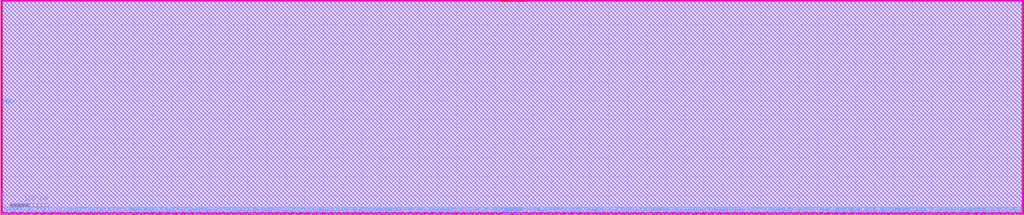
<source format=lef>
# ________________________________________________________________________________________________
# 
# 
#             Synchronous High-Density Single-Port SRAM Compiler
# 
#                 UMC 0.11um LL AE Logic Process
# 
# ________________________________________________________________________________________________
# 
#               
#         Copyright (C) 2024 Faraday Technology Corporation. All Rights Reserved.       
#                
#         This source code is an unpublished work belongs to Faraday Technology Corporation       
#         It is considered a trade secret and is not to be divulged or       
#         used by parties who have not received written authorization from       
#         Faraday Technology Corporation       
#                
#         Faraday's home page can be found at: http://www.faraday-tech.com/       
#                
# ________________________________________________________________________________________________
# 
#        IP Name            :  FSR0K_D_SH                
#        IP Version         :  1.3.0                     
#        IP Release Status  :  Active                    
#        Word               :  4224                      
#        Bit                :  8                         
#        Byte               :  16                        
#        Mux                :  1                         
#        Output Loading     :  0.01                      
#        Clock Input Slew   :  0.016                     
#        Data Input Slew    :  0.016                     
#        Ring Type          :  Ring Shape Model          
#        Ring Width         :  2                         
#        Bus Format         :  0                         
#        Memaker Path       :  /home/mem/Desktop/memlib  
#        GUI Version        :  m20230904                 
#        Date               :  2024/12/23 09:47:17       
# ________________________________________________________________________________________________
# 

VERSION 5.5 ;
NAMESCASESENSITIVE ON ;
MACRO SHKD110_4224X8X16BM1
CLASS BLOCK ;
FOREIGN SHKD110_4224X8X16BM1 0.000 0.000 ;
ORIGIN 0.000 0.000 ;
SIZE 2692.940 BY 565.930 ;
SYMMETRY x y r90 ;
SITE core ;
PIN DO127
  DIRECTION OUTPUT ;
 PORT
  LAYER ME4 ;
  RECT 2680.800 0.000 2681.600 1.000 ;
  LAYER ME3 ;
  RECT 2680.800 0.000 2681.600 1.000 ;
  LAYER ME2 ;
  RECT 2680.800 0.000 2681.600 1.000 ;
  LAYER ME1 ;
  RECT 2680.800 0.000 2681.600 1.000 ;
 END
 ANTENNAPARTIALMETALAREA                  4.176 LAYER ME2 ;
 ANTENNADIFFAREA                          5.472 LAYER ME2 ;
 ANTENNADIFFAREA                          5.472 LAYER ME3 ;
 ANTENNADIFFAREA                          5.472 LAYER ME4 ;
END DO127
PIN DI127
  DIRECTION INPUT ;
 PORT
  LAYER ME4 ;
  RECT 2666.400 0.000 2667.200 1.000 ;
  LAYER ME3 ;
  RECT 2666.400 0.000 2667.200 1.000 ;
  LAYER ME2 ;
  RECT 2666.400 0.000 2667.200 1.000 ;
  LAYER ME1 ;
  RECT 2666.400 0.000 2667.200 1.000 ;
 END
 ANTENNAPARTIALMETALAREA                  3.126 LAYER ME2 ;
 ANTENNAGATEAREA                          0.086 LAYER ME2 ;
 ANTENNAGATEAREA                          0.086 LAYER ME3 ;
 ANTENNAGATEAREA                          0.086 LAYER ME4 ;
 ANTENNADIFFAREA                          0.160 LAYER ME2 ;
 ANTENNADIFFAREA                          0.160 LAYER ME3 ;
 ANTENNADIFFAREA                          0.160 LAYER ME4 ;
 ANTENNAMAXAREACAR                       48.523 LAYER ME2 ;
 ANTENNAMAXAREACAR                       57.782 LAYER ME3 ;
 ANTENNAMAXAREACAR                       67.042 LAYER ME4 ;
END DI127
PIN DO126
  DIRECTION OUTPUT ;
 PORT
  LAYER ME4 ;
  RECT 2661.200 0.000 2662.000 1.000 ;
  LAYER ME3 ;
  RECT 2661.200 0.000 2662.000 1.000 ;
  LAYER ME2 ;
  RECT 2661.200 0.000 2662.000 1.000 ;
  LAYER ME1 ;
  RECT 2661.200 0.000 2662.000 1.000 ;
 END
 ANTENNAPARTIALMETALAREA                  4.152 LAYER ME2 ;
 ANTENNADIFFAREA                          5.472 LAYER ME2 ;
 ANTENNADIFFAREA                          5.472 LAYER ME3 ;
 ANTENNADIFFAREA                          5.472 LAYER ME4 ;
END DO126
PIN DI126
  DIRECTION INPUT ;
 PORT
  LAYER ME4 ;
  RECT 2646.400 0.000 2647.200 1.000 ;
  LAYER ME3 ;
  RECT 2646.400 0.000 2647.200 1.000 ;
  LAYER ME2 ;
  RECT 2646.400 0.000 2647.200 1.000 ;
  LAYER ME1 ;
  RECT 2646.400 0.000 2647.200 1.000 ;
 END
 ANTENNAPARTIALMETALAREA                  3.138 LAYER ME2 ;
 ANTENNAGATEAREA                          0.086 LAYER ME2 ;
 ANTENNAGATEAREA                          0.086 LAYER ME3 ;
 ANTENNAGATEAREA                          0.086 LAYER ME4 ;
 ANTENNADIFFAREA                          0.160 LAYER ME2 ;
 ANTENNADIFFAREA                          0.160 LAYER ME3 ;
 ANTENNADIFFAREA                          0.160 LAYER ME4 ;
 ANTENNAMAXAREACAR                       48.662 LAYER ME2 ;
 ANTENNAMAXAREACAR                       57.921 LAYER ME3 ;
 ANTENNAMAXAREACAR                       67.181 LAYER ME4 ;
END DI126
PIN DO125
  DIRECTION OUTPUT ;
 PORT
  LAYER ME4 ;
  RECT 2640.000 0.000 2640.800 1.000 ;
  LAYER ME3 ;
  RECT 2640.000 0.000 2640.800 1.000 ;
  LAYER ME2 ;
  RECT 2640.000 0.000 2640.800 1.000 ;
  LAYER ME1 ;
  RECT 2640.000 0.000 2640.800 1.000 ;
 END
 ANTENNAPARTIALMETALAREA                  4.152 LAYER ME2 ;
 ANTENNADIFFAREA                          5.472 LAYER ME2 ;
 ANTENNADIFFAREA                          5.472 LAYER ME3 ;
 ANTENNADIFFAREA                          5.472 LAYER ME4 ;
END DO125
PIN DI125
  DIRECTION INPUT ;
 PORT
  LAYER ME4 ;
  RECT 2625.600 0.000 2626.400 1.000 ;
  LAYER ME3 ;
  RECT 2625.600 0.000 2626.400 1.000 ;
  LAYER ME2 ;
  RECT 2625.600 0.000 2626.400 1.000 ;
  LAYER ME1 ;
  RECT 2625.600 0.000 2626.400 1.000 ;
 END
 ANTENNAPARTIALMETALAREA                  3.150 LAYER ME2 ;
 ANTENNAGATEAREA                          0.086 LAYER ME2 ;
 ANTENNAGATEAREA                          0.086 LAYER ME3 ;
 ANTENNAGATEAREA                          0.086 LAYER ME4 ;
 ANTENNADIFFAREA                          0.160 LAYER ME2 ;
 ANTENNADIFFAREA                          0.160 LAYER ME3 ;
 ANTENNADIFFAREA                          0.160 LAYER ME4 ;
 ANTENNAMAXAREACAR                       48.801 LAYER ME2 ;
 ANTENNAMAXAREACAR                       58.060 LAYER ME3 ;
 ANTENNAMAXAREACAR                       67.319 LAYER ME4 ;
END DI125
PIN DO124
  DIRECTION OUTPUT ;
 PORT
  LAYER ME4 ;
  RECT 2620.400 0.000 2621.200 1.000 ;
  LAYER ME3 ;
  RECT 2620.400 0.000 2621.200 1.000 ;
  LAYER ME2 ;
  RECT 2620.400 0.000 2621.200 1.000 ;
  LAYER ME1 ;
  RECT 2620.400 0.000 2621.200 1.000 ;
 END
 ANTENNAPARTIALMETALAREA                  4.176 LAYER ME2 ;
 ANTENNADIFFAREA                          5.472 LAYER ME2 ;
 ANTENNADIFFAREA                          5.472 LAYER ME3 ;
 ANTENNADIFFAREA                          5.472 LAYER ME4 ;
END DO124
PIN DI124
  DIRECTION INPUT ;
 PORT
  LAYER ME4 ;
  RECT 2605.600 0.000 2606.400 1.000 ;
  LAYER ME3 ;
  RECT 2605.600 0.000 2606.400 1.000 ;
  LAYER ME2 ;
  RECT 2605.600 0.000 2606.400 1.000 ;
  LAYER ME1 ;
  RECT 2605.600 0.000 2606.400 1.000 ;
 END
 ANTENNAPARTIALMETALAREA                  3.118 LAYER ME2 ;
 ANTENNAGATEAREA                          0.086 LAYER ME2 ;
 ANTENNAGATEAREA                          0.086 LAYER ME3 ;
 ANTENNAGATEAREA                          0.086 LAYER ME4 ;
 ANTENNADIFFAREA                          0.160 LAYER ME2 ;
 ANTENNADIFFAREA                          0.160 LAYER ME3 ;
 ANTENNADIFFAREA                          0.160 LAYER ME4 ;
 ANTENNAMAXAREACAR                       48.431 LAYER ME2 ;
 ANTENNAMAXAREACAR                       57.690 LAYER ME3 ;
 ANTENNAMAXAREACAR                       66.949 LAYER ME4 ;
END DI124
PIN DO123
  DIRECTION OUTPUT ;
 PORT
  LAYER ME4 ;
  RECT 2599.200 0.000 2600.000 1.000 ;
  LAYER ME3 ;
  RECT 2599.200 0.000 2600.000 1.000 ;
  LAYER ME2 ;
  RECT 2599.200 0.000 2600.000 1.000 ;
  LAYER ME1 ;
  RECT 2599.200 0.000 2600.000 1.000 ;
 END
 ANTENNAPARTIALMETALAREA                  4.152 LAYER ME2 ;
 ANTENNADIFFAREA                          5.472 LAYER ME2 ;
 ANTENNADIFFAREA                          5.472 LAYER ME3 ;
 ANTENNADIFFAREA                          5.472 LAYER ME4 ;
END DO123
PIN DI123
  DIRECTION INPUT ;
 PORT
  LAYER ME4 ;
  RECT 2584.400 0.000 2585.200 1.000 ;
  LAYER ME3 ;
  RECT 2584.400 0.000 2585.200 1.000 ;
  LAYER ME2 ;
  RECT 2584.400 0.000 2585.200 1.000 ;
  LAYER ME1 ;
  RECT 2584.400 0.000 2585.200 1.000 ;
 END
 ANTENNAPARTIALMETALAREA                  3.138 LAYER ME2 ;
 ANTENNAGATEAREA                          0.086 LAYER ME2 ;
 ANTENNAGATEAREA                          0.086 LAYER ME3 ;
 ANTENNAGATEAREA                          0.086 LAYER ME4 ;
 ANTENNADIFFAREA                          0.160 LAYER ME2 ;
 ANTENNADIFFAREA                          0.160 LAYER ME3 ;
 ANTENNADIFFAREA                          0.160 LAYER ME4 ;
 ANTENNAMAXAREACAR                       48.662 LAYER ME2 ;
 ANTENNAMAXAREACAR                       57.921 LAYER ME3 ;
 ANTENNAMAXAREACAR                       67.181 LAYER ME4 ;
END DI123
PIN DO122
  DIRECTION OUTPUT ;
 PORT
  LAYER ME4 ;
  RECT 2579.200 0.000 2580.000 1.000 ;
  LAYER ME3 ;
  RECT 2579.200 0.000 2580.000 1.000 ;
  LAYER ME2 ;
  RECT 2579.200 0.000 2580.000 1.000 ;
  LAYER ME1 ;
  RECT 2579.200 0.000 2580.000 1.000 ;
 END
 ANTENNAPARTIALMETALAREA                  4.160 LAYER ME2 ;
 ANTENNADIFFAREA                          5.472 LAYER ME2 ;
 ANTENNADIFFAREA                          5.472 LAYER ME3 ;
 ANTENNADIFFAREA                          5.472 LAYER ME4 ;
END DO122
PIN DI122
  DIRECTION INPUT ;
 PORT
  LAYER ME4 ;
  RECT 2564.800 0.000 2565.600 1.000 ;
  LAYER ME3 ;
  RECT 2564.800 0.000 2565.600 1.000 ;
  LAYER ME2 ;
  RECT 2564.800 0.000 2565.600 1.000 ;
  LAYER ME1 ;
  RECT 2564.800 0.000 2565.600 1.000 ;
 END
 ANTENNAPARTIALMETALAREA                  3.142 LAYER ME2 ;
 ANTENNAGATEAREA                          0.086 LAYER ME2 ;
 ANTENNAGATEAREA                          0.086 LAYER ME3 ;
 ANTENNAGATEAREA                          0.086 LAYER ME4 ;
 ANTENNADIFFAREA                          0.160 LAYER ME2 ;
 ANTENNADIFFAREA                          0.160 LAYER ME3 ;
 ANTENNADIFFAREA                          0.160 LAYER ME4 ;
 ANTENNAMAXAREACAR                       48.708 LAYER ME2 ;
 ANTENNAMAXAREACAR                       57.968 LAYER ME3 ;
 ANTENNAMAXAREACAR                       67.227 LAYER ME4 ;
END DI122
PIN DO121
  DIRECTION OUTPUT ;
 PORT
  LAYER ME4 ;
  RECT 2558.400 0.000 2559.200 1.000 ;
  LAYER ME3 ;
  RECT 2558.400 0.000 2559.200 1.000 ;
  LAYER ME2 ;
  RECT 2558.400 0.000 2559.200 1.000 ;
  LAYER ME1 ;
  RECT 2558.400 0.000 2559.200 1.000 ;
 END
 ANTENNAPARTIALMETALAREA                  4.176 LAYER ME2 ;
 ANTENNADIFFAREA                          5.472 LAYER ME2 ;
 ANTENNADIFFAREA                          5.472 LAYER ME3 ;
 ANTENNADIFFAREA                          5.472 LAYER ME4 ;
END DO121
PIN DI121
  DIRECTION INPUT ;
 PORT
  LAYER ME4 ;
  RECT 2543.600 0.000 2544.400 1.000 ;
  LAYER ME3 ;
  RECT 2543.600 0.000 2544.400 1.000 ;
  LAYER ME2 ;
  RECT 2543.600 0.000 2544.400 1.000 ;
  LAYER ME1 ;
  RECT 2543.600 0.000 2544.400 1.000 ;
 END
 ANTENNAPARTIALMETALAREA                  3.118 LAYER ME2 ;
 ANTENNAGATEAREA                          0.086 LAYER ME2 ;
 ANTENNAGATEAREA                          0.086 LAYER ME3 ;
 ANTENNAGATEAREA                          0.086 LAYER ME4 ;
 ANTENNADIFFAREA                          0.160 LAYER ME2 ;
 ANTENNADIFFAREA                          0.160 LAYER ME3 ;
 ANTENNADIFFAREA                          0.160 LAYER ME4 ;
 ANTENNAMAXAREACAR                       48.431 LAYER ME2 ;
 ANTENNAMAXAREACAR                       57.690 LAYER ME3 ;
 ANTENNAMAXAREACAR                       66.949 LAYER ME4 ;
END DI121
PIN DO120
  DIRECTION OUTPUT ;
 PORT
  LAYER ME4 ;
  RECT 2538.400 0.000 2539.200 1.000 ;
  LAYER ME3 ;
  RECT 2538.400 0.000 2539.200 1.000 ;
  LAYER ME2 ;
  RECT 2538.400 0.000 2539.200 1.000 ;
  LAYER ME1 ;
  RECT 2538.400 0.000 2539.200 1.000 ;
 END
 ANTENNAPARTIALMETALAREA                  4.144 LAYER ME2 ;
 ANTENNADIFFAREA                          5.472 LAYER ME2 ;
 ANTENNADIFFAREA                          5.472 LAYER ME3 ;
 ANTENNADIFFAREA                          5.472 LAYER ME4 ;
END DO120
PIN WEB15
  DIRECTION INPUT ;
 PORT
  LAYER ME4 ;
  RECT 2525.600 0.000 2526.400 1.000 ;
  LAYER ME3 ;
  RECT 2525.600 0.000 2526.400 1.000 ;
  LAYER ME2 ;
  RECT 2525.600 0.000 2526.400 1.000 ;
  LAYER ME1 ;
  RECT 2525.600 0.000 2526.400 1.000 ;
 END
 ANTENNAPARTIALMETALAREA                  2.856 LAYER ME2 ;
 ANTENNAGATEAREA                          0.072 LAYER ME2 ;
 ANTENNAGATEAREA                          0.072 LAYER ME3 ;
 ANTENNAGATEAREA                          0.072 LAYER ME4 ;
 ANTENNADIFFAREA                          0.160 LAYER ME2 ;
 ANTENNADIFFAREA                          0.160 LAYER ME3 ;
 ANTENNADIFFAREA                          0.160 LAYER ME4 ;
 ANTENNAMAXAREACAR                       54.678 LAYER ME2 ;
 ANTENNAMAXAREACAR                       65.789 LAYER ME3 ;
 ANTENNAMAXAREACAR                       76.900 LAYER ME4 ;
END WEB15
PIN DI120
  DIRECTION INPUT ;
 PORT
  LAYER ME4 ;
  RECT 2523.600 0.000 2524.400 1.000 ;
  LAYER ME3 ;
  RECT 2523.600 0.000 2524.400 1.000 ;
  LAYER ME2 ;
  RECT 2523.600 0.000 2524.400 1.000 ;
  LAYER ME1 ;
  RECT 2523.600 0.000 2524.400 1.000 ;
 END
 ANTENNAPARTIALMETALAREA                  3.146 LAYER ME2 ;
 ANTENNAGATEAREA                          0.086 LAYER ME2 ;
 ANTENNAGATEAREA                          0.086 LAYER ME3 ;
 ANTENNAGATEAREA                          0.086 LAYER ME4 ;
 ANTENNADIFFAREA                          0.160 LAYER ME2 ;
 ANTENNADIFFAREA                          0.160 LAYER ME3 ;
 ANTENNADIFFAREA                          0.160 LAYER ME4 ;
 ANTENNAMAXAREACAR                       48.755 LAYER ME2 ;
 ANTENNAMAXAREACAR                       58.014 LAYER ME3 ;
 ANTENNAMAXAREACAR                       67.273 LAYER ME4 ;
END DI120
PIN DO119
  DIRECTION OUTPUT ;
 PORT
  LAYER ME4 ;
  RECT 2517.200 0.000 2518.000 1.000 ;
  LAYER ME3 ;
  RECT 2517.200 0.000 2518.000 1.000 ;
  LAYER ME2 ;
  RECT 2517.200 0.000 2518.000 1.000 ;
  LAYER ME1 ;
  RECT 2517.200 0.000 2518.000 1.000 ;
 END
 ANTENNAPARTIALMETALAREA                  4.160 LAYER ME2 ;
 ANTENNADIFFAREA                          5.472 LAYER ME2 ;
 ANTENNADIFFAREA                          5.472 LAYER ME3 ;
 ANTENNADIFFAREA                          5.472 LAYER ME4 ;
END DO119
PIN DI119
  DIRECTION INPUT ;
 PORT
  LAYER ME4 ;
  RECT 2502.800 0.000 2503.600 1.000 ;
  LAYER ME3 ;
  RECT 2502.800 0.000 2503.600 1.000 ;
  LAYER ME2 ;
  RECT 2502.800 0.000 2503.600 1.000 ;
  LAYER ME1 ;
  RECT 2502.800 0.000 2503.600 1.000 ;
 END
 ANTENNAPARTIALMETALAREA                  3.142 LAYER ME2 ;
 ANTENNAGATEAREA                          0.086 LAYER ME2 ;
 ANTENNAGATEAREA                          0.086 LAYER ME3 ;
 ANTENNAGATEAREA                          0.086 LAYER ME4 ;
 ANTENNADIFFAREA                          0.160 LAYER ME2 ;
 ANTENNADIFFAREA                          0.160 LAYER ME3 ;
 ANTENNADIFFAREA                          0.160 LAYER ME4 ;
 ANTENNAMAXAREACAR                       48.708 LAYER ME2 ;
 ANTENNAMAXAREACAR                       57.968 LAYER ME3 ;
 ANTENNAMAXAREACAR                       67.227 LAYER ME4 ;
END DI119
PIN DO118
  DIRECTION OUTPUT ;
 PORT
  LAYER ME4 ;
  RECT 2497.600 0.000 2498.400 1.000 ;
  LAYER ME3 ;
  RECT 2497.600 0.000 2498.400 1.000 ;
  LAYER ME2 ;
  RECT 2497.600 0.000 2498.400 1.000 ;
  LAYER ME1 ;
  RECT 2497.600 0.000 2498.400 1.000 ;
 END
 ANTENNAPARTIALMETALAREA                  4.168 LAYER ME2 ;
 ANTENNADIFFAREA                          5.472 LAYER ME2 ;
 ANTENNADIFFAREA                          5.472 LAYER ME3 ;
 ANTENNADIFFAREA                          5.472 LAYER ME4 ;
END DO118
PIN DI118
  DIRECTION INPUT ;
 PORT
  LAYER ME4 ;
  RECT 2482.800 0.000 2483.600 1.000 ;
  LAYER ME3 ;
  RECT 2482.800 0.000 2483.600 1.000 ;
  LAYER ME2 ;
  RECT 2482.800 0.000 2483.600 1.000 ;
  LAYER ME1 ;
  RECT 2482.800 0.000 2483.600 1.000 ;
 END
 ANTENNAPARTIALMETALAREA                  3.122 LAYER ME2 ;
 ANTENNAGATEAREA                          0.086 LAYER ME2 ;
 ANTENNAGATEAREA                          0.086 LAYER ME3 ;
 ANTENNAGATEAREA                          0.086 LAYER ME4 ;
 ANTENNADIFFAREA                          0.160 LAYER ME2 ;
 ANTENNADIFFAREA                          0.160 LAYER ME3 ;
 ANTENNADIFFAREA                          0.160 LAYER ME4 ;
 ANTENNAMAXAREACAR                       48.477 LAYER ME2 ;
 ANTENNAMAXAREACAR                       57.736 LAYER ME3 ;
 ANTENNAMAXAREACAR                       66.995 LAYER ME4 ;
END DI118
PIN DO117
  DIRECTION OUTPUT ;
 PORT
  LAYER ME4 ;
  RECT 2476.400 0.000 2477.200 1.000 ;
  LAYER ME3 ;
  RECT 2476.400 0.000 2477.200 1.000 ;
  LAYER ME2 ;
  RECT 2476.400 0.000 2477.200 1.000 ;
  LAYER ME1 ;
  RECT 2476.400 0.000 2477.200 1.000 ;
 END
 ANTENNAPARTIALMETALAREA                  4.144 LAYER ME2 ;
 ANTENNADIFFAREA                          5.472 LAYER ME2 ;
 ANTENNADIFFAREA                          5.472 LAYER ME3 ;
 ANTENNADIFFAREA                          5.472 LAYER ME4 ;
END DO117
PIN DI117
  DIRECTION INPUT ;
 PORT
  LAYER ME4 ;
  RECT 2461.600 0.000 2462.400 1.000 ;
  LAYER ME3 ;
  RECT 2461.600 0.000 2462.400 1.000 ;
  LAYER ME2 ;
  RECT 2461.600 0.000 2462.400 1.000 ;
  LAYER ME1 ;
  RECT 2461.600 0.000 2462.400 1.000 ;
 END
 ANTENNAPARTIALMETALAREA                  3.146 LAYER ME2 ;
 ANTENNAGATEAREA                          0.086 LAYER ME2 ;
 ANTENNAGATEAREA                          0.086 LAYER ME3 ;
 ANTENNAGATEAREA                          0.086 LAYER ME4 ;
 ANTENNADIFFAREA                          0.160 LAYER ME2 ;
 ANTENNADIFFAREA                          0.160 LAYER ME3 ;
 ANTENNADIFFAREA                          0.160 LAYER ME4 ;
 ANTENNAMAXAREACAR                       48.755 LAYER ME2 ;
 ANTENNAMAXAREACAR                       58.014 LAYER ME3 ;
 ANTENNAMAXAREACAR                       67.273 LAYER ME4 ;
END DI117
PIN DO116
  DIRECTION OUTPUT ;
 PORT
  LAYER ME4 ;
  RECT 2456.400 0.000 2457.200 1.000 ;
  LAYER ME3 ;
  RECT 2456.400 0.000 2457.200 1.000 ;
  LAYER ME2 ;
  RECT 2456.400 0.000 2457.200 1.000 ;
  LAYER ME1 ;
  RECT 2456.400 0.000 2457.200 1.000 ;
 END
 ANTENNAPARTIALMETALAREA                  4.168 LAYER ME2 ;
 ANTENNADIFFAREA                          5.472 LAYER ME2 ;
 ANTENNADIFFAREA                          5.472 LAYER ME3 ;
 ANTENNADIFFAREA                          5.472 LAYER ME4 ;
END DO116
PIN DI116
  DIRECTION INPUT ;
 PORT
  LAYER ME4 ;
  RECT 2442.000 0.000 2442.800 1.000 ;
  LAYER ME3 ;
  RECT 2442.000 0.000 2442.800 1.000 ;
  LAYER ME2 ;
  RECT 2442.000 0.000 2442.800 1.000 ;
  LAYER ME1 ;
  RECT 2442.000 0.000 2442.800 1.000 ;
 END
 ANTENNAPARTIALMETALAREA                  3.134 LAYER ME2 ;
 ANTENNAGATEAREA                          0.086 LAYER ME2 ;
 ANTENNAGATEAREA                          0.086 LAYER ME3 ;
 ANTENNAGATEAREA                          0.086 LAYER ME4 ;
 ANTENNADIFFAREA                          0.160 LAYER ME2 ;
 ANTENNADIFFAREA                          0.160 LAYER ME3 ;
 ANTENNADIFFAREA                          0.160 LAYER ME4 ;
 ANTENNAMAXAREACAR                       48.616 LAYER ME2 ;
 ANTENNAMAXAREACAR                       57.875 LAYER ME3 ;
 ANTENNAMAXAREACAR                       67.134 LAYER ME4 ;
END DI116
PIN DO115
  DIRECTION OUTPUT ;
 PORT
  LAYER ME4 ;
  RECT 2435.600 0.000 2436.400 1.000 ;
  LAYER ME3 ;
  RECT 2435.600 0.000 2436.400 1.000 ;
  LAYER ME2 ;
  RECT 2435.600 0.000 2436.400 1.000 ;
  LAYER ME1 ;
  RECT 2435.600 0.000 2436.400 1.000 ;
 END
 ANTENNAPARTIALMETALAREA                  4.168 LAYER ME2 ;
 ANTENNADIFFAREA                          5.472 LAYER ME2 ;
 ANTENNADIFFAREA                          5.472 LAYER ME3 ;
 ANTENNADIFFAREA                          5.472 LAYER ME4 ;
END DO115
PIN DI115
  DIRECTION INPUT ;
 PORT
  LAYER ME4 ;
  RECT 2420.800 0.000 2421.600 1.000 ;
  LAYER ME3 ;
  RECT 2420.800 0.000 2421.600 1.000 ;
  LAYER ME2 ;
  RECT 2420.800 0.000 2421.600 1.000 ;
  LAYER ME1 ;
  RECT 2420.800 0.000 2421.600 1.000 ;
 END
 ANTENNAPARTIALMETALAREA                  3.122 LAYER ME2 ;
 ANTENNAGATEAREA                          0.086 LAYER ME2 ;
 ANTENNAGATEAREA                          0.086 LAYER ME3 ;
 ANTENNAGATEAREA                          0.086 LAYER ME4 ;
 ANTENNADIFFAREA                          0.160 LAYER ME2 ;
 ANTENNADIFFAREA                          0.160 LAYER ME3 ;
 ANTENNADIFFAREA                          0.160 LAYER ME4 ;
 ANTENNAMAXAREACAR                       48.477 LAYER ME2 ;
 ANTENNAMAXAREACAR                       57.736 LAYER ME3 ;
 ANTENNAMAXAREACAR                       66.995 LAYER ME4 ;
END DI115
PIN DO114
  DIRECTION OUTPUT ;
 PORT
  LAYER ME4 ;
  RECT 2415.600 0.000 2416.400 1.000 ;
  LAYER ME3 ;
  RECT 2415.600 0.000 2416.400 1.000 ;
  LAYER ME2 ;
  RECT 2415.600 0.000 2416.400 1.000 ;
  LAYER ME1 ;
  RECT 2415.600 0.000 2416.400 1.000 ;
 END
 ANTENNAPARTIALMETALAREA                  4.144 LAYER ME2 ;
 ANTENNADIFFAREA                          5.472 LAYER ME2 ;
 ANTENNADIFFAREA                          5.472 LAYER ME3 ;
 ANTENNADIFFAREA                          5.472 LAYER ME4 ;
END DO114
PIN DI114
  DIRECTION INPUT ;
 PORT
  LAYER ME4 ;
  RECT 2400.800 0.000 2401.600 1.000 ;
  LAYER ME3 ;
  RECT 2400.800 0.000 2401.600 1.000 ;
  LAYER ME2 ;
  RECT 2400.800 0.000 2401.600 1.000 ;
  LAYER ME1 ;
  RECT 2400.800 0.000 2401.600 1.000 ;
 END
 ANTENNAPARTIALMETALAREA                  3.154 LAYER ME2 ;
 ANTENNAGATEAREA                          0.086 LAYER ME2 ;
 ANTENNAGATEAREA                          0.086 LAYER ME3 ;
 ANTENNAGATEAREA                          0.086 LAYER ME4 ;
 ANTENNADIFFAREA                          0.160 LAYER ME2 ;
 ANTENNADIFFAREA                          0.160 LAYER ME3 ;
 ANTENNADIFFAREA                          0.160 LAYER ME4 ;
 ANTENNAMAXAREACAR                       48.847 LAYER ME2 ;
 ANTENNAMAXAREACAR                       58.106 LAYER ME3 ;
 ANTENNAMAXAREACAR                       67.366 LAYER ME4 ;
END DI114
PIN DO113
  DIRECTION OUTPUT ;
 PORT
  LAYER ME4 ;
  RECT 2394.400 0.000 2395.200 1.000 ;
  LAYER ME3 ;
  RECT 2394.400 0.000 2395.200 1.000 ;
  LAYER ME2 ;
  RECT 2394.400 0.000 2395.200 1.000 ;
  LAYER ME1 ;
  RECT 2394.400 0.000 2395.200 1.000 ;
 END
 ANTENNAPARTIALMETALAREA                  4.168 LAYER ME2 ;
 ANTENNADIFFAREA                          5.472 LAYER ME2 ;
 ANTENNADIFFAREA                          5.472 LAYER ME3 ;
 ANTENNADIFFAREA                          5.472 LAYER ME4 ;
END DO113
PIN DI113
  DIRECTION INPUT ;
 PORT
  LAYER ME4 ;
  RECT 2380.000 0.000 2380.800 1.000 ;
  LAYER ME3 ;
  RECT 2380.000 0.000 2380.800 1.000 ;
  LAYER ME2 ;
  RECT 2380.000 0.000 2380.800 1.000 ;
  LAYER ME1 ;
  RECT 2380.000 0.000 2380.800 1.000 ;
 END
 ANTENNAPARTIALMETALAREA                  3.134 LAYER ME2 ;
 ANTENNAGATEAREA                          0.086 LAYER ME2 ;
 ANTENNAGATEAREA                          0.086 LAYER ME3 ;
 ANTENNAGATEAREA                          0.086 LAYER ME4 ;
 ANTENNADIFFAREA                          0.160 LAYER ME2 ;
 ANTENNADIFFAREA                          0.160 LAYER ME3 ;
 ANTENNADIFFAREA                          0.160 LAYER ME4 ;
 ANTENNAMAXAREACAR                       48.616 LAYER ME2 ;
 ANTENNAMAXAREACAR                       57.875 LAYER ME3 ;
 ANTENNAMAXAREACAR                       67.134 LAYER ME4 ;
END DI113
PIN DO112
  DIRECTION OUTPUT ;
 PORT
  LAYER ME4 ;
  RECT 2374.800 0.000 2375.600 1.000 ;
  LAYER ME3 ;
  RECT 2374.800 0.000 2375.600 1.000 ;
  LAYER ME2 ;
  RECT 2374.800 0.000 2375.600 1.000 ;
  LAYER ME1 ;
  RECT 2374.800 0.000 2375.600 1.000 ;
 END
 ANTENNAPARTIALMETALAREA                  4.160 LAYER ME2 ;
 ANTENNADIFFAREA                          5.472 LAYER ME2 ;
 ANTENNADIFFAREA                          5.472 LAYER ME3 ;
 ANTENNADIFFAREA                          5.472 LAYER ME4 ;
END DO112
PIN WEB14
  DIRECTION INPUT ;
 PORT
  LAYER ME4 ;
  RECT 2361.600 0.000 2362.400 1.000 ;
  LAYER ME3 ;
  RECT 2361.600 0.000 2362.400 1.000 ;
  LAYER ME2 ;
  RECT 2361.600 0.000 2362.400 1.000 ;
  LAYER ME1 ;
  RECT 2361.600 0.000 2362.400 1.000 ;
 END
 ANTENNAPARTIALMETALAREA                  2.868 LAYER ME2 ;
 ANTENNAGATEAREA                          0.072 LAYER ME2 ;
 ANTENNAGATEAREA                          0.072 LAYER ME3 ;
 ANTENNAGATEAREA                          0.072 LAYER ME4 ;
 ANTENNADIFFAREA                          0.160 LAYER ME2 ;
 ANTENNADIFFAREA                          0.160 LAYER ME3 ;
 ANTENNADIFFAREA                          0.160 LAYER ME4 ;
 ANTENNAMAXAREACAR                       54.844 LAYER ME2 ;
 ANTENNAMAXAREACAR                       65.956 LAYER ME3 ;
 ANTENNAMAXAREACAR                       77.067 LAYER ME4 ;
END WEB14
PIN DI112
  DIRECTION INPUT ;
 PORT
  LAYER ME4 ;
  RECT 2360.000 0.000 2360.800 1.000 ;
  LAYER ME3 ;
  RECT 2360.000 0.000 2360.800 1.000 ;
  LAYER ME2 ;
  RECT 2360.000 0.000 2360.800 1.000 ;
  LAYER ME1 ;
  RECT 2360.000 0.000 2360.800 1.000 ;
 END
 ANTENNAPARTIALMETALAREA                  3.130 LAYER ME2 ;
 ANTENNAGATEAREA                          0.086 LAYER ME2 ;
 ANTENNAGATEAREA                          0.086 LAYER ME3 ;
 ANTENNAGATEAREA                          0.086 LAYER ME4 ;
 ANTENNADIFFAREA                          0.160 LAYER ME2 ;
 ANTENNADIFFAREA                          0.160 LAYER ME3 ;
 ANTENNADIFFAREA                          0.160 LAYER ME4 ;
 ANTENNAMAXAREACAR                       48.569 LAYER ME2 ;
 ANTENNAMAXAREACAR                       57.829 LAYER ME3 ;
 ANTENNAMAXAREACAR                       67.088 LAYER ME4 ;
END DI112
PIN DO111
  DIRECTION OUTPUT ;
 PORT
  LAYER ME4 ;
  RECT 2353.600 0.000 2354.400 1.000 ;
  LAYER ME3 ;
  RECT 2353.600 0.000 2354.400 1.000 ;
  LAYER ME2 ;
  RECT 2353.600 0.000 2354.400 1.000 ;
  LAYER ME1 ;
  RECT 2353.600 0.000 2354.400 1.000 ;
 END
 ANTENNAPARTIALMETALAREA                  4.144 LAYER ME2 ;
 ANTENNADIFFAREA                          5.472 LAYER ME2 ;
 ANTENNADIFFAREA                          5.472 LAYER ME3 ;
 ANTENNADIFFAREA                          5.472 LAYER ME4 ;
END DO111
PIN DI111
  DIRECTION INPUT ;
 PORT
  LAYER ME4 ;
  RECT 2338.800 0.000 2339.600 1.000 ;
  LAYER ME3 ;
  RECT 2338.800 0.000 2339.600 1.000 ;
  LAYER ME2 ;
  RECT 2338.800 0.000 2339.600 1.000 ;
  LAYER ME1 ;
  RECT 2338.800 0.000 2339.600 1.000 ;
 END
 ANTENNAPARTIALMETALAREA                  3.154 LAYER ME2 ;
 ANTENNAGATEAREA                          0.086 LAYER ME2 ;
 ANTENNAGATEAREA                          0.086 LAYER ME3 ;
 ANTENNAGATEAREA                          0.086 LAYER ME4 ;
 ANTENNADIFFAREA                          0.160 LAYER ME2 ;
 ANTENNADIFFAREA                          0.160 LAYER ME3 ;
 ANTENNADIFFAREA                          0.160 LAYER ME4 ;
 ANTENNAMAXAREACAR                       48.847 LAYER ME2 ;
 ANTENNAMAXAREACAR                       58.106 LAYER ME3 ;
 ANTENNAMAXAREACAR                       67.366 LAYER ME4 ;
END DI111
PIN DO110
  DIRECTION OUTPUT ;
 PORT
  LAYER ME4 ;
  RECT 2333.600 0.000 2334.400 1.000 ;
  LAYER ME3 ;
  RECT 2333.600 0.000 2334.400 1.000 ;
  LAYER ME2 ;
  RECT 2333.600 0.000 2334.400 1.000 ;
  LAYER ME1 ;
  RECT 2333.600 0.000 2334.400 1.000 ;
 END
 ANTENNAPARTIALMETALAREA                  4.176 LAYER ME2 ;
 ANTENNADIFFAREA                          5.472 LAYER ME2 ;
 ANTENNADIFFAREA                          5.472 LAYER ME3 ;
 ANTENNADIFFAREA                          5.472 LAYER ME4 ;
END DO110
PIN DI110
  DIRECTION INPUT ;
 PORT
  LAYER ME4 ;
  RECT 2319.200 0.000 2320.000 1.000 ;
  LAYER ME3 ;
  RECT 2319.200 0.000 2320.000 1.000 ;
  LAYER ME2 ;
  RECT 2319.200 0.000 2320.000 1.000 ;
  LAYER ME1 ;
  RECT 2319.200 0.000 2320.000 1.000 ;
 END
 ANTENNAPARTIALMETALAREA                  3.126 LAYER ME2 ;
 ANTENNAGATEAREA                          0.086 LAYER ME2 ;
 ANTENNAGATEAREA                          0.086 LAYER ME3 ;
 ANTENNAGATEAREA                          0.086 LAYER ME4 ;
 ANTENNADIFFAREA                          0.160 LAYER ME2 ;
 ANTENNADIFFAREA                          0.160 LAYER ME3 ;
 ANTENNADIFFAREA                          0.160 LAYER ME4 ;
 ANTENNAMAXAREACAR                       48.523 LAYER ME2 ;
 ANTENNAMAXAREACAR                       57.782 LAYER ME3 ;
 ANTENNAMAXAREACAR                       67.042 LAYER ME4 ;
END DI110
PIN DO109
  DIRECTION OUTPUT ;
 PORT
  LAYER ME4 ;
  RECT 2312.800 0.000 2313.600 1.000 ;
  LAYER ME3 ;
  RECT 2312.800 0.000 2313.600 1.000 ;
  LAYER ME2 ;
  RECT 2312.800 0.000 2313.600 1.000 ;
  LAYER ME1 ;
  RECT 2312.800 0.000 2313.600 1.000 ;
 END
 ANTENNAPARTIALMETALAREA                  4.160 LAYER ME2 ;
 ANTENNADIFFAREA                          5.472 LAYER ME2 ;
 ANTENNADIFFAREA                          5.472 LAYER ME3 ;
 ANTENNADIFFAREA                          5.472 LAYER ME4 ;
END DO109
PIN DI109
  DIRECTION INPUT ;
 PORT
  LAYER ME4 ;
  RECT 2298.000 0.000 2298.800 1.000 ;
  LAYER ME3 ;
  RECT 2298.000 0.000 2298.800 1.000 ;
  LAYER ME2 ;
  RECT 2298.000 0.000 2298.800 1.000 ;
  LAYER ME1 ;
  RECT 2298.000 0.000 2298.800 1.000 ;
 END
 ANTENNAPARTIALMETALAREA                  3.130 LAYER ME2 ;
 ANTENNAGATEAREA                          0.086 LAYER ME2 ;
 ANTENNAGATEAREA                          0.086 LAYER ME3 ;
 ANTENNAGATEAREA                          0.086 LAYER ME4 ;
 ANTENNADIFFAREA                          0.160 LAYER ME2 ;
 ANTENNADIFFAREA                          0.160 LAYER ME3 ;
 ANTENNADIFFAREA                          0.160 LAYER ME4 ;
 ANTENNAMAXAREACAR                       48.569 LAYER ME2 ;
 ANTENNAMAXAREACAR                       57.829 LAYER ME3 ;
 ANTENNAMAXAREACAR                       67.088 LAYER ME4 ;
END DI109
PIN DO108
  DIRECTION OUTPUT ;
 PORT
  LAYER ME4 ;
  RECT 2292.800 0.000 2293.600 1.000 ;
  LAYER ME3 ;
  RECT 2292.800 0.000 2293.600 1.000 ;
  LAYER ME2 ;
  RECT 2292.800 0.000 2293.600 1.000 ;
  LAYER ME1 ;
  RECT 2292.800 0.000 2293.600 1.000 ;
 END
 ANTENNAPARTIALMETALAREA                  4.152 LAYER ME2 ;
 ANTENNADIFFAREA                          5.472 LAYER ME2 ;
 ANTENNADIFFAREA                          5.472 LAYER ME3 ;
 ANTENNADIFFAREA                          5.472 LAYER ME4 ;
END DO108
PIN DI108
  DIRECTION INPUT ;
 PORT
  LAYER ME4 ;
  RECT 2278.400 0.000 2279.200 1.000 ;
  LAYER ME3 ;
  RECT 2278.400 0.000 2279.200 1.000 ;
  LAYER ME2 ;
  RECT 2278.400 0.000 2279.200 1.000 ;
  LAYER ME1 ;
  RECT 2278.400 0.000 2279.200 1.000 ;
 END
 ANTENNAPARTIALMETALAREA                  3.150 LAYER ME2 ;
 ANTENNAGATEAREA                          0.086 LAYER ME2 ;
 ANTENNAGATEAREA                          0.086 LAYER ME3 ;
 ANTENNAGATEAREA                          0.086 LAYER ME4 ;
 ANTENNADIFFAREA                          0.160 LAYER ME2 ;
 ANTENNADIFFAREA                          0.160 LAYER ME3 ;
 ANTENNADIFFAREA                          0.160 LAYER ME4 ;
 ANTENNAMAXAREACAR                       48.801 LAYER ME2 ;
 ANTENNAMAXAREACAR                       58.060 LAYER ME3 ;
 ANTENNAMAXAREACAR                       67.319 LAYER ME4 ;
END DI108
PIN DO107
  DIRECTION OUTPUT ;
 PORT
  LAYER ME4 ;
  RECT 2271.600 0.000 2272.400 1.000 ;
  LAYER ME3 ;
  RECT 2271.600 0.000 2272.400 1.000 ;
  LAYER ME2 ;
  RECT 2271.600 0.000 2272.400 1.000 ;
  LAYER ME1 ;
  RECT 2271.600 0.000 2272.400 1.000 ;
 END
 ANTENNAPARTIALMETALAREA                  4.176 LAYER ME2 ;
 ANTENNADIFFAREA                          5.472 LAYER ME2 ;
 ANTENNADIFFAREA                          5.472 LAYER ME3 ;
 ANTENNADIFFAREA                          5.472 LAYER ME4 ;
END DO107
PIN DI107
  DIRECTION INPUT ;
 PORT
  LAYER ME4 ;
  RECT 2257.200 0.000 2258.000 1.000 ;
  LAYER ME3 ;
  RECT 2257.200 0.000 2258.000 1.000 ;
  LAYER ME2 ;
  RECT 2257.200 0.000 2258.000 1.000 ;
  LAYER ME1 ;
  RECT 2257.200 0.000 2258.000 1.000 ;
 END
 ANTENNAPARTIALMETALAREA                  3.126 LAYER ME2 ;
 ANTENNAGATEAREA                          0.086 LAYER ME2 ;
 ANTENNAGATEAREA                          0.086 LAYER ME3 ;
 ANTENNAGATEAREA                          0.086 LAYER ME4 ;
 ANTENNADIFFAREA                          0.160 LAYER ME2 ;
 ANTENNADIFFAREA                          0.160 LAYER ME3 ;
 ANTENNADIFFAREA                          0.160 LAYER ME4 ;
 ANTENNAMAXAREACAR                       48.523 LAYER ME2 ;
 ANTENNAMAXAREACAR                       57.782 LAYER ME3 ;
 ANTENNAMAXAREACAR                       67.042 LAYER ME4 ;
END DI107
PIN DO106
  DIRECTION OUTPUT ;
 PORT
  LAYER ME4 ;
  RECT 2252.000 0.000 2252.800 1.000 ;
  LAYER ME3 ;
  RECT 2252.000 0.000 2252.800 1.000 ;
  LAYER ME2 ;
  RECT 2252.000 0.000 2252.800 1.000 ;
  LAYER ME1 ;
  RECT 2252.000 0.000 2252.800 1.000 ;
 END
 ANTENNAPARTIALMETALAREA                  4.152 LAYER ME2 ;
 ANTENNADIFFAREA                          5.472 LAYER ME2 ;
 ANTENNADIFFAREA                          5.472 LAYER ME3 ;
 ANTENNADIFFAREA                          5.472 LAYER ME4 ;
END DO106
PIN DI106
  DIRECTION INPUT ;
 PORT
  LAYER ME4 ;
  RECT 2237.200 0.000 2238.000 1.000 ;
  LAYER ME3 ;
  RECT 2237.200 0.000 2238.000 1.000 ;
  LAYER ME2 ;
  RECT 2237.200 0.000 2238.000 1.000 ;
  LAYER ME1 ;
  RECT 2237.200 0.000 2238.000 1.000 ;
 END
 ANTENNAPARTIALMETALAREA                  3.138 LAYER ME2 ;
 ANTENNAGATEAREA                          0.086 LAYER ME2 ;
 ANTENNAGATEAREA                          0.086 LAYER ME3 ;
 ANTENNAGATEAREA                          0.086 LAYER ME4 ;
 ANTENNADIFFAREA                          0.160 LAYER ME2 ;
 ANTENNADIFFAREA                          0.160 LAYER ME3 ;
 ANTENNADIFFAREA                          0.160 LAYER ME4 ;
 ANTENNAMAXAREACAR                       48.662 LAYER ME2 ;
 ANTENNAMAXAREACAR                       57.921 LAYER ME3 ;
 ANTENNAMAXAREACAR                       67.181 LAYER ME4 ;
END DI106
PIN DO105
  DIRECTION OUTPUT ;
 PORT
  LAYER ME4 ;
  RECT 2230.800 0.000 2231.600 1.000 ;
  LAYER ME3 ;
  RECT 2230.800 0.000 2231.600 1.000 ;
  LAYER ME2 ;
  RECT 2230.800 0.000 2231.600 1.000 ;
  LAYER ME1 ;
  RECT 2230.800 0.000 2231.600 1.000 ;
 END
 ANTENNAPARTIALMETALAREA                  4.152 LAYER ME2 ;
 ANTENNADIFFAREA                          5.472 LAYER ME2 ;
 ANTENNADIFFAREA                          5.472 LAYER ME3 ;
 ANTENNADIFFAREA                          5.472 LAYER ME4 ;
END DO105
PIN DI105
  DIRECTION INPUT ;
 PORT
  LAYER ME4 ;
  RECT 2216.400 0.000 2217.200 1.000 ;
  LAYER ME3 ;
  RECT 2216.400 0.000 2217.200 1.000 ;
  LAYER ME2 ;
  RECT 2216.400 0.000 2217.200 1.000 ;
  LAYER ME1 ;
  RECT 2216.400 0.000 2217.200 1.000 ;
 END
 ANTENNAPARTIALMETALAREA                  3.150 LAYER ME2 ;
 ANTENNAGATEAREA                          0.086 LAYER ME2 ;
 ANTENNAGATEAREA                          0.086 LAYER ME3 ;
 ANTENNAGATEAREA                          0.086 LAYER ME4 ;
 ANTENNADIFFAREA                          0.160 LAYER ME2 ;
 ANTENNADIFFAREA                          0.160 LAYER ME3 ;
 ANTENNADIFFAREA                          0.160 LAYER ME4 ;
 ANTENNAMAXAREACAR                       48.801 LAYER ME2 ;
 ANTENNAMAXAREACAR                       58.060 LAYER ME3 ;
 ANTENNAMAXAREACAR                       67.319 LAYER ME4 ;
END DI105
PIN DO104
  DIRECTION OUTPUT ;
 PORT
  LAYER ME4 ;
  RECT 2211.200 0.000 2212.000 1.000 ;
  LAYER ME3 ;
  RECT 2211.200 0.000 2212.000 1.000 ;
  LAYER ME2 ;
  RECT 2211.200 0.000 2212.000 1.000 ;
  LAYER ME1 ;
  RECT 2211.200 0.000 2212.000 1.000 ;
 END
 ANTENNAPARTIALMETALAREA                  4.176 LAYER ME2 ;
 ANTENNADIFFAREA                          5.472 LAYER ME2 ;
 ANTENNADIFFAREA                          5.472 LAYER ME3 ;
 ANTENNADIFFAREA                          5.472 LAYER ME4 ;
END DO104
PIN WEB13
  DIRECTION INPUT ;
 PORT
  LAYER ME4 ;
  RECT 2198.000 0.000 2198.800 1.000 ;
  LAYER ME3 ;
  RECT 2198.000 0.000 2198.800 1.000 ;
  LAYER ME2 ;
  RECT 2198.000 0.000 2198.800 1.000 ;
  LAYER ME1 ;
  RECT 2198.000 0.000 2198.800 1.000 ;
 END
 ANTENNAPARTIALMETALAREA                  2.852 LAYER ME2 ;
 ANTENNAGATEAREA                          0.072 LAYER ME2 ;
 ANTENNAGATEAREA                          0.072 LAYER ME3 ;
 ANTENNAGATEAREA                          0.072 LAYER ME4 ;
 ANTENNADIFFAREA                          0.160 LAYER ME2 ;
 ANTENNADIFFAREA                          0.160 LAYER ME3 ;
 ANTENNADIFFAREA                          0.160 LAYER ME4 ;
 ANTENNAMAXAREACAR                       54.622 LAYER ME2 ;
 ANTENNAMAXAREACAR                       65.733 LAYER ME3 ;
 ANTENNAMAXAREACAR                       76.844 LAYER ME4 ;
END WEB13
PIN DI104
  DIRECTION INPUT ;
 PORT
  LAYER ME4 ;
  RECT 2196.400 0.000 2197.200 1.000 ;
  LAYER ME3 ;
  RECT 2196.400 0.000 2197.200 1.000 ;
  LAYER ME2 ;
  RECT 2196.400 0.000 2197.200 1.000 ;
  LAYER ME1 ;
  RECT 2196.400 0.000 2197.200 1.000 ;
 END
 ANTENNAPARTIALMETALAREA                  3.118 LAYER ME2 ;
 ANTENNAGATEAREA                          0.086 LAYER ME2 ;
 ANTENNAGATEAREA                          0.086 LAYER ME3 ;
 ANTENNAGATEAREA                          0.086 LAYER ME4 ;
 ANTENNADIFFAREA                          0.160 LAYER ME2 ;
 ANTENNADIFFAREA                          0.160 LAYER ME3 ;
 ANTENNADIFFAREA                          0.160 LAYER ME4 ;
 ANTENNAMAXAREACAR                       48.431 LAYER ME2 ;
 ANTENNAMAXAREACAR                       57.690 LAYER ME3 ;
 ANTENNAMAXAREACAR                       66.949 LAYER ME4 ;
END DI104
PIN DO103
  DIRECTION OUTPUT ;
 PORT
  LAYER ME4 ;
  RECT 2190.000 0.000 2190.800 1.000 ;
  LAYER ME3 ;
  RECT 2190.000 0.000 2190.800 1.000 ;
  LAYER ME2 ;
  RECT 2190.000 0.000 2190.800 1.000 ;
  LAYER ME1 ;
  RECT 2190.000 0.000 2190.800 1.000 ;
 END
 ANTENNAPARTIALMETALAREA                  4.152 LAYER ME2 ;
 ANTENNADIFFAREA                          5.472 LAYER ME2 ;
 ANTENNADIFFAREA                          5.472 LAYER ME3 ;
 ANTENNADIFFAREA                          5.472 LAYER ME4 ;
END DO103
PIN DI103
  DIRECTION INPUT ;
 PORT
  LAYER ME4 ;
  RECT 2175.200 0.000 2176.000 1.000 ;
  LAYER ME3 ;
  RECT 2175.200 0.000 2176.000 1.000 ;
  LAYER ME2 ;
  RECT 2175.200 0.000 2176.000 1.000 ;
  LAYER ME1 ;
  RECT 2175.200 0.000 2176.000 1.000 ;
 END
 ANTENNAPARTIALMETALAREA                  3.138 LAYER ME2 ;
 ANTENNAGATEAREA                          0.086 LAYER ME2 ;
 ANTENNAGATEAREA                          0.086 LAYER ME3 ;
 ANTENNAGATEAREA                          0.086 LAYER ME4 ;
 ANTENNADIFFAREA                          0.160 LAYER ME2 ;
 ANTENNADIFFAREA                          0.160 LAYER ME3 ;
 ANTENNADIFFAREA                          0.160 LAYER ME4 ;
 ANTENNAMAXAREACAR                       48.662 LAYER ME2 ;
 ANTENNAMAXAREACAR                       57.921 LAYER ME3 ;
 ANTENNAMAXAREACAR                       67.181 LAYER ME4 ;
END DI103
PIN DO102
  DIRECTION OUTPUT ;
 PORT
  LAYER ME4 ;
  RECT 2170.000 0.000 2170.800 1.000 ;
  LAYER ME3 ;
  RECT 2170.000 0.000 2170.800 1.000 ;
  LAYER ME2 ;
  RECT 2170.000 0.000 2170.800 1.000 ;
  LAYER ME1 ;
  RECT 2170.000 0.000 2170.800 1.000 ;
 END
 ANTENNAPARTIALMETALAREA                  4.160 LAYER ME2 ;
 ANTENNADIFFAREA                          5.472 LAYER ME2 ;
 ANTENNADIFFAREA                          5.472 LAYER ME3 ;
 ANTENNADIFFAREA                          5.472 LAYER ME4 ;
END DO102
PIN DI102
  DIRECTION INPUT ;
 PORT
  LAYER ME4 ;
  RECT 2155.600 0.000 2156.400 1.000 ;
  LAYER ME3 ;
  RECT 2155.600 0.000 2156.400 1.000 ;
  LAYER ME2 ;
  RECT 2155.600 0.000 2156.400 1.000 ;
  LAYER ME1 ;
  RECT 2155.600 0.000 2156.400 1.000 ;
 END
 ANTENNAPARTIALMETALAREA                  3.142 LAYER ME2 ;
 ANTENNAGATEAREA                          0.086 LAYER ME2 ;
 ANTENNAGATEAREA                          0.086 LAYER ME3 ;
 ANTENNAGATEAREA                          0.086 LAYER ME4 ;
 ANTENNADIFFAREA                          0.160 LAYER ME2 ;
 ANTENNADIFFAREA                          0.160 LAYER ME3 ;
 ANTENNADIFFAREA                          0.160 LAYER ME4 ;
 ANTENNAMAXAREACAR                       48.708 LAYER ME2 ;
 ANTENNAMAXAREACAR                       57.968 LAYER ME3 ;
 ANTENNAMAXAREACAR                       67.227 LAYER ME4 ;
END DI102
PIN DO101
  DIRECTION OUTPUT ;
 PORT
  LAYER ME4 ;
  RECT 2149.200 0.000 2150.000 1.000 ;
  LAYER ME3 ;
  RECT 2149.200 0.000 2150.000 1.000 ;
  LAYER ME2 ;
  RECT 2149.200 0.000 2150.000 1.000 ;
  LAYER ME1 ;
  RECT 2149.200 0.000 2150.000 1.000 ;
 END
 ANTENNAPARTIALMETALAREA                  4.176 LAYER ME2 ;
 ANTENNADIFFAREA                          5.472 LAYER ME2 ;
 ANTENNADIFFAREA                          5.472 LAYER ME3 ;
 ANTENNADIFFAREA                          5.472 LAYER ME4 ;
END DO101
PIN DI101
  DIRECTION INPUT ;
 PORT
  LAYER ME4 ;
  RECT 2134.400 0.000 2135.200 1.000 ;
  LAYER ME3 ;
  RECT 2134.400 0.000 2135.200 1.000 ;
  LAYER ME2 ;
  RECT 2134.400 0.000 2135.200 1.000 ;
  LAYER ME1 ;
  RECT 2134.400 0.000 2135.200 1.000 ;
 END
 ANTENNAPARTIALMETALAREA                  3.118 LAYER ME2 ;
 ANTENNAGATEAREA                          0.086 LAYER ME2 ;
 ANTENNAGATEAREA                          0.086 LAYER ME3 ;
 ANTENNAGATEAREA                          0.086 LAYER ME4 ;
 ANTENNADIFFAREA                          0.160 LAYER ME2 ;
 ANTENNADIFFAREA                          0.160 LAYER ME3 ;
 ANTENNADIFFAREA                          0.160 LAYER ME4 ;
 ANTENNAMAXAREACAR                       48.431 LAYER ME2 ;
 ANTENNAMAXAREACAR                       57.690 LAYER ME3 ;
 ANTENNAMAXAREACAR                       66.949 LAYER ME4 ;
END DI101
PIN DO100
  DIRECTION OUTPUT ;
 PORT
  LAYER ME4 ;
  RECT 2129.200 0.000 2130.000 1.000 ;
  LAYER ME3 ;
  RECT 2129.200 0.000 2130.000 1.000 ;
  LAYER ME2 ;
  RECT 2129.200 0.000 2130.000 1.000 ;
  LAYER ME1 ;
  RECT 2129.200 0.000 2130.000 1.000 ;
 END
 ANTENNAPARTIALMETALAREA                  4.144 LAYER ME2 ;
 ANTENNADIFFAREA                          5.472 LAYER ME2 ;
 ANTENNADIFFAREA                          5.472 LAYER ME3 ;
 ANTENNADIFFAREA                          5.472 LAYER ME4 ;
END DO100
PIN DI100
  DIRECTION INPUT ;
 PORT
  LAYER ME4 ;
  RECT 2114.400 0.000 2115.200 1.000 ;
  LAYER ME3 ;
  RECT 2114.400 0.000 2115.200 1.000 ;
  LAYER ME2 ;
  RECT 2114.400 0.000 2115.200 1.000 ;
  LAYER ME1 ;
  RECT 2114.400 0.000 2115.200 1.000 ;
 END
 ANTENNAPARTIALMETALAREA                  3.146 LAYER ME2 ;
 ANTENNAGATEAREA                          0.086 LAYER ME2 ;
 ANTENNAGATEAREA                          0.086 LAYER ME3 ;
 ANTENNAGATEAREA                          0.086 LAYER ME4 ;
 ANTENNADIFFAREA                          0.160 LAYER ME2 ;
 ANTENNADIFFAREA                          0.160 LAYER ME3 ;
 ANTENNADIFFAREA                          0.160 LAYER ME4 ;
 ANTENNAMAXAREACAR                       48.755 LAYER ME2 ;
 ANTENNAMAXAREACAR                       58.014 LAYER ME3 ;
 ANTENNAMAXAREACAR                       67.273 LAYER ME4 ;
END DI100
PIN DO99
  DIRECTION OUTPUT ;
 PORT
  LAYER ME4 ;
  RECT 2108.000 0.000 2108.800 1.000 ;
  LAYER ME3 ;
  RECT 2108.000 0.000 2108.800 1.000 ;
  LAYER ME2 ;
  RECT 2108.000 0.000 2108.800 1.000 ;
  LAYER ME1 ;
  RECT 2108.000 0.000 2108.800 1.000 ;
 END
 ANTENNAPARTIALMETALAREA                  4.160 LAYER ME2 ;
 ANTENNADIFFAREA                          5.472 LAYER ME2 ;
 ANTENNADIFFAREA                          5.472 LAYER ME3 ;
 ANTENNADIFFAREA                          5.472 LAYER ME4 ;
END DO99
PIN DI99
  DIRECTION INPUT ;
 PORT
  LAYER ME4 ;
  RECT 2093.600 0.000 2094.400 1.000 ;
  LAYER ME3 ;
  RECT 2093.600 0.000 2094.400 1.000 ;
  LAYER ME2 ;
  RECT 2093.600 0.000 2094.400 1.000 ;
  LAYER ME1 ;
  RECT 2093.600 0.000 2094.400 1.000 ;
 END
 ANTENNAPARTIALMETALAREA                  3.142 LAYER ME2 ;
 ANTENNAGATEAREA                          0.086 LAYER ME2 ;
 ANTENNAGATEAREA                          0.086 LAYER ME3 ;
 ANTENNAGATEAREA                          0.086 LAYER ME4 ;
 ANTENNADIFFAREA                          0.160 LAYER ME2 ;
 ANTENNADIFFAREA                          0.160 LAYER ME3 ;
 ANTENNADIFFAREA                          0.160 LAYER ME4 ;
 ANTENNAMAXAREACAR                       48.708 LAYER ME2 ;
 ANTENNAMAXAREACAR                       57.968 LAYER ME3 ;
 ANTENNAMAXAREACAR                       67.227 LAYER ME4 ;
END DI99
PIN DO98
  DIRECTION OUTPUT ;
 PORT
  LAYER ME4 ;
  RECT 2088.400 0.000 2089.200 1.000 ;
  LAYER ME3 ;
  RECT 2088.400 0.000 2089.200 1.000 ;
  LAYER ME2 ;
  RECT 2088.400 0.000 2089.200 1.000 ;
  LAYER ME1 ;
  RECT 2088.400 0.000 2089.200 1.000 ;
 END
 ANTENNAPARTIALMETALAREA                  4.168 LAYER ME2 ;
 ANTENNADIFFAREA                          5.472 LAYER ME2 ;
 ANTENNADIFFAREA                          5.472 LAYER ME3 ;
 ANTENNADIFFAREA                          5.472 LAYER ME4 ;
END DO98
PIN DI98
  DIRECTION INPUT ;
 PORT
  LAYER ME4 ;
  RECT 2073.600 0.000 2074.400 1.000 ;
  LAYER ME3 ;
  RECT 2073.600 0.000 2074.400 1.000 ;
  LAYER ME2 ;
  RECT 2073.600 0.000 2074.400 1.000 ;
  LAYER ME1 ;
  RECT 2073.600 0.000 2074.400 1.000 ;
 END
 ANTENNAPARTIALMETALAREA                  3.122 LAYER ME2 ;
 ANTENNAGATEAREA                          0.086 LAYER ME2 ;
 ANTENNAGATEAREA                          0.086 LAYER ME3 ;
 ANTENNAGATEAREA                          0.086 LAYER ME4 ;
 ANTENNADIFFAREA                          0.160 LAYER ME2 ;
 ANTENNADIFFAREA                          0.160 LAYER ME3 ;
 ANTENNADIFFAREA                          0.160 LAYER ME4 ;
 ANTENNAMAXAREACAR                       48.477 LAYER ME2 ;
 ANTENNAMAXAREACAR                       57.736 LAYER ME3 ;
 ANTENNAMAXAREACAR                       66.995 LAYER ME4 ;
END DI98
PIN DO97
  DIRECTION OUTPUT ;
 PORT
  LAYER ME4 ;
  RECT 2067.200 0.000 2068.000 1.000 ;
  LAYER ME3 ;
  RECT 2067.200 0.000 2068.000 1.000 ;
  LAYER ME2 ;
  RECT 2067.200 0.000 2068.000 1.000 ;
  LAYER ME1 ;
  RECT 2067.200 0.000 2068.000 1.000 ;
 END
 ANTENNAPARTIALMETALAREA                  4.144 LAYER ME2 ;
 ANTENNADIFFAREA                          5.472 LAYER ME2 ;
 ANTENNADIFFAREA                          5.472 LAYER ME3 ;
 ANTENNADIFFAREA                          5.472 LAYER ME4 ;
END DO97
PIN DI97
  DIRECTION INPUT ;
 PORT
  LAYER ME4 ;
  RECT 2052.400 0.000 2053.200 1.000 ;
  LAYER ME3 ;
  RECT 2052.400 0.000 2053.200 1.000 ;
  LAYER ME2 ;
  RECT 2052.400 0.000 2053.200 1.000 ;
  LAYER ME1 ;
  RECT 2052.400 0.000 2053.200 1.000 ;
 END
 ANTENNAPARTIALMETALAREA                  3.146 LAYER ME2 ;
 ANTENNAGATEAREA                          0.086 LAYER ME2 ;
 ANTENNAGATEAREA                          0.086 LAYER ME3 ;
 ANTENNAGATEAREA                          0.086 LAYER ME4 ;
 ANTENNADIFFAREA                          0.160 LAYER ME2 ;
 ANTENNADIFFAREA                          0.160 LAYER ME3 ;
 ANTENNADIFFAREA                          0.160 LAYER ME4 ;
 ANTENNAMAXAREACAR                       48.755 LAYER ME2 ;
 ANTENNAMAXAREACAR                       58.014 LAYER ME3 ;
 ANTENNAMAXAREACAR                       67.273 LAYER ME4 ;
END DI97
PIN DO96
  DIRECTION OUTPUT ;
 PORT
  LAYER ME4 ;
  RECT 2047.200 0.000 2048.000 1.000 ;
  LAYER ME3 ;
  RECT 2047.200 0.000 2048.000 1.000 ;
  LAYER ME2 ;
  RECT 2047.200 0.000 2048.000 1.000 ;
  LAYER ME1 ;
  RECT 2047.200 0.000 2048.000 1.000 ;
 END
 ANTENNAPARTIALMETALAREA                  4.168 LAYER ME2 ;
 ANTENNADIFFAREA                          5.472 LAYER ME2 ;
 ANTENNADIFFAREA                          5.472 LAYER ME3 ;
 ANTENNADIFFAREA                          5.472 LAYER ME4 ;
END DO96
PIN WEB12
  DIRECTION INPUT ;
 PORT
  LAYER ME4 ;
  RECT 2034.400 0.000 2035.200 1.000 ;
  LAYER ME3 ;
  RECT 2034.400 0.000 2035.200 1.000 ;
  LAYER ME2 ;
  RECT 2034.400 0.000 2035.200 1.000 ;
  LAYER ME1 ;
  RECT 2034.400 0.000 2035.200 1.000 ;
 END
 ANTENNAPARTIALMETALAREA                  2.836 LAYER ME2 ;
 ANTENNAGATEAREA                          0.072 LAYER ME2 ;
 ANTENNAGATEAREA                          0.072 LAYER ME3 ;
 ANTENNAGATEAREA                          0.072 LAYER ME4 ;
 ANTENNADIFFAREA                          0.160 LAYER ME2 ;
 ANTENNADIFFAREA                          0.160 LAYER ME3 ;
 ANTENNADIFFAREA                          0.160 LAYER ME4 ;
 ANTENNAMAXAREACAR                       54.400 LAYER ME2 ;
 ANTENNAMAXAREACAR                       65.511 LAYER ME3 ;
 ANTENNAMAXAREACAR                       76.622 LAYER ME4 ;
END WEB12
PIN DI96
  DIRECTION INPUT ;
 PORT
  LAYER ME4 ;
  RECT 2032.800 0.000 2033.600 1.000 ;
  LAYER ME3 ;
  RECT 2032.800 0.000 2033.600 1.000 ;
  LAYER ME2 ;
  RECT 2032.800 0.000 2033.600 1.000 ;
  LAYER ME1 ;
  RECT 2032.800 0.000 2033.600 1.000 ;
 END
 ANTENNAPARTIALMETALAREA                  3.134 LAYER ME2 ;
 ANTENNAGATEAREA                          0.086 LAYER ME2 ;
 ANTENNAGATEAREA                          0.086 LAYER ME3 ;
 ANTENNAGATEAREA                          0.086 LAYER ME4 ;
 ANTENNADIFFAREA                          0.160 LAYER ME2 ;
 ANTENNADIFFAREA                          0.160 LAYER ME3 ;
 ANTENNADIFFAREA                          0.160 LAYER ME4 ;
 ANTENNAMAXAREACAR                       48.616 LAYER ME2 ;
 ANTENNAMAXAREACAR                       57.875 LAYER ME3 ;
 ANTENNAMAXAREACAR                       67.134 LAYER ME4 ;
END DI96
PIN DO95
  DIRECTION OUTPUT ;
 PORT
  LAYER ME4 ;
  RECT 2026.400 0.000 2027.200 1.000 ;
  LAYER ME3 ;
  RECT 2026.400 0.000 2027.200 1.000 ;
  LAYER ME2 ;
  RECT 2026.400 0.000 2027.200 1.000 ;
  LAYER ME1 ;
  RECT 2026.400 0.000 2027.200 1.000 ;
 END
 ANTENNAPARTIALMETALAREA                  4.168 LAYER ME2 ;
 ANTENNADIFFAREA                          5.472 LAYER ME2 ;
 ANTENNADIFFAREA                          5.472 LAYER ME3 ;
 ANTENNADIFFAREA                          5.472 LAYER ME4 ;
END DO95
PIN DI95
  DIRECTION INPUT ;
 PORT
  LAYER ME4 ;
  RECT 2011.600 0.000 2012.400 1.000 ;
  LAYER ME3 ;
  RECT 2011.600 0.000 2012.400 1.000 ;
  LAYER ME2 ;
  RECT 2011.600 0.000 2012.400 1.000 ;
  LAYER ME1 ;
  RECT 2011.600 0.000 2012.400 1.000 ;
 END
 ANTENNAPARTIALMETALAREA                  3.122 LAYER ME2 ;
 ANTENNAGATEAREA                          0.086 LAYER ME2 ;
 ANTENNAGATEAREA                          0.086 LAYER ME3 ;
 ANTENNAGATEAREA                          0.086 LAYER ME4 ;
 ANTENNADIFFAREA                          0.160 LAYER ME2 ;
 ANTENNADIFFAREA                          0.160 LAYER ME3 ;
 ANTENNADIFFAREA                          0.160 LAYER ME4 ;
 ANTENNAMAXAREACAR                       48.477 LAYER ME2 ;
 ANTENNAMAXAREACAR                       57.736 LAYER ME3 ;
 ANTENNAMAXAREACAR                       66.995 LAYER ME4 ;
END DI95
PIN DO94
  DIRECTION OUTPUT ;
 PORT
  LAYER ME4 ;
  RECT 2006.400 0.000 2007.200 1.000 ;
  LAYER ME3 ;
  RECT 2006.400 0.000 2007.200 1.000 ;
  LAYER ME2 ;
  RECT 2006.400 0.000 2007.200 1.000 ;
  LAYER ME1 ;
  RECT 2006.400 0.000 2007.200 1.000 ;
 END
 ANTENNAPARTIALMETALAREA                  4.144 LAYER ME2 ;
 ANTENNADIFFAREA                          5.472 LAYER ME2 ;
 ANTENNADIFFAREA                          5.472 LAYER ME3 ;
 ANTENNADIFFAREA                          5.472 LAYER ME4 ;
END DO94
PIN DI94
  DIRECTION INPUT ;
 PORT
  LAYER ME4 ;
  RECT 1991.600 0.000 1992.400 1.000 ;
  LAYER ME3 ;
  RECT 1991.600 0.000 1992.400 1.000 ;
  LAYER ME2 ;
  RECT 1991.600 0.000 1992.400 1.000 ;
  LAYER ME1 ;
  RECT 1991.600 0.000 1992.400 1.000 ;
 END
 ANTENNAPARTIALMETALAREA                  3.154 LAYER ME2 ;
 ANTENNAGATEAREA                          0.086 LAYER ME2 ;
 ANTENNAGATEAREA                          0.086 LAYER ME3 ;
 ANTENNAGATEAREA                          0.086 LAYER ME4 ;
 ANTENNADIFFAREA                          0.160 LAYER ME2 ;
 ANTENNADIFFAREA                          0.160 LAYER ME3 ;
 ANTENNADIFFAREA                          0.160 LAYER ME4 ;
 ANTENNAMAXAREACAR                       48.847 LAYER ME2 ;
 ANTENNAMAXAREACAR                       58.106 LAYER ME3 ;
 ANTENNAMAXAREACAR                       67.366 LAYER ME4 ;
END DI94
PIN DO93
  DIRECTION OUTPUT ;
 PORT
  LAYER ME4 ;
  RECT 1985.200 0.000 1986.000 1.000 ;
  LAYER ME3 ;
  RECT 1985.200 0.000 1986.000 1.000 ;
  LAYER ME2 ;
  RECT 1985.200 0.000 1986.000 1.000 ;
  LAYER ME1 ;
  RECT 1985.200 0.000 1986.000 1.000 ;
 END
 ANTENNAPARTIALMETALAREA                  4.168 LAYER ME2 ;
 ANTENNADIFFAREA                          5.472 LAYER ME2 ;
 ANTENNADIFFAREA                          5.472 LAYER ME3 ;
 ANTENNADIFFAREA                          5.472 LAYER ME4 ;
END DO93
PIN DI93
  DIRECTION INPUT ;
 PORT
  LAYER ME4 ;
  RECT 1970.800 0.000 1971.600 1.000 ;
  LAYER ME3 ;
  RECT 1970.800 0.000 1971.600 1.000 ;
  LAYER ME2 ;
  RECT 1970.800 0.000 1971.600 1.000 ;
  LAYER ME1 ;
  RECT 1970.800 0.000 1971.600 1.000 ;
 END
 ANTENNAPARTIALMETALAREA                  3.134 LAYER ME2 ;
 ANTENNAGATEAREA                          0.086 LAYER ME2 ;
 ANTENNAGATEAREA                          0.086 LAYER ME3 ;
 ANTENNAGATEAREA                          0.086 LAYER ME4 ;
 ANTENNADIFFAREA                          0.160 LAYER ME2 ;
 ANTENNADIFFAREA                          0.160 LAYER ME3 ;
 ANTENNADIFFAREA                          0.160 LAYER ME4 ;
 ANTENNAMAXAREACAR                       48.616 LAYER ME2 ;
 ANTENNAMAXAREACAR                       57.875 LAYER ME3 ;
 ANTENNAMAXAREACAR                       67.134 LAYER ME4 ;
END DI93
PIN DO92
  DIRECTION OUTPUT ;
 PORT
  LAYER ME4 ;
  RECT 1965.600 0.000 1966.400 1.000 ;
  LAYER ME3 ;
  RECT 1965.600 0.000 1966.400 1.000 ;
  LAYER ME2 ;
  RECT 1965.600 0.000 1966.400 1.000 ;
  LAYER ME1 ;
  RECT 1965.600 0.000 1966.400 1.000 ;
 END
 ANTENNAPARTIALMETALAREA                  4.160 LAYER ME2 ;
 ANTENNADIFFAREA                          5.472 LAYER ME2 ;
 ANTENNADIFFAREA                          5.472 LAYER ME3 ;
 ANTENNADIFFAREA                          5.472 LAYER ME4 ;
END DO92
PIN DI92
  DIRECTION INPUT ;
 PORT
  LAYER ME4 ;
  RECT 1950.800 0.000 1951.600 1.000 ;
  LAYER ME3 ;
  RECT 1950.800 0.000 1951.600 1.000 ;
  LAYER ME2 ;
  RECT 1950.800 0.000 1951.600 1.000 ;
  LAYER ME1 ;
  RECT 1950.800 0.000 1951.600 1.000 ;
 END
 ANTENNAPARTIALMETALAREA                  3.130 LAYER ME2 ;
 ANTENNAGATEAREA                          0.086 LAYER ME2 ;
 ANTENNAGATEAREA                          0.086 LAYER ME3 ;
 ANTENNAGATEAREA                          0.086 LAYER ME4 ;
 ANTENNADIFFAREA                          0.160 LAYER ME2 ;
 ANTENNADIFFAREA                          0.160 LAYER ME3 ;
 ANTENNADIFFAREA                          0.160 LAYER ME4 ;
 ANTENNAMAXAREACAR                       48.569 LAYER ME2 ;
 ANTENNAMAXAREACAR                       57.829 LAYER ME3 ;
 ANTENNAMAXAREACAR                       67.088 LAYER ME4 ;
END DI92
PIN DO91
  DIRECTION OUTPUT ;
 PORT
  LAYER ME4 ;
  RECT 1944.400 0.000 1945.200 1.000 ;
  LAYER ME3 ;
  RECT 1944.400 0.000 1945.200 1.000 ;
  LAYER ME2 ;
  RECT 1944.400 0.000 1945.200 1.000 ;
  LAYER ME1 ;
  RECT 1944.400 0.000 1945.200 1.000 ;
 END
 ANTENNAPARTIALMETALAREA                  4.144 LAYER ME2 ;
 ANTENNADIFFAREA                          5.472 LAYER ME2 ;
 ANTENNADIFFAREA                          5.472 LAYER ME3 ;
 ANTENNADIFFAREA                          5.472 LAYER ME4 ;
END DO91
PIN DI91
  DIRECTION INPUT ;
 PORT
  LAYER ME4 ;
  RECT 1929.600 0.000 1930.400 1.000 ;
  LAYER ME3 ;
  RECT 1929.600 0.000 1930.400 1.000 ;
  LAYER ME2 ;
  RECT 1929.600 0.000 1930.400 1.000 ;
  LAYER ME1 ;
  RECT 1929.600 0.000 1930.400 1.000 ;
 END
 ANTENNAPARTIALMETALAREA                  3.154 LAYER ME2 ;
 ANTENNAGATEAREA                          0.086 LAYER ME2 ;
 ANTENNAGATEAREA                          0.086 LAYER ME3 ;
 ANTENNAGATEAREA                          0.086 LAYER ME4 ;
 ANTENNADIFFAREA                          0.160 LAYER ME2 ;
 ANTENNADIFFAREA                          0.160 LAYER ME3 ;
 ANTENNADIFFAREA                          0.160 LAYER ME4 ;
 ANTENNAMAXAREACAR                       48.847 LAYER ME2 ;
 ANTENNAMAXAREACAR                       58.106 LAYER ME3 ;
 ANTENNAMAXAREACAR                       67.366 LAYER ME4 ;
END DI91
PIN DO90
  DIRECTION OUTPUT ;
 PORT
  LAYER ME4 ;
  RECT 1924.400 0.000 1925.200 1.000 ;
  LAYER ME3 ;
  RECT 1924.400 0.000 1925.200 1.000 ;
  LAYER ME2 ;
  RECT 1924.400 0.000 1925.200 1.000 ;
  LAYER ME1 ;
  RECT 1924.400 0.000 1925.200 1.000 ;
 END
 ANTENNAPARTIALMETALAREA                  4.176 LAYER ME2 ;
 ANTENNADIFFAREA                          5.472 LAYER ME2 ;
 ANTENNADIFFAREA                          5.472 LAYER ME3 ;
 ANTENNADIFFAREA                          5.472 LAYER ME4 ;
END DO90
PIN DI90
  DIRECTION INPUT ;
 PORT
  LAYER ME4 ;
  RECT 1910.000 0.000 1910.800 1.000 ;
  LAYER ME3 ;
  RECT 1910.000 0.000 1910.800 1.000 ;
  LAYER ME2 ;
  RECT 1910.000 0.000 1910.800 1.000 ;
  LAYER ME1 ;
  RECT 1910.000 0.000 1910.800 1.000 ;
 END
 ANTENNAPARTIALMETALAREA                  3.126 LAYER ME2 ;
 ANTENNAGATEAREA                          0.086 LAYER ME2 ;
 ANTENNAGATEAREA                          0.086 LAYER ME3 ;
 ANTENNAGATEAREA                          0.086 LAYER ME4 ;
 ANTENNADIFFAREA                          0.160 LAYER ME2 ;
 ANTENNADIFFAREA                          0.160 LAYER ME3 ;
 ANTENNADIFFAREA                          0.160 LAYER ME4 ;
 ANTENNAMAXAREACAR                       48.523 LAYER ME2 ;
 ANTENNAMAXAREACAR                       57.782 LAYER ME3 ;
 ANTENNAMAXAREACAR                       67.042 LAYER ME4 ;
END DI90
PIN DO89
  DIRECTION OUTPUT ;
 PORT
  LAYER ME4 ;
  RECT 1903.600 0.000 1904.400 1.000 ;
  LAYER ME3 ;
  RECT 1903.600 0.000 1904.400 1.000 ;
  LAYER ME2 ;
  RECT 1903.600 0.000 1904.400 1.000 ;
  LAYER ME1 ;
  RECT 1903.600 0.000 1904.400 1.000 ;
 END
 ANTENNAPARTIALMETALAREA                  4.160 LAYER ME2 ;
 ANTENNADIFFAREA                          5.472 LAYER ME2 ;
 ANTENNADIFFAREA                          5.472 LAYER ME3 ;
 ANTENNADIFFAREA                          5.472 LAYER ME4 ;
END DO89
PIN DI89
  DIRECTION INPUT ;
 PORT
  LAYER ME4 ;
  RECT 1888.800 0.000 1889.600 1.000 ;
  LAYER ME3 ;
  RECT 1888.800 0.000 1889.600 1.000 ;
  LAYER ME2 ;
  RECT 1888.800 0.000 1889.600 1.000 ;
  LAYER ME1 ;
  RECT 1888.800 0.000 1889.600 1.000 ;
 END
 ANTENNAPARTIALMETALAREA                  3.130 LAYER ME2 ;
 ANTENNAGATEAREA                          0.086 LAYER ME2 ;
 ANTENNAGATEAREA                          0.086 LAYER ME3 ;
 ANTENNAGATEAREA                          0.086 LAYER ME4 ;
 ANTENNADIFFAREA                          0.160 LAYER ME2 ;
 ANTENNADIFFAREA                          0.160 LAYER ME3 ;
 ANTENNADIFFAREA                          0.160 LAYER ME4 ;
 ANTENNAMAXAREACAR                       48.569 LAYER ME2 ;
 ANTENNAMAXAREACAR                       57.829 LAYER ME3 ;
 ANTENNAMAXAREACAR                       67.088 LAYER ME4 ;
END DI89
PIN DO88
  DIRECTION OUTPUT ;
 PORT
  LAYER ME4 ;
  RECT 1883.600 0.000 1884.400 1.000 ;
  LAYER ME3 ;
  RECT 1883.600 0.000 1884.400 1.000 ;
  LAYER ME2 ;
  RECT 1883.600 0.000 1884.400 1.000 ;
  LAYER ME1 ;
  RECT 1883.600 0.000 1884.400 1.000 ;
 END
 ANTENNAPARTIALMETALAREA                  4.152 LAYER ME2 ;
 ANTENNADIFFAREA                          5.472 LAYER ME2 ;
 ANTENNADIFFAREA                          5.472 LAYER ME3 ;
 ANTENNADIFFAREA                          5.472 LAYER ME4 ;
END DO88
PIN WEB11
  DIRECTION INPUT ;
 PORT
  LAYER ME4 ;
  RECT 1870.800 0.000 1871.600 1.000 ;
  LAYER ME3 ;
  RECT 1870.800 0.000 1871.600 1.000 ;
  LAYER ME2 ;
  RECT 1870.800 0.000 1871.600 1.000 ;
  LAYER ME1 ;
  RECT 1870.800 0.000 1871.600 1.000 ;
 END
 ANTENNAPARTIALMETALAREA                  2.840 LAYER ME2 ;
 ANTENNAGATEAREA                          0.072 LAYER ME2 ;
 ANTENNAGATEAREA                          0.072 LAYER ME3 ;
 ANTENNAGATEAREA                          0.072 LAYER ME4 ;
 ANTENNADIFFAREA                          0.160 LAYER ME2 ;
 ANTENNADIFFAREA                          0.160 LAYER ME3 ;
 ANTENNADIFFAREA                          0.160 LAYER ME4 ;
 ANTENNAMAXAREACAR                       54.456 LAYER ME2 ;
 ANTENNAMAXAREACAR                       65.567 LAYER ME3 ;
 ANTENNAMAXAREACAR                       76.678 LAYER ME4 ;
END WEB11
PIN DI88
  DIRECTION INPUT ;
 PORT
  LAYER ME4 ;
  RECT 1869.200 0.000 1870.000 1.000 ;
  LAYER ME3 ;
  RECT 1869.200 0.000 1870.000 1.000 ;
  LAYER ME2 ;
  RECT 1869.200 0.000 1870.000 1.000 ;
  LAYER ME1 ;
  RECT 1869.200 0.000 1870.000 1.000 ;
 END
 ANTENNAPARTIALMETALAREA                  3.150 LAYER ME2 ;
 ANTENNAGATEAREA                          0.086 LAYER ME2 ;
 ANTENNAGATEAREA                          0.086 LAYER ME3 ;
 ANTENNAGATEAREA                          0.086 LAYER ME4 ;
 ANTENNADIFFAREA                          0.160 LAYER ME2 ;
 ANTENNADIFFAREA                          0.160 LAYER ME3 ;
 ANTENNADIFFAREA                          0.160 LAYER ME4 ;
 ANTENNAMAXAREACAR                       48.801 LAYER ME2 ;
 ANTENNAMAXAREACAR                       58.060 LAYER ME3 ;
 ANTENNAMAXAREACAR                       67.319 LAYER ME4 ;
END DI88
PIN DO87
  DIRECTION OUTPUT ;
 PORT
  LAYER ME4 ;
  RECT 1862.400 0.000 1863.200 1.000 ;
  LAYER ME3 ;
  RECT 1862.400 0.000 1863.200 1.000 ;
  LAYER ME2 ;
  RECT 1862.400 0.000 1863.200 1.000 ;
  LAYER ME1 ;
  RECT 1862.400 0.000 1863.200 1.000 ;
 END
 ANTENNAPARTIALMETALAREA                  4.176 LAYER ME2 ;
 ANTENNADIFFAREA                          5.472 LAYER ME2 ;
 ANTENNADIFFAREA                          5.472 LAYER ME3 ;
 ANTENNADIFFAREA                          5.472 LAYER ME4 ;
END DO87
PIN DI87
  DIRECTION INPUT ;
 PORT
  LAYER ME4 ;
  RECT 1848.000 0.000 1848.800 1.000 ;
  LAYER ME3 ;
  RECT 1848.000 0.000 1848.800 1.000 ;
  LAYER ME2 ;
  RECT 1848.000 0.000 1848.800 1.000 ;
  LAYER ME1 ;
  RECT 1848.000 0.000 1848.800 1.000 ;
 END
 ANTENNAPARTIALMETALAREA                  3.126 LAYER ME2 ;
 ANTENNAGATEAREA                          0.086 LAYER ME2 ;
 ANTENNAGATEAREA                          0.086 LAYER ME3 ;
 ANTENNAGATEAREA                          0.086 LAYER ME4 ;
 ANTENNADIFFAREA                          0.160 LAYER ME2 ;
 ANTENNADIFFAREA                          0.160 LAYER ME3 ;
 ANTENNADIFFAREA                          0.160 LAYER ME4 ;
 ANTENNAMAXAREACAR                       48.523 LAYER ME2 ;
 ANTENNAMAXAREACAR                       57.782 LAYER ME3 ;
 ANTENNAMAXAREACAR                       67.042 LAYER ME4 ;
END DI87
PIN DO86
  DIRECTION OUTPUT ;
 PORT
  LAYER ME4 ;
  RECT 1842.800 0.000 1843.600 1.000 ;
  LAYER ME3 ;
  RECT 1842.800 0.000 1843.600 1.000 ;
  LAYER ME2 ;
  RECT 1842.800 0.000 1843.600 1.000 ;
  LAYER ME1 ;
  RECT 1842.800 0.000 1843.600 1.000 ;
 END
 ANTENNAPARTIALMETALAREA                  4.152 LAYER ME2 ;
 ANTENNADIFFAREA                          5.472 LAYER ME2 ;
 ANTENNADIFFAREA                          5.472 LAYER ME3 ;
 ANTENNADIFFAREA                          5.472 LAYER ME4 ;
END DO86
PIN DI86
  DIRECTION INPUT ;
 PORT
  LAYER ME4 ;
  RECT 1828.000 0.000 1828.800 1.000 ;
  LAYER ME3 ;
  RECT 1828.000 0.000 1828.800 1.000 ;
  LAYER ME2 ;
  RECT 1828.000 0.000 1828.800 1.000 ;
  LAYER ME1 ;
  RECT 1828.000 0.000 1828.800 1.000 ;
 END
 ANTENNAPARTIALMETALAREA                  3.138 LAYER ME2 ;
 ANTENNAGATEAREA                          0.086 LAYER ME2 ;
 ANTENNAGATEAREA                          0.086 LAYER ME3 ;
 ANTENNAGATEAREA                          0.086 LAYER ME4 ;
 ANTENNADIFFAREA                          0.160 LAYER ME2 ;
 ANTENNADIFFAREA                          0.160 LAYER ME3 ;
 ANTENNADIFFAREA                          0.160 LAYER ME4 ;
 ANTENNAMAXAREACAR                       48.662 LAYER ME2 ;
 ANTENNAMAXAREACAR                       57.921 LAYER ME3 ;
 ANTENNAMAXAREACAR                       67.181 LAYER ME4 ;
END DI86
PIN DO85
  DIRECTION OUTPUT ;
 PORT
  LAYER ME4 ;
  RECT 1821.600 0.000 1822.400 1.000 ;
  LAYER ME3 ;
  RECT 1821.600 0.000 1822.400 1.000 ;
  LAYER ME2 ;
  RECT 1821.600 0.000 1822.400 1.000 ;
  LAYER ME1 ;
  RECT 1821.600 0.000 1822.400 1.000 ;
 END
 ANTENNAPARTIALMETALAREA                  4.152 LAYER ME2 ;
 ANTENNADIFFAREA                          5.472 LAYER ME2 ;
 ANTENNADIFFAREA                          5.472 LAYER ME3 ;
 ANTENNADIFFAREA                          5.472 LAYER ME4 ;
END DO85
PIN DI85
  DIRECTION INPUT ;
 PORT
  LAYER ME4 ;
  RECT 1807.200 0.000 1808.000 1.000 ;
  LAYER ME3 ;
  RECT 1807.200 0.000 1808.000 1.000 ;
  LAYER ME2 ;
  RECT 1807.200 0.000 1808.000 1.000 ;
  LAYER ME1 ;
  RECT 1807.200 0.000 1808.000 1.000 ;
 END
 ANTENNAPARTIALMETALAREA                  3.150 LAYER ME2 ;
 ANTENNAGATEAREA                          0.086 LAYER ME2 ;
 ANTENNAGATEAREA                          0.086 LAYER ME3 ;
 ANTENNAGATEAREA                          0.086 LAYER ME4 ;
 ANTENNADIFFAREA                          0.160 LAYER ME2 ;
 ANTENNADIFFAREA                          0.160 LAYER ME3 ;
 ANTENNADIFFAREA                          0.160 LAYER ME4 ;
 ANTENNAMAXAREACAR                       48.801 LAYER ME2 ;
 ANTENNAMAXAREACAR                       58.060 LAYER ME3 ;
 ANTENNAMAXAREACAR                       67.319 LAYER ME4 ;
END DI85
PIN DO84
  DIRECTION OUTPUT ;
 PORT
  LAYER ME4 ;
  RECT 1802.000 0.000 1802.800 1.000 ;
  LAYER ME3 ;
  RECT 1802.000 0.000 1802.800 1.000 ;
  LAYER ME2 ;
  RECT 1802.000 0.000 1802.800 1.000 ;
  LAYER ME1 ;
  RECT 1802.000 0.000 1802.800 1.000 ;
 END
 ANTENNAPARTIALMETALAREA                  4.176 LAYER ME2 ;
 ANTENNADIFFAREA                          5.472 LAYER ME2 ;
 ANTENNADIFFAREA                          5.472 LAYER ME3 ;
 ANTENNADIFFAREA                          5.472 LAYER ME4 ;
END DO84
PIN DI84
  DIRECTION INPUT ;
 PORT
  LAYER ME4 ;
  RECT 1787.200 0.000 1788.000 1.000 ;
  LAYER ME3 ;
  RECT 1787.200 0.000 1788.000 1.000 ;
  LAYER ME2 ;
  RECT 1787.200 0.000 1788.000 1.000 ;
  LAYER ME1 ;
  RECT 1787.200 0.000 1788.000 1.000 ;
 END
 ANTENNAPARTIALMETALAREA                  3.118 LAYER ME2 ;
 ANTENNAGATEAREA                          0.086 LAYER ME2 ;
 ANTENNAGATEAREA                          0.086 LAYER ME3 ;
 ANTENNAGATEAREA                          0.086 LAYER ME4 ;
 ANTENNADIFFAREA                          0.160 LAYER ME2 ;
 ANTENNADIFFAREA                          0.160 LAYER ME3 ;
 ANTENNADIFFAREA                          0.160 LAYER ME4 ;
 ANTENNAMAXAREACAR                       48.431 LAYER ME2 ;
 ANTENNAMAXAREACAR                       57.690 LAYER ME3 ;
 ANTENNAMAXAREACAR                       66.949 LAYER ME4 ;
END DI84
PIN DO83
  DIRECTION OUTPUT ;
 PORT
  LAYER ME4 ;
  RECT 1780.800 0.000 1781.600 1.000 ;
  LAYER ME3 ;
  RECT 1780.800 0.000 1781.600 1.000 ;
  LAYER ME2 ;
  RECT 1780.800 0.000 1781.600 1.000 ;
  LAYER ME1 ;
  RECT 1780.800 0.000 1781.600 1.000 ;
 END
 ANTENNAPARTIALMETALAREA                  4.152 LAYER ME2 ;
 ANTENNADIFFAREA                          5.472 LAYER ME2 ;
 ANTENNADIFFAREA                          5.472 LAYER ME3 ;
 ANTENNADIFFAREA                          5.472 LAYER ME4 ;
END DO83
PIN DI83
  DIRECTION INPUT ;
 PORT
  LAYER ME4 ;
  RECT 1766.000 0.000 1766.800 1.000 ;
  LAYER ME3 ;
  RECT 1766.000 0.000 1766.800 1.000 ;
  LAYER ME2 ;
  RECT 1766.000 0.000 1766.800 1.000 ;
  LAYER ME1 ;
  RECT 1766.000 0.000 1766.800 1.000 ;
 END
 ANTENNAPARTIALMETALAREA                  3.138 LAYER ME2 ;
 ANTENNAGATEAREA                          0.086 LAYER ME2 ;
 ANTENNAGATEAREA                          0.086 LAYER ME3 ;
 ANTENNAGATEAREA                          0.086 LAYER ME4 ;
 ANTENNADIFFAREA                          0.160 LAYER ME2 ;
 ANTENNADIFFAREA                          0.160 LAYER ME3 ;
 ANTENNADIFFAREA                          0.160 LAYER ME4 ;
 ANTENNAMAXAREACAR                       48.662 LAYER ME2 ;
 ANTENNAMAXAREACAR                       57.921 LAYER ME3 ;
 ANTENNAMAXAREACAR                       67.181 LAYER ME4 ;
END DI83
PIN DO82
  DIRECTION OUTPUT ;
 PORT
  LAYER ME4 ;
  RECT 1760.800 0.000 1761.600 1.000 ;
  LAYER ME3 ;
  RECT 1760.800 0.000 1761.600 1.000 ;
  LAYER ME2 ;
  RECT 1760.800 0.000 1761.600 1.000 ;
  LAYER ME1 ;
  RECT 1760.800 0.000 1761.600 1.000 ;
 END
 ANTENNAPARTIALMETALAREA                  4.160 LAYER ME2 ;
 ANTENNADIFFAREA                          5.472 LAYER ME2 ;
 ANTENNADIFFAREA                          5.472 LAYER ME3 ;
 ANTENNADIFFAREA                          5.472 LAYER ME4 ;
END DO82
PIN DI82
  DIRECTION INPUT ;
 PORT
  LAYER ME4 ;
  RECT 1746.400 0.000 1747.200 1.000 ;
  LAYER ME3 ;
  RECT 1746.400 0.000 1747.200 1.000 ;
  LAYER ME2 ;
  RECT 1746.400 0.000 1747.200 1.000 ;
  LAYER ME1 ;
  RECT 1746.400 0.000 1747.200 1.000 ;
 END
 ANTENNAPARTIALMETALAREA                  3.142 LAYER ME2 ;
 ANTENNAGATEAREA                          0.086 LAYER ME2 ;
 ANTENNAGATEAREA                          0.086 LAYER ME3 ;
 ANTENNAGATEAREA                          0.086 LAYER ME4 ;
 ANTENNADIFFAREA                          0.160 LAYER ME2 ;
 ANTENNADIFFAREA                          0.160 LAYER ME3 ;
 ANTENNADIFFAREA                          0.160 LAYER ME4 ;
 ANTENNAMAXAREACAR                       48.708 LAYER ME2 ;
 ANTENNAMAXAREACAR                       57.968 LAYER ME3 ;
 ANTENNAMAXAREACAR                       67.227 LAYER ME4 ;
END DI82
PIN DO81
  DIRECTION OUTPUT ;
 PORT
  LAYER ME4 ;
  RECT 1740.000 0.000 1740.800 1.000 ;
  LAYER ME3 ;
  RECT 1740.000 0.000 1740.800 1.000 ;
  LAYER ME2 ;
  RECT 1740.000 0.000 1740.800 1.000 ;
  LAYER ME1 ;
  RECT 1740.000 0.000 1740.800 1.000 ;
 END
 ANTENNAPARTIALMETALAREA                  4.176 LAYER ME2 ;
 ANTENNADIFFAREA                          5.472 LAYER ME2 ;
 ANTENNADIFFAREA                          5.472 LAYER ME3 ;
 ANTENNADIFFAREA                          5.472 LAYER ME4 ;
END DO81
PIN DI81
  DIRECTION INPUT ;
 PORT
  LAYER ME4 ;
  RECT 1725.200 0.000 1726.000 1.000 ;
  LAYER ME3 ;
  RECT 1725.200 0.000 1726.000 1.000 ;
  LAYER ME2 ;
  RECT 1725.200 0.000 1726.000 1.000 ;
  LAYER ME1 ;
  RECT 1725.200 0.000 1726.000 1.000 ;
 END
 ANTENNAPARTIALMETALAREA                  3.118 LAYER ME2 ;
 ANTENNAGATEAREA                          0.086 LAYER ME2 ;
 ANTENNAGATEAREA                          0.086 LAYER ME3 ;
 ANTENNAGATEAREA                          0.086 LAYER ME4 ;
 ANTENNADIFFAREA                          0.160 LAYER ME2 ;
 ANTENNADIFFAREA                          0.160 LAYER ME3 ;
 ANTENNADIFFAREA                          0.160 LAYER ME4 ;
 ANTENNAMAXAREACAR                       48.431 LAYER ME2 ;
 ANTENNAMAXAREACAR                       57.690 LAYER ME3 ;
 ANTENNAMAXAREACAR                       66.949 LAYER ME4 ;
END DI81
PIN DO80
  DIRECTION OUTPUT ;
 PORT
  LAYER ME4 ;
  RECT 1720.000 0.000 1720.800 1.000 ;
  LAYER ME3 ;
  RECT 1720.000 0.000 1720.800 1.000 ;
  LAYER ME2 ;
  RECT 1720.000 0.000 1720.800 1.000 ;
  LAYER ME1 ;
  RECT 1720.000 0.000 1720.800 1.000 ;
 END
 ANTENNAPARTIALMETALAREA                  4.144 LAYER ME2 ;
 ANTENNADIFFAREA                          5.472 LAYER ME2 ;
 ANTENNADIFFAREA                          5.472 LAYER ME3 ;
 ANTENNADIFFAREA                          5.472 LAYER ME4 ;
END DO80
PIN WEB10
  DIRECTION INPUT ;
 PORT
  LAYER ME4 ;
  RECT 1707.200 0.000 1708.000 1.000 ;
  LAYER ME3 ;
  RECT 1707.200 0.000 1708.000 1.000 ;
  LAYER ME2 ;
  RECT 1707.200 0.000 1708.000 1.000 ;
  LAYER ME1 ;
  RECT 1707.200 0.000 1708.000 1.000 ;
 END
 ANTENNAPARTIALMETALAREA                  2.856 LAYER ME2 ;
 ANTENNAGATEAREA                          0.072 LAYER ME2 ;
 ANTENNAGATEAREA                          0.072 LAYER ME3 ;
 ANTENNAGATEAREA                          0.072 LAYER ME4 ;
 ANTENNADIFFAREA                          0.160 LAYER ME2 ;
 ANTENNADIFFAREA                          0.160 LAYER ME3 ;
 ANTENNADIFFAREA                          0.160 LAYER ME4 ;
 ANTENNAMAXAREACAR                       54.678 LAYER ME2 ;
 ANTENNAMAXAREACAR                       65.789 LAYER ME3 ;
 ANTENNAMAXAREACAR                       76.900 LAYER ME4 ;
END WEB10
PIN DI80
  DIRECTION INPUT ;
 PORT
  LAYER ME4 ;
  RECT 1705.200 0.000 1706.000 1.000 ;
  LAYER ME3 ;
  RECT 1705.200 0.000 1706.000 1.000 ;
  LAYER ME2 ;
  RECT 1705.200 0.000 1706.000 1.000 ;
  LAYER ME1 ;
  RECT 1705.200 0.000 1706.000 1.000 ;
 END
 ANTENNAPARTIALMETALAREA                  3.146 LAYER ME2 ;
 ANTENNAGATEAREA                          0.086 LAYER ME2 ;
 ANTENNAGATEAREA                          0.086 LAYER ME3 ;
 ANTENNAGATEAREA                          0.086 LAYER ME4 ;
 ANTENNADIFFAREA                          0.160 LAYER ME2 ;
 ANTENNADIFFAREA                          0.160 LAYER ME3 ;
 ANTENNADIFFAREA                          0.160 LAYER ME4 ;
 ANTENNAMAXAREACAR                       48.755 LAYER ME2 ;
 ANTENNAMAXAREACAR                       58.014 LAYER ME3 ;
 ANTENNAMAXAREACAR                       67.273 LAYER ME4 ;
END DI80
PIN DO79
  DIRECTION OUTPUT ;
 PORT
  LAYER ME4 ;
  RECT 1698.800 0.000 1699.600 1.000 ;
  LAYER ME3 ;
  RECT 1698.800 0.000 1699.600 1.000 ;
  LAYER ME2 ;
  RECT 1698.800 0.000 1699.600 1.000 ;
  LAYER ME1 ;
  RECT 1698.800 0.000 1699.600 1.000 ;
 END
 ANTENNAPARTIALMETALAREA                  4.160 LAYER ME2 ;
 ANTENNADIFFAREA                          5.472 LAYER ME2 ;
 ANTENNADIFFAREA                          5.472 LAYER ME3 ;
 ANTENNADIFFAREA                          5.472 LAYER ME4 ;
END DO79
PIN DI79
  DIRECTION INPUT ;
 PORT
  LAYER ME4 ;
  RECT 1684.400 0.000 1685.200 1.000 ;
  LAYER ME3 ;
  RECT 1684.400 0.000 1685.200 1.000 ;
  LAYER ME2 ;
  RECT 1684.400 0.000 1685.200 1.000 ;
  LAYER ME1 ;
  RECT 1684.400 0.000 1685.200 1.000 ;
 END
 ANTENNAPARTIALMETALAREA                  3.142 LAYER ME2 ;
 ANTENNAGATEAREA                          0.086 LAYER ME2 ;
 ANTENNAGATEAREA                          0.086 LAYER ME3 ;
 ANTENNAGATEAREA                          0.086 LAYER ME4 ;
 ANTENNADIFFAREA                          0.160 LAYER ME2 ;
 ANTENNADIFFAREA                          0.160 LAYER ME3 ;
 ANTENNADIFFAREA                          0.160 LAYER ME4 ;
 ANTENNAMAXAREACAR                       48.708 LAYER ME2 ;
 ANTENNAMAXAREACAR                       57.968 LAYER ME3 ;
 ANTENNAMAXAREACAR                       67.227 LAYER ME4 ;
END DI79
PIN DO78
  DIRECTION OUTPUT ;
 PORT
  LAYER ME4 ;
  RECT 1679.200 0.000 1680.000 1.000 ;
  LAYER ME3 ;
  RECT 1679.200 0.000 1680.000 1.000 ;
  LAYER ME2 ;
  RECT 1679.200 0.000 1680.000 1.000 ;
  LAYER ME1 ;
  RECT 1679.200 0.000 1680.000 1.000 ;
 END
 ANTENNAPARTIALMETALAREA                  4.168 LAYER ME2 ;
 ANTENNADIFFAREA                          5.472 LAYER ME2 ;
 ANTENNADIFFAREA                          5.472 LAYER ME3 ;
 ANTENNADIFFAREA                          5.472 LAYER ME4 ;
END DO78
PIN DI78
  DIRECTION INPUT ;
 PORT
  LAYER ME4 ;
  RECT 1664.400 0.000 1665.200 1.000 ;
  LAYER ME3 ;
  RECT 1664.400 0.000 1665.200 1.000 ;
  LAYER ME2 ;
  RECT 1664.400 0.000 1665.200 1.000 ;
  LAYER ME1 ;
  RECT 1664.400 0.000 1665.200 1.000 ;
 END
 ANTENNAPARTIALMETALAREA                  3.122 LAYER ME2 ;
 ANTENNAGATEAREA                          0.086 LAYER ME2 ;
 ANTENNAGATEAREA                          0.086 LAYER ME3 ;
 ANTENNAGATEAREA                          0.086 LAYER ME4 ;
 ANTENNADIFFAREA                          0.160 LAYER ME2 ;
 ANTENNADIFFAREA                          0.160 LAYER ME3 ;
 ANTENNADIFFAREA                          0.160 LAYER ME4 ;
 ANTENNAMAXAREACAR                       48.477 LAYER ME2 ;
 ANTENNAMAXAREACAR                       57.736 LAYER ME3 ;
 ANTENNAMAXAREACAR                       66.995 LAYER ME4 ;
END DI78
PIN DO77
  DIRECTION OUTPUT ;
 PORT
  LAYER ME4 ;
  RECT 1658.000 0.000 1658.800 1.000 ;
  LAYER ME3 ;
  RECT 1658.000 0.000 1658.800 1.000 ;
  LAYER ME2 ;
  RECT 1658.000 0.000 1658.800 1.000 ;
  LAYER ME1 ;
  RECT 1658.000 0.000 1658.800 1.000 ;
 END
 ANTENNAPARTIALMETALAREA                  4.144 LAYER ME2 ;
 ANTENNADIFFAREA                          5.472 LAYER ME2 ;
 ANTENNADIFFAREA                          5.472 LAYER ME3 ;
 ANTENNADIFFAREA                          5.472 LAYER ME4 ;
END DO77
PIN DI77
  DIRECTION INPUT ;
 PORT
  LAYER ME4 ;
  RECT 1643.200 0.000 1644.000 1.000 ;
  LAYER ME3 ;
  RECT 1643.200 0.000 1644.000 1.000 ;
  LAYER ME2 ;
  RECT 1643.200 0.000 1644.000 1.000 ;
  LAYER ME1 ;
  RECT 1643.200 0.000 1644.000 1.000 ;
 END
 ANTENNAPARTIALMETALAREA                  3.146 LAYER ME2 ;
 ANTENNAGATEAREA                          0.086 LAYER ME2 ;
 ANTENNAGATEAREA                          0.086 LAYER ME3 ;
 ANTENNAGATEAREA                          0.086 LAYER ME4 ;
 ANTENNADIFFAREA                          0.160 LAYER ME2 ;
 ANTENNADIFFAREA                          0.160 LAYER ME3 ;
 ANTENNADIFFAREA                          0.160 LAYER ME4 ;
 ANTENNAMAXAREACAR                       48.755 LAYER ME2 ;
 ANTENNAMAXAREACAR                       58.014 LAYER ME3 ;
 ANTENNAMAXAREACAR                       67.273 LAYER ME4 ;
END DI77
PIN DO76
  DIRECTION OUTPUT ;
 PORT
  LAYER ME4 ;
  RECT 1638.000 0.000 1638.800 1.000 ;
  LAYER ME3 ;
  RECT 1638.000 0.000 1638.800 1.000 ;
  LAYER ME2 ;
  RECT 1638.000 0.000 1638.800 1.000 ;
  LAYER ME1 ;
  RECT 1638.000 0.000 1638.800 1.000 ;
 END
 ANTENNAPARTIALMETALAREA                  4.168 LAYER ME2 ;
 ANTENNADIFFAREA                          5.472 LAYER ME2 ;
 ANTENNADIFFAREA                          5.472 LAYER ME3 ;
 ANTENNADIFFAREA                          5.472 LAYER ME4 ;
END DO76
PIN DI76
  DIRECTION INPUT ;
 PORT
  LAYER ME4 ;
  RECT 1623.600 0.000 1624.400 1.000 ;
  LAYER ME3 ;
  RECT 1623.600 0.000 1624.400 1.000 ;
  LAYER ME2 ;
  RECT 1623.600 0.000 1624.400 1.000 ;
  LAYER ME1 ;
  RECT 1623.600 0.000 1624.400 1.000 ;
 END
 ANTENNAPARTIALMETALAREA                  3.134 LAYER ME2 ;
 ANTENNAGATEAREA                          0.086 LAYER ME2 ;
 ANTENNAGATEAREA                          0.086 LAYER ME3 ;
 ANTENNAGATEAREA                          0.086 LAYER ME4 ;
 ANTENNADIFFAREA                          0.160 LAYER ME2 ;
 ANTENNADIFFAREA                          0.160 LAYER ME3 ;
 ANTENNADIFFAREA                          0.160 LAYER ME4 ;
 ANTENNAMAXAREACAR                       48.616 LAYER ME2 ;
 ANTENNAMAXAREACAR                       57.875 LAYER ME3 ;
 ANTENNAMAXAREACAR                       67.134 LAYER ME4 ;
END DI76
PIN DO75
  DIRECTION OUTPUT ;
 PORT
  LAYER ME4 ;
  RECT 1617.200 0.000 1618.000 1.000 ;
  LAYER ME3 ;
  RECT 1617.200 0.000 1618.000 1.000 ;
  LAYER ME2 ;
  RECT 1617.200 0.000 1618.000 1.000 ;
  LAYER ME1 ;
  RECT 1617.200 0.000 1618.000 1.000 ;
 END
 ANTENNAPARTIALMETALAREA                  4.168 LAYER ME2 ;
 ANTENNADIFFAREA                          5.472 LAYER ME2 ;
 ANTENNADIFFAREA                          5.472 LAYER ME3 ;
 ANTENNADIFFAREA                          5.472 LAYER ME4 ;
END DO75
PIN DI75
  DIRECTION INPUT ;
 PORT
  LAYER ME4 ;
  RECT 1602.400 0.000 1603.200 1.000 ;
  LAYER ME3 ;
  RECT 1602.400 0.000 1603.200 1.000 ;
  LAYER ME2 ;
  RECT 1602.400 0.000 1603.200 1.000 ;
  LAYER ME1 ;
  RECT 1602.400 0.000 1603.200 1.000 ;
 END
 ANTENNAPARTIALMETALAREA                  3.122 LAYER ME2 ;
 ANTENNAGATEAREA                          0.086 LAYER ME2 ;
 ANTENNAGATEAREA                          0.086 LAYER ME3 ;
 ANTENNAGATEAREA                          0.086 LAYER ME4 ;
 ANTENNADIFFAREA                          0.160 LAYER ME2 ;
 ANTENNADIFFAREA                          0.160 LAYER ME3 ;
 ANTENNADIFFAREA                          0.160 LAYER ME4 ;
 ANTENNAMAXAREACAR                       48.477 LAYER ME2 ;
 ANTENNAMAXAREACAR                       57.736 LAYER ME3 ;
 ANTENNAMAXAREACAR                       66.995 LAYER ME4 ;
END DI75
PIN DO74
  DIRECTION OUTPUT ;
 PORT
  LAYER ME4 ;
  RECT 1597.200 0.000 1598.000 1.000 ;
  LAYER ME3 ;
  RECT 1597.200 0.000 1598.000 1.000 ;
  LAYER ME2 ;
  RECT 1597.200 0.000 1598.000 1.000 ;
  LAYER ME1 ;
  RECT 1597.200 0.000 1598.000 1.000 ;
 END
 ANTENNAPARTIALMETALAREA                  4.144 LAYER ME2 ;
 ANTENNADIFFAREA                          5.472 LAYER ME2 ;
 ANTENNADIFFAREA                          5.472 LAYER ME3 ;
 ANTENNADIFFAREA                          5.472 LAYER ME4 ;
END DO74
PIN DI74
  DIRECTION INPUT ;
 PORT
  LAYER ME4 ;
  RECT 1582.400 0.000 1583.200 1.000 ;
  LAYER ME3 ;
  RECT 1582.400 0.000 1583.200 1.000 ;
  LAYER ME2 ;
  RECT 1582.400 0.000 1583.200 1.000 ;
  LAYER ME1 ;
  RECT 1582.400 0.000 1583.200 1.000 ;
 END
 ANTENNAPARTIALMETALAREA                  3.154 LAYER ME2 ;
 ANTENNAGATEAREA                          0.086 LAYER ME2 ;
 ANTENNAGATEAREA                          0.086 LAYER ME3 ;
 ANTENNAGATEAREA                          0.086 LAYER ME4 ;
 ANTENNADIFFAREA                          0.160 LAYER ME2 ;
 ANTENNADIFFAREA                          0.160 LAYER ME3 ;
 ANTENNADIFFAREA                          0.160 LAYER ME4 ;
 ANTENNAMAXAREACAR                       48.847 LAYER ME2 ;
 ANTENNAMAXAREACAR                       58.106 LAYER ME3 ;
 ANTENNAMAXAREACAR                       67.366 LAYER ME4 ;
END DI74
PIN DO73
  DIRECTION OUTPUT ;
 PORT
  LAYER ME4 ;
  RECT 1576.000 0.000 1576.800 1.000 ;
  LAYER ME3 ;
  RECT 1576.000 0.000 1576.800 1.000 ;
  LAYER ME2 ;
  RECT 1576.000 0.000 1576.800 1.000 ;
  LAYER ME1 ;
  RECT 1576.000 0.000 1576.800 1.000 ;
 END
 ANTENNAPARTIALMETALAREA                  4.168 LAYER ME2 ;
 ANTENNADIFFAREA                          5.472 LAYER ME2 ;
 ANTENNADIFFAREA                          5.472 LAYER ME3 ;
 ANTENNADIFFAREA                          5.472 LAYER ME4 ;
END DO73
PIN DI73
  DIRECTION INPUT ;
 PORT
  LAYER ME4 ;
  RECT 1561.600 0.000 1562.400 1.000 ;
  LAYER ME3 ;
  RECT 1561.600 0.000 1562.400 1.000 ;
  LAYER ME2 ;
  RECT 1561.600 0.000 1562.400 1.000 ;
  LAYER ME1 ;
  RECT 1561.600 0.000 1562.400 1.000 ;
 END
 ANTENNAPARTIALMETALAREA                  3.134 LAYER ME2 ;
 ANTENNAGATEAREA                          0.086 LAYER ME2 ;
 ANTENNAGATEAREA                          0.086 LAYER ME3 ;
 ANTENNAGATEAREA                          0.086 LAYER ME4 ;
 ANTENNADIFFAREA                          0.160 LAYER ME2 ;
 ANTENNADIFFAREA                          0.160 LAYER ME3 ;
 ANTENNADIFFAREA                          0.160 LAYER ME4 ;
 ANTENNAMAXAREACAR                       48.616 LAYER ME2 ;
 ANTENNAMAXAREACAR                       57.875 LAYER ME3 ;
 ANTENNAMAXAREACAR                       67.134 LAYER ME4 ;
END DI73
PIN DO72
  DIRECTION OUTPUT ;
 PORT
  LAYER ME4 ;
  RECT 1556.400 0.000 1557.200 1.000 ;
  LAYER ME3 ;
  RECT 1556.400 0.000 1557.200 1.000 ;
  LAYER ME2 ;
  RECT 1556.400 0.000 1557.200 1.000 ;
  LAYER ME1 ;
  RECT 1556.400 0.000 1557.200 1.000 ;
 END
 ANTENNAPARTIALMETALAREA                  4.160 LAYER ME2 ;
 ANTENNADIFFAREA                          5.472 LAYER ME2 ;
 ANTENNADIFFAREA                          5.472 LAYER ME3 ;
 ANTENNADIFFAREA                          5.472 LAYER ME4 ;
END DO72
PIN WEB9
  DIRECTION INPUT ;
 PORT
  LAYER ME4 ;
  RECT 1543.200 0.000 1544.000 1.000 ;
  LAYER ME3 ;
  RECT 1543.200 0.000 1544.000 1.000 ;
  LAYER ME2 ;
  RECT 1543.200 0.000 1544.000 1.000 ;
  LAYER ME1 ;
  RECT 1543.200 0.000 1544.000 1.000 ;
 END
 ANTENNAPARTIALMETALAREA                  2.868 LAYER ME2 ;
 ANTENNAGATEAREA                          0.072 LAYER ME2 ;
 ANTENNAGATEAREA                          0.072 LAYER ME3 ;
 ANTENNAGATEAREA                          0.072 LAYER ME4 ;
 ANTENNADIFFAREA                          0.160 LAYER ME2 ;
 ANTENNADIFFAREA                          0.160 LAYER ME3 ;
 ANTENNADIFFAREA                          0.160 LAYER ME4 ;
 ANTENNAMAXAREACAR                       54.844 LAYER ME2 ;
 ANTENNAMAXAREACAR                       65.956 LAYER ME3 ;
 ANTENNAMAXAREACAR                       77.067 LAYER ME4 ;
END WEB9
PIN DI72
  DIRECTION INPUT ;
 PORT
  LAYER ME4 ;
  RECT 1541.600 0.000 1542.400 1.000 ;
  LAYER ME3 ;
  RECT 1541.600 0.000 1542.400 1.000 ;
  LAYER ME2 ;
  RECT 1541.600 0.000 1542.400 1.000 ;
  LAYER ME1 ;
  RECT 1541.600 0.000 1542.400 1.000 ;
 END
 ANTENNAPARTIALMETALAREA                  3.130 LAYER ME2 ;
 ANTENNAGATEAREA                          0.086 LAYER ME2 ;
 ANTENNAGATEAREA                          0.086 LAYER ME3 ;
 ANTENNAGATEAREA                          0.086 LAYER ME4 ;
 ANTENNADIFFAREA                          0.160 LAYER ME2 ;
 ANTENNADIFFAREA                          0.160 LAYER ME3 ;
 ANTENNADIFFAREA                          0.160 LAYER ME4 ;
 ANTENNAMAXAREACAR                       48.569 LAYER ME2 ;
 ANTENNAMAXAREACAR                       57.829 LAYER ME3 ;
 ANTENNAMAXAREACAR                       67.088 LAYER ME4 ;
END DI72
PIN DO71
  DIRECTION OUTPUT ;
 PORT
  LAYER ME4 ;
  RECT 1535.200 0.000 1536.000 1.000 ;
  LAYER ME3 ;
  RECT 1535.200 0.000 1536.000 1.000 ;
  LAYER ME2 ;
  RECT 1535.200 0.000 1536.000 1.000 ;
  LAYER ME1 ;
  RECT 1535.200 0.000 1536.000 1.000 ;
 END
 ANTENNAPARTIALMETALAREA                  4.144 LAYER ME2 ;
 ANTENNADIFFAREA                          5.472 LAYER ME2 ;
 ANTENNADIFFAREA                          5.472 LAYER ME3 ;
 ANTENNADIFFAREA                          5.472 LAYER ME4 ;
END DO71
PIN DI71
  DIRECTION INPUT ;
 PORT
  LAYER ME4 ;
  RECT 1520.400 0.000 1521.200 1.000 ;
  LAYER ME3 ;
  RECT 1520.400 0.000 1521.200 1.000 ;
  LAYER ME2 ;
  RECT 1520.400 0.000 1521.200 1.000 ;
  LAYER ME1 ;
  RECT 1520.400 0.000 1521.200 1.000 ;
 END
 ANTENNAPARTIALMETALAREA                  3.154 LAYER ME2 ;
 ANTENNAGATEAREA                          0.086 LAYER ME2 ;
 ANTENNAGATEAREA                          0.086 LAYER ME3 ;
 ANTENNAGATEAREA                          0.086 LAYER ME4 ;
 ANTENNADIFFAREA                          0.160 LAYER ME2 ;
 ANTENNADIFFAREA                          0.160 LAYER ME3 ;
 ANTENNADIFFAREA                          0.160 LAYER ME4 ;
 ANTENNAMAXAREACAR                       48.847 LAYER ME2 ;
 ANTENNAMAXAREACAR                       58.106 LAYER ME3 ;
 ANTENNAMAXAREACAR                       67.366 LAYER ME4 ;
END DI71
PIN DO70
  DIRECTION OUTPUT ;
 PORT
  LAYER ME4 ;
  RECT 1515.200 0.000 1516.000 1.000 ;
  LAYER ME3 ;
  RECT 1515.200 0.000 1516.000 1.000 ;
  LAYER ME2 ;
  RECT 1515.200 0.000 1516.000 1.000 ;
  LAYER ME1 ;
  RECT 1515.200 0.000 1516.000 1.000 ;
 END
 ANTENNAPARTIALMETALAREA                  4.176 LAYER ME2 ;
 ANTENNADIFFAREA                          5.472 LAYER ME2 ;
 ANTENNADIFFAREA                          5.472 LAYER ME3 ;
 ANTENNADIFFAREA                          5.472 LAYER ME4 ;
END DO70
PIN DI70
  DIRECTION INPUT ;
 PORT
  LAYER ME4 ;
  RECT 1500.800 0.000 1501.600 1.000 ;
  LAYER ME3 ;
  RECT 1500.800 0.000 1501.600 1.000 ;
  LAYER ME2 ;
  RECT 1500.800 0.000 1501.600 1.000 ;
  LAYER ME1 ;
  RECT 1500.800 0.000 1501.600 1.000 ;
 END
 ANTENNAPARTIALMETALAREA                  3.126 LAYER ME2 ;
 ANTENNAGATEAREA                          0.086 LAYER ME2 ;
 ANTENNAGATEAREA                          0.086 LAYER ME3 ;
 ANTENNAGATEAREA                          0.086 LAYER ME4 ;
 ANTENNADIFFAREA                          0.160 LAYER ME2 ;
 ANTENNADIFFAREA                          0.160 LAYER ME3 ;
 ANTENNADIFFAREA                          0.160 LAYER ME4 ;
 ANTENNAMAXAREACAR                       48.523 LAYER ME2 ;
 ANTENNAMAXAREACAR                       57.782 LAYER ME3 ;
 ANTENNAMAXAREACAR                       67.042 LAYER ME4 ;
END DI70
PIN DO69
  DIRECTION OUTPUT ;
 PORT
  LAYER ME4 ;
  RECT 1494.400 0.000 1495.200 1.000 ;
  LAYER ME3 ;
  RECT 1494.400 0.000 1495.200 1.000 ;
  LAYER ME2 ;
  RECT 1494.400 0.000 1495.200 1.000 ;
  LAYER ME1 ;
  RECT 1494.400 0.000 1495.200 1.000 ;
 END
 ANTENNAPARTIALMETALAREA                  4.160 LAYER ME2 ;
 ANTENNADIFFAREA                          5.472 LAYER ME2 ;
 ANTENNADIFFAREA                          5.472 LAYER ME3 ;
 ANTENNADIFFAREA                          5.472 LAYER ME4 ;
END DO69
PIN DI69
  DIRECTION INPUT ;
 PORT
  LAYER ME4 ;
  RECT 1479.600 0.000 1480.400 1.000 ;
  LAYER ME3 ;
  RECT 1479.600 0.000 1480.400 1.000 ;
  LAYER ME2 ;
  RECT 1479.600 0.000 1480.400 1.000 ;
  LAYER ME1 ;
  RECT 1479.600 0.000 1480.400 1.000 ;
 END
 ANTENNAPARTIALMETALAREA                  3.130 LAYER ME2 ;
 ANTENNAGATEAREA                          0.086 LAYER ME2 ;
 ANTENNAGATEAREA                          0.086 LAYER ME3 ;
 ANTENNAGATEAREA                          0.086 LAYER ME4 ;
 ANTENNADIFFAREA                          0.160 LAYER ME2 ;
 ANTENNADIFFAREA                          0.160 LAYER ME3 ;
 ANTENNADIFFAREA                          0.160 LAYER ME4 ;
 ANTENNAMAXAREACAR                       48.569 LAYER ME2 ;
 ANTENNAMAXAREACAR                       57.829 LAYER ME3 ;
 ANTENNAMAXAREACAR                       67.088 LAYER ME4 ;
END DI69
PIN DO68
  DIRECTION OUTPUT ;
 PORT
  LAYER ME4 ;
  RECT 1474.400 0.000 1475.200 1.000 ;
  LAYER ME3 ;
  RECT 1474.400 0.000 1475.200 1.000 ;
  LAYER ME2 ;
  RECT 1474.400 0.000 1475.200 1.000 ;
  LAYER ME1 ;
  RECT 1474.400 0.000 1475.200 1.000 ;
 END
 ANTENNAPARTIALMETALAREA                  4.152 LAYER ME2 ;
 ANTENNADIFFAREA                          5.472 LAYER ME2 ;
 ANTENNADIFFAREA                          5.472 LAYER ME3 ;
 ANTENNADIFFAREA                          5.472 LAYER ME4 ;
END DO68
PIN DI68
  DIRECTION INPUT ;
 PORT
  LAYER ME4 ;
  RECT 1460.000 0.000 1460.800 1.000 ;
  LAYER ME3 ;
  RECT 1460.000 0.000 1460.800 1.000 ;
  LAYER ME2 ;
  RECT 1460.000 0.000 1460.800 1.000 ;
  LAYER ME1 ;
  RECT 1460.000 0.000 1460.800 1.000 ;
 END
 ANTENNAPARTIALMETALAREA                  3.150 LAYER ME2 ;
 ANTENNAGATEAREA                          0.086 LAYER ME2 ;
 ANTENNAGATEAREA                          0.086 LAYER ME3 ;
 ANTENNAGATEAREA                          0.086 LAYER ME4 ;
 ANTENNADIFFAREA                          0.160 LAYER ME2 ;
 ANTENNADIFFAREA                          0.160 LAYER ME3 ;
 ANTENNADIFFAREA                          0.160 LAYER ME4 ;
 ANTENNAMAXAREACAR                       48.801 LAYER ME2 ;
 ANTENNAMAXAREACAR                       58.060 LAYER ME3 ;
 ANTENNAMAXAREACAR                       67.319 LAYER ME4 ;
END DI68
PIN DO67
  DIRECTION OUTPUT ;
 PORT
  LAYER ME4 ;
  RECT 1453.200 0.000 1454.000 1.000 ;
  LAYER ME3 ;
  RECT 1453.200 0.000 1454.000 1.000 ;
  LAYER ME2 ;
  RECT 1453.200 0.000 1454.000 1.000 ;
  LAYER ME1 ;
  RECT 1453.200 0.000 1454.000 1.000 ;
 END
 ANTENNAPARTIALMETALAREA                  4.176 LAYER ME2 ;
 ANTENNADIFFAREA                          5.472 LAYER ME2 ;
 ANTENNADIFFAREA                          5.472 LAYER ME3 ;
 ANTENNADIFFAREA                          5.472 LAYER ME4 ;
END DO67
PIN DI67
  DIRECTION INPUT ;
 PORT
  LAYER ME4 ;
  RECT 1438.800 0.000 1439.600 1.000 ;
  LAYER ME3 ;
  RECT 1438.800 0.000 1439.600 1.000 ;
  LAYER ME2 ;
  RECT 1438.800 0.000 1439.600 1.000 ;
  LAYER ME1 ;
  RECT 1438.800 0.000 1439.600 1.000 ;
 END
 ANTENNAPARTIALMETALAREA                  3.126 LAYER ME2 ;
 ANTENNAGATEAREA                          0.086 LAYER ME2 ;
 ANTENNAGATEAREA                          0.086 LAYER ME3 ;
 ANTENNAGATEAREA                          0.086 LAYER ME4 ;
 ANTENNADIFFAREA                          0.160 LAYER ME2 ;
 ANTENNADIFFAREA                          0.160 LAYER ME3 ;
 ANTENNADIFFAREA                          0.160 LAYER ME4 ;
 ANTENNAMAXAREACAR                       48.523 LAYER ME2 ;
 ANTENNAMAXAREACAR                       57.782 LAYER ME3 ;
 ANTENNAMAXAREACAR                       67.042 LAYER ME4 ;
END DI67
PIN DO66
  DIRECTION OUTPUT ;
 PORT
  LAYER ME4 ;
  RECT 1433.600 0.000 1434.400 1.000 ;
  LAYER ME3 ;
  RECT 1433.600 0.000 1434.400 1.000 ;
  LAYER ME2 ;
  RECT 1433.600 0.000 1434.400 1.000 ;
  LAYER ME1 ;
  RECT 1433.600 0.000 1434.400 1.000 ;
 END
 ANTENNAPARTIALMETALAREA                  4.152 LAYER ME2 ;
 ANTENNADIFFAREA                          5.472 LAYER ME2 ;
 ANTENNADIFFAREA                          5.472 LAYER ME3 ;
 ANTENNADIFFAREA                          5.472 LAYER ME4 ;
END DO66
PIN DI66
  DIRECTION INPUT ;
 PORT
  LAYER ME4 ;
  RECT 1418.800 0.000 1419.600 1.000 ;
  LAYER ME3 ;
  RECT 1418.800 0.000 1419.600 1.000 ;
  LAYER ME2 ;
  RECT 1418.800 0.000 1419.600 1.000 ;
  LAYER ME1 ;
  RECT 1418.800 0.000 1419.600 1.000 ;
 END
 ANTENNAPARTIALMETALAREA                  3.138 LAYER ME2 ;
 ANTENNAGATEAREA                          0.086 LAYER ME2 ;
 ANTENNAGATEAREA                          0.086 LAYER ME3 ;
 ANTENNAGATEAREA                          0.086 LAYER ME4 ;
 ANTENNADIFFAREA                          0.160 LAYER ME2 ;
 ANTENNADIFFAREA                          0.160 LAYER ME3 ;
 ANTENNADIFFAREA                          0.160 LAYER ME4 ;
 ANTENNAMAXAREACAR                       48.662 LAYER ME2 ;
 ANTENNAMAXAREACAR                       57.921 LAYER ME3 ;
 ANTENNAMAXAREACAR                       67.181 LAYER ME4 ;
END DI66
PIN DO65
  DIRECTION OUTPUT ;
 PORT
  LAYER ME4 ;
  RECT 1412.400 0.000 1413.200 1.000 ;
  LAYER ME3 ;
  RECT 1412.400 0.000 1413.200 1.000 ;
  LAYER ME2 ;
  RECT 1412.400 0.000 1413.200 1.000 ;
  LAYER ME1 ;
  RECT 1412.400 0.000 1413.200 1.000 ;
 END
 ANTENNAPARTIALMETALAREA                  4.152 LAYER ME2 ;
 ANTENNADIFFAREA                          5.472 LAYER ME2 ;
 ANTENNADIFFAREA                          5.472 LAYER ME3 ;
 ANTENNADIFFAREA                          5.472 LAYER ME4 ;
END DO65
PIN DI65
  DIRECTION INPUT ;
 PORT
  LAYER ME4 ;
  RECT 1398.000 0.000 1398.800 1.000 ;
  LAYER ME3 ;
  RECT 1398.000 0.000 1398.800 1.000 ;
  LAYER ME2 ;
  RECT 1398.000 0.000 1398.800 1.000 ;
  LAYER ME1 ;
  RECT 1398.000 0.000 1398.800 1.000 ;
 END
 ANTENNAPARTIALMETALAREA                  3.150 LAYER ME2 ;
 ANTENNAGATEAREA                          0.086 LAYER ME2 ;
 ANTENNAGATEAREA                          0.086 LAYER ME3 ;
 ANTENNAGATEAREA                          0.086 LAYER ME4 ;
 ANTENNADIFFAREA                          0.160 LAYER ME2 ;
 ANTENNADIFFAREA                          0.160 LAYER ME3 ;
 ANTENNADIFFAREA                          0.160 LAYER ME4 ;
 ANTENNAMAXAREACAR                       48.801 LAYER ME2 ;
 ANTENNAMAXAREACAR                       58.060 LAYER ME3 ;
 ANTENNAMAXAREACAR                       67.319 LAYER ME4 ;
END DI65
PIN DO64
  DIRECTION OUTPUT ;
 PORT
  LAYER ME4 ;
  RECT 1392.800 0.000 1393.600 1.000 ;
  LAYER ME3 ;
  RECT 1392.800 0.000 1393.600 1.000 ;
  LAYER ME2 ;
  RECT 1392.800 0.000 1393.600 1.000 ;
  LAYER ME1 ;
  RECT 1392.800 0.000 1393.600 1.000 ;
 END
 ANTENNAPARTIALMETALAREA                  4.176 LAYER ME2 ;
 ANTENNADIFFAREA                          5.472 LAYER ME2 ;
 ANTENNADIFFAREA                          5.472 LAYER ME3 ;
 ANTENNADIFFAREA                          5.472 LAYER ME4 ;
END DO64
PIN WEB8
  DIRECTION INPUT ;
 PORT
  LAYER ME4 ;
  RECT 1379.600 0.000 1380.400 1.000 ;
  LAYER ME3 ;
  RECT 1379.600 0.000 1380.400 1.000 ;
  LAYER ME2 ;
  RECT 1379.600 0.000 1380.400 1.000 ;
  LAYER ME1 ;
  RECT 1379.600 0.000 1380.400 1.000 ;
 END
 ANTENNAPARTIALMETALAREA                  2.852 LAYER ME2 ;
 ANTENNAGATEAREA                          0.072 LAYER ME2 ;
 ANTENNAGATEAREA                          0.072 LAYER ME3 ;
 ANTENNAGATEAREA                          0.072 LAYER ME4 ;
 ANTENNADIFFAREA                          0.160 LAYER ME2 ;
 ANTENNADIFFAREA                          0.160 LAYER ME3 ;
 ANTENNADIFFAREA                          0.160 LAYER ME4 ;
 ANTENNAMAXAREACAR                       54.622 LAYER ME2 ;
 ANTENNAMAXAREACAR                       65.733 LAYER ME3 ;
 ANTENNAMAXAREACAR                       76.844 LAYER ME4 ;
END WEB8
PIN DI64
  DIRECTION INPUT ;
 PORT
  LAYER ME4 ;
  RECT 1378.000 0.000 1378.800 1.000 ;
  LAYER ME3 ;
  RECT 1378.000 0.000 1378.800 1.000 ;
  LAYER ME2 ;
  RECT 1378.000 0.000 1378.800 1.000 ;
  LAYER ME1 ;
  RECT 1378.000 0.000 1378.800 1.000 ;
 END
 ANTENNAPARTIALMETALAREA                  3.118 LAYER ME2 ;
 ANTENNAGATEAREA                          0.086 LAYER ME2 ;
 ANTENNAGATEAREA                          0.086 LAYER ME3 ;
 ANTENNAGATEAREA                          0.086 LAYER ME4 ;
 ANTENNADIFFAREA                          0.160 LAYER ME2 ;
 ANTENNADIFFAREA                          0.160 LAYER ME3 ;
 ANTENNADIFFAREA                          0.160 LAYER ME4 ;
 ANTENNAMAXAREACAR                       48.431 LAYER ME2 ;
 ANTENNAMAXAREACAR                       57.690 LAYER ME3 ;
 ANTENNAMAXAREACAR                       66.949 LAYER ME4 ;
END DI64
PIN A3
  DIRECTION INPUT ;
 PORT
  LAYER ME4 ;
  RECT 1357.200 0.000 1358.000 1.000 ;
  LAYER ME3 ;
  RECT 1357.200 0.000 1358.000 1.000 ;
  LAYER ME2 ;
  RECT 1357.200 0.000 1358.000 1.000 ;
  LAYER ME1 ;
  RECT 1357.200 0.000 1358.000 1.000 ;
 END
 ANTENNAPARTIALMETALAREA                  2.028 LAYER ME2 ;
 ANTENNAGATEAREA                          0.180 LAYER ME2 ;
 ANTENNAGATEAREA                          0.180 LAYER ME3 ;
 ANTENNAGATEAREA                          0.180 LAYER ME4 ;
 ANTENNADIFFAREA                          0.160 LAYER ME2 ;
 ANTENNADIFFAREA                          0.160 LAYER ME3 ;
 ANTENNADIFFAREA                          0.160 LAYER ME4 ;
 ANTENNAMAXAREACAR                       17.116 LAYER ME2 ;
 ANTENNAMAXAREACAR                       21.560 LAYER ME3 ;
 ANTENNAMAXAREACAR                       26.004 LAYER ME4 ;
END A3
PIN A1
  DIRECTION INPUT ;
 PORT
  LAYER ME4 ;
  RECT 1356.000 0.000 1356.800 1.000 ;
  LAYER ME3 ;
  RECT 1356.000 0.000 1356.800 1.000 ;
  LAYER ME2 ;
  RECT 1356.000 0.000 1356.800 1.000 ;
  LAYER ME1 ;
  RECT 1356.000 0.000 1356.800 1.000 ;
 END
 ANTENNAPARTIALMETALAREA                  7.298 LAYER ME2 ;
 ANTENNAGATEAREA                          0.192 LAYER ME2 ;
 ANTENNAGATEAREA                          0.192 LAYER ME3 ;
 ANTENNAGATEAREA                          0.192 LAYER ME4 ;
 ANTENNADIFFAREA                          0.160 LAYER ME2 ;
 ANTENNADIFFAREA                          0.160 LAYER ME3 ;
 ANTENNADIFFAREA                          0.160 LAYER ME4 ;
 ANTENNAMAXAREACAR                       43.452 LAYER ME2 ;
 ANTENNAMAXAREACAR                       47.619 LAYER ME3 ;
 ANTENNAMAXAREACAR                       51.785 LAYER ME4 ;
END A1
PIN OE
  DIRECTION INPUT ;
 PORT
  LAYER ME4 ;
  RECT 1354.800 0.000 1355.600 1.000 ;
  LAYER ME3 ;
  RECT 1354.800 0.000 1355.600 1.000 ;
  LAYER ME2 ;
  RECT 1354.800 0.000 1355.600 1.000 ;
  LAYER ME1 ;
  RECT 1354.800 0.000 1355.600 1.000 ;
 END
 ANTENNAPARTIALMETALAREA                  3.370 LAYER ME2 ;
 ANTENNAGATEAREA                          0.840 LAYER ME2 ;
 ANTENNAGATEAREA                          0.840 LAYER ME3 ;
 ANTENNAGATEAREA                          0.840 LAYER ME4 ;
 ANTENNADIFFAREA                          0.160 LAYER ME2 ;
 ANTENNADIFFAREA                          0.160 LAYER ME3 ;
 ANTENNADIFFAREA                          0.160 LAYER ME4 ;
 ANTENNAMAXAREACAR                        5.336 LAYER ME2 ;
 ANTENNAMAXAREACAR                        6.288 LAYER ME3 ;
 ANTENNAMAXAREACAR                        7.240 LAYER ME4 ;
END OE
PIN CS
  DIRECTION INPUT ;
 PORT
  LAYER ME4 ;
  RECT 1353.600 0.000 1354.400 1.000 ;
  LAYER ME3 ;
  RECT 1353.600 0.000 1354.400 1.000 ;
  LAYER ME2 ;
  RECT 1353.600 0.000 1354.400 1.000 ;
  LAYER ME1 ;
  RECT 1353.600 0.000 1354.400 1.000 ;
 END
 ANTENNAPARTIALMETALAREA                  5.076 LAYER ME2 ;
 ANTENNAGATEAREA                          1.680 LAYER ME2 ;
 ANTENNAGATEAREA                          1.680 LAYER ME3 ;
 ANTENNAGATEAREA                          1.680 LAYER ME4 ;
 ANTENNADIFFAREA                          0.160 LAYER ME2 ;
 ANTENNADIFFAREA                          0.160 LAYER ME3 ;
 ANTENNADIFFAREA                          0.160 LAYER ME4 ;
 ANTENNAMAXAREACAR                        3.648 LAYER ME2 ;
 ANTENNAMAXAREACAR                        4.124 LAYER ME3 ;
 ANTENNAMAXAREACAR                        4.600 LAYER ME4 ;
END CS
PIN A2
  DIRECTION INPUT ;
 PORT
  LAYER ME4 ;
  RECT 1352.400 0.000 1353.200 1.000 ;
  LAYER ME3 ;
  RECT 1352.400 0.000 1353.200 1.000 ;
  LAYER ME2 ;
  RECT 1352.400 0.000 1353.200 1.000 ;
  LAYER ME1 ;
  RECT 1352.400 0.000 1353.200 1.000 ;
 END
 ANTENNAPARTIALMETALAREA                  7.366 LAYER ME2 ;
 ANTENNAGATEAREA                          0.192 LAYER ME2 ;
 ANTENNAGATEAREA                          0.192 LAYER ME3 ;
 ANTENNAGATEAREA                          0.192 LAYER ME4 ;
 ANTENNADIFFAREA                          0.160 LAYER ME2 ;
 ANTENNADIFFAREA                          0.160 LAYER ME3 ;
 ANTENNADIFFAREA                          0.160 LAYER ME4 ;
 ANTENNAMAXAREACAR                       43.806 LAYER ME2 ;
 ANTENNAMAXAREACAR                       47.973 LAYER ME3 ;
 ANTENNAMAXAREACAR                       52.140 LAYER ME4 ;
END A2
PIN A0
  DIRECTION INPUT ;
 PORT
  LAYER ME4 ;
  RECT 1351.200 0.000 1352.000 1.000 ;
  LAYER ME3 ;
  RECT 1351.200 0.000 1352.000 1.000 ;
  LAYER ME2 ;
  RECT 1351.200 0.000 1352.000 1.000 ;
  LAYER ME1 ;
  RECT 1351.200 0.000 1352.000 1.000 ;
 END
 ANTENNAPARTIALMETALAREA                  7.418 LAYER ME2 ;
 ANTENNAGATEAREA                          0.192 LAYER ME2 ;
 ANTENNAGATEAREA                          0.192 LAYER ME3 ;
 ANTENNAGATEAREA                          0.192 LAYER ME4 ;
 ANTENNADIFFAREA                          0.160 LAYER ME2 ;
 ANTENNADIFFAREA                          0.160 LAYER ME3 ;
 ANTENNADIFFAREA                          0.160 LAYER ME4 ;
 ANTENNAMAXAREACAR                       44.077 LAYER ME2 ;
 ANTENNAMAXAREACAR                       48.244 LAYER ME3 ;
 ANTENNAMAXAREACAR                       52.410 LAYER ME4 ;
END A0
PIN CK
  DIRECTION INPUT ;
 PORT
  LAYER ME4 ;
  RECT 1345.200 0.000 1346.000 1.000 ;
  LAYER ME3 ;
  RECT 1345.200 0.000 1346.000 1.000 ;
  LAYER ME2 ;
  RECT 1345.200 0.000 1346.000 1.000 ;
  LAYER ME1 ;
  RECT 1345.200 0.000 1346.000 1.000 ;
 END
 ANTENNAPARTIALMETALAREA                  5.506 LAYER ME2 ;
 ANTENNAGATEAREA                          1.908 LAYER ME2 ;
 ANTENNAGATEAREA                          1.908 LAYER ME3 ;
 ANTENNAGATEAREA                          1.908 LAYER ME4 ;
 ANTENNADIFFAREA                          0.160 LAYER ME2 ;
 ANTENNADIFFAREA                          0.160 LAYER ME3 ;
 ANTENNADIFFAREA                          0.160 LAYER ME4 ;
 ANTENNAMAXAREACAR                       59.337 LAYER ME2 ;
 ANTENNAMAXAREACAR                       66.744 LAYER ME3 ;
 ANTENNAMAXAREACAR                       74.152 LAYER ME4 ;
END CK
PIN A4
  DIRECTION INPUT ;
 PORT
  LAYER ME4 ;
  RECT 1338.000 0.000 1338.800 1.000 ;
  LAYER ME3 ;
  RECT 1338.000 0.000 1338.800 1.000 ;
  LAYER ME2 ;
  RECT 1338.000 0.000 1338.800 1.000 ;
  LAYER ME1 ;
  RECT 1338.000 0.000 1338.800 1.000 ;
 END
 ANTENNAPARTIALMETALAREA                  2.212 LAYER ME2 ;
 ANTENNAGATEAREA                          0.180 LAYER ME2 ;
 ANTENNAGATEAREA                          0.180 LAYER ME3 ;
 ANTENNAGATEAREA                          0.180 LAYER ME4 ;
 ANTENNADIFFAREA                          0.160 LAYER ME2 ;
 ANTENNADIFFAREA                          0.160 LAYER ME3 ;
 ANTENNADIFFAREA                          0.160 LAYER ME4 ;
 ANTENNAMAXAREACAR                       18.181 LAYER ME2 ;
 ANTENNAMAXAREACAR                       22.626 LAYER ME3 ;
 ANTENNAMAXAREACAR                       27.070 LAYER ME4 ;
END A4
PIN A5
  DIRECTION INPUT ;
 PORT
  LAYER ME4 ;
  RECT 1335.200 0.000 1336.000 1.000 ;
  LAYER ME3 ;
  RECT 1335.200 0.000 1336.000 1.000 ;
  LAYER ME2 ;
  RECT 1335.200 0.000 1336.000 1.000 ;
  LAYER ME1 ;
  RECT 1335.200 0.000 1336.000 1.000 ;
 END
 ANTENNAPARTIALMETALAREA                  2.406 LAYER ME2 ;
 ANTENNAGATEAREA                          0.180 LAYER ME2 ;
 ANTENNAGATEAREA                          0.180 LAYER ME3 ;
 ANTENNAGATEAREA                          0.180 LAYER ME4 ;
 ANTENNADIFFAREA                          0.160 LAYER ME2 ;
 ANTENNADIFFAREA                          0.160 LAYER ME3 ;
 ANTENNADIFFAREA                          0.160 LAYER ME4 ;
 ANTENNAMAXAREACAR                       19.319 LAYER ME2 ;
 ANTENNAMAXAREACAR                       23.763 LAYER ME3 ;
 ANTENNAMAXAREACAR                       28.208 LAYER ME4 ;
END A5
PIN A6
  DIRECTION INPUT ;
 PORT
  LAYER ME4 ;
  RECT 1332.400 0.000 1333.200 1.000 ;
  LAYER ME3 ;
  RECT 1332.400 0.000 1333.200 1.000 ;
  LAYER ME2 ;
  RECT 1332.400 0.000 1333.200 1.000 ;
  LAYER ME1 ;
  RECT 1332.400 0.000 1333.200 1.000 ;
 END
 ANTENNAPARTIALMETALAREA                  2.394 LAYER ME2 ;
 ANTENNAGATEAREA                          0.180 LAYER ME2 ;
 ANTENNAGATEAREA                          0.180 LAYER ME3 ;
 ANTENNAGATEAREA                          0.180 LAYER ME4 ;
 ANTENNADIFFAREA                          0.160 LAYER ME2 ;
 ANTENNADIFFAREA                          0.160 LAYER ME3 ;
 ANTENNADIFFAREA                          0.160 LAYER ME4 ;
 ANTENNAMAXAREACAR                       19.156 LAYER ME2 ;
 ANTENNAMAXAREACAR                       23.600 LAYER ME3 ;
 ANTENNAMAXAREACAR                       28.044 LAYER ME4 ;
END A6
PIN A7
  DIRECTION INPUT ;
 PORT
  LAYER ME4 ;
  RECT 1330.000 0.000 1330.800 1.000 ;
  LAYER ME3 ;
  RECT 1330.000 0.000 1330.800 1.000 ;
  LAYER ME2 ;
  RECT 1330.000 0.000 1330.800 1.000 ;
  LAYER ME1 ;
  RECT 1330.000 0.000 1330.800 1.000 ;
 END
 ANTENNAPARTIALMETALAREA                  2.378 LAYER ME2 ;
 ANTENNAGATEAREA                          0.180 LAYER ME2 ;
 ANTENNAGATEAREA                          0.180 LAYER ME3 ;
 ANTENNAGATEAREA                          0.180 LAYER ME4 ;
 ANTENNADIFFAREA                          0.160 LAYER ME2 ;
 ANTENNADIFFAREA                          0.160 LAYER ME3 ;
 ANTENNADIFFAREA                          0.160 LAYER ME4 ;
 ANTENNAMAXAREACAR                       19.067 LAYER ME2 ;
 ANTENNAMAXAREACAR                       23.511 LAYER ME3 ;
 ANTENNAMAXAREACAR                       27.956 LAYER ME4 ;
END A7
PIN A8
  DIRECTION INPUT ;
 PORT
  LAYER ME4 ;
  RECT 1328.400 0.000 1329.200 1.000 ;
  LAYER ME3 ;
  RECT 1328.400 0.000 1329.200 1.000 ;
  LAYER ME2 ;
  RECT 1328.400 0.000 1329.200 1.000 ;
  LAYER ME1 ;
  RECT 1328.400 0.000 1329.200 1.000 ;
 END
 ANTENNAPARTIALMETALAREA                  2.394 LAYER ME2 ;
 ANTENNAGATEAREA                          0.180 LAYER ME2 ;
 ANTENNAGATEAREA                          0.180 LAYER ME3 ;
 ANTENNAGATEAREA                          0.180 LAYER ME4 ;
 ANTENNADIFFAREA                          0.160 LAYER ME2 ;
 ANTENNADIFFAREA                          0.160 LAYER ME3 ;
 ANTENNADIFFAREA                          0.160 LAYER ME4 ;
 ANTENNAMAXAREACAR                       19.156 LAYER ME2 ;
 ANTENNAMAXAREACAR                       23.600 LAYER ME3 ;
 ANTENNAMAXAREACAR                       28.044 LAYER ME4 ;
END A8
PIN A9
  DIRECTION INPUT ;
 PORT
  LAYER ME4 ;
  RECT 1326.000 0.000 1326.800 1.000 ;
  LAYER ME3 ;
  RECT 1326.000 0.000 1326.800 1.000 ;
  LAYER ME2 ;
  RECT 1326.000 0.000 1326.800 1.000 ;
  LAYER ME1 ;
  RECT 1326.000 0.000 1326.800 1.000 ;
 END
 ANTENNAPARTIALMETALAREA                  2.378 LAYER ME2 ;
 ANTENNAGATEAREA                          0.180 LAYER ME2 ;
 ANTENNAGATEAREA                          0.180 LAYER ME3 ;
 ANTENNAGATEAREA                          0.180 LAYER ME4 ;
 ANTENNADIFFAREA                          0.160 LAYER ME2 ;
 ANTENNADIFFAREA                          0.160 LAYER ME3 ;
 ANTENNADIFFAREA                          0.160 LAYER ME4 ;
 ANTENNAMAXAREACAR                       19.067 LAYER ME2 ;
 ANTENNAMAXAREACAR                       23.511 LAYER ME3 ;
 ANTENNAMAXAREACAR                       27.956 LAYER ME4 ;
END A9
PIN A10
  DIRECTION INPUT ;
 PORT
  LAYER ME4 ;
  RECT 1324.400 0.000 1325.200 1.000 ;
  LAYER ME3 ;
  RECT 1324.400 0.000 1325.200 1.000 ;
  LAYER ME2 ;
  RECT 1324.400 0.000 1325.200 1.000 ;
  LAYER ME1 ;
  RECT 1324.400 0.000 1325.200 1.000 ;
 END
 ANTENNAPARTIALMETALAREA                  2.394 LAYER ME2 ;
 ANTENNAGATEAREA                          0.180 LAYER ME2 ;
 ANTENNAGATEAREA                          0.180 LAYER ME3 ;
 ANTENNAGATEAREA                          0.180 LAYER ME4 ;
 ANTENNADIFFAREA                          0.160 LAYER ME2 ;
 ANTENNADIFFAREA                          0.160 LAYER ME3 ;
 ANTENNADIFFAREA                          0.160 LAYER ME4 ;
 ANTENNAMAXAREACAR                       19.156 LAYER ME2 ;
 ANTENNAMAXAREACAR                       23.600 LAYER ME3 ;
 ANTENNAMAXAREACAR                       28.044 LAYER ME4 ;
END A10
PIN A11
  DIRECTION INPUT ;
 PORT
  LAYER ME4 ;
  RECT 1322.000 0.000 1322.800 1.000 ;
  LAYER ME3 ;
  RECT 1322.000 0.000 1322.800 1.000 ;
  LAYER ME2 ;
  RECT 1322.000 0.000 1322.800 1.000 ;
  LAYER ME1 ;
  RECT 1322.000 0.000 1322.800 1.000 ;
 END
 ANTENNAPARTIALMETALAREA                  2.378 LAYER ME2 ;
 ANTENNAGATEAREA                          0.180 LAYER ME2 ;
 ANTENNAGATEAREA                          0.180 LAYER ME3 ;
 ANTENNAGATEAREA                          0.180 LAYER ME4 ;
 ANTENNADIFFAREA                          0.160 LAYER ME2 ;
 ANTENNADIFFAREA                          0.160 LAYER ME3 ;
 ANTENNADIFFAREA                          0.160 LAYER ME4 ;
 ANTENNAMAXAREACAR                       19.067 LAYER ME2 ;
 ANTENNAMAXAREACAR                       23.511 LAYER ME3 ;
 ANTENNAMAXAREACAR                       27.956 LAYER ME4 ;
END A11
PIN A12
  DIRECTION INPUT ;
 PORT
  LAYER ME4 ;
  RECT 1320.400 0.000 1321.200 1.000 ;
  LAYER ME3 ;
  RECT 1320.400 0.000 1321.200 1.000 ;
  LAYER ME2 ;
  RECT 1320.400 0.000 1321.200 1.000 ;
  LAYER ME1 ;
  RECT 1320.400 0.000 1321.200 1.000 ;
 END
 ANTENNAPARTIALMETALAREA                  2.394 LAYER ME2 ;
 ANTENNAGATEAREA                          0.180 LAYER ME2 ;
 ANTENNAGATEAREA                          0.180 LAYER ME3 ;
 ANTENNAGATEAREA                          0.180 LAYER ME4 ;
 ANTENNADIFFAREA                          0.160 LAYER ME2 ;
 ANTENNADIFFAREA                          0.160 LAYER ME3 ;
 ANTENNADIFFAREA                          0.160 LAYER ME4 ;
 ANTENNAMAXAREACAR                       19.156 LAYER ME2 ;
 ANTENNAMAXAREACAR                       23.600 LAYER ME3 ;
 ANTENNAMAXAREACAR                       28.044 LAYER ME4 ;
END A12
PIN DO63
  DIRECTION OUTPUT ;
 PORT
  LAYER ME4 ;
  RECT 1311.200 0.000 1312.000 1.000 ;
  LAYER ME3 ;
  RECT 1311.200 0.000 1312.000 1.000 ;
  LAYER ME2 ;
  RECT 1311.200 0.000 1312.000 1.000 ;
  LAYER ME1 ;
  RECT 1311.200 0.000 1312.000 1.000 ;
 END
 ANTENNAPARTIALMETALAREA                  4.148 LAYER ME2 ;
 ANTENNADIFFAREA                          5.472 LAYER ME2 ;
 ANTENNADIFFAREA                          5.472 LAYER ME3 ;
 ANTENNADIFFAREA                          5.472 LAYER ME4 ;
END DO63
PIN DI63
  DIRECTION INPUT ;
 PORT
  LAYER ME4 ;
  RECT 1296.400 0.000 1297.200 1.000 ;
  LAYER ME3 ;
  RECT 1296.400 0.000 1297.200 1.000 ;
  LAYER ME2 ;
  RECT 1296.400 0.000 1297.200 1.000 ;
  LAYER ME1 ;
  RECT 1296.400 0.000 1297.200 1.000 ;
 END
 ANTENNAPARTIALMETALAREA                  3.142 LAYER ME2 ;
 ANTENNAGATEAREA                          0.086 LAYER ME2 ;
 ANTENNAGATEAREA                          0.086 LAYER ME3 ;
 ANTENNAGATEAREA                          0.086 LAYER ME4 ;
 ANTENNADIFFAREA                          0.160 LAYER ME2 ;
 ANTENNADIFFAREA                          0.160 LAYER ME3 ;
 ANTENNADIFFAREA                          0.160 LAYER ME4 ;
 ANTENNAMAXAREACAR                       48.708 LAYER ME2 ;
 ANTENNAMAXAREACAR                       57.968 LAYER ME3 ;
 ANTENNAMAXAREACAR                       67.227 LAYER ME4 ;
END DI63
PIN DO62
  DIRECTION OUTPUT ;
 PORT
  LAYER ME4 ;
  RECT 1291.200 0.000 1292.000 1.000 ;
  LAYER ME3 ;
  RECT 1291.200 0.000 1292.000 1.000 ;
  LAYER ME2 ;
  RECT 1291.200 0.000 1292.000 1.000 ;
  LAYER ME1 ;
  RECT 1291.200 0.000 1292.000 1.000 ;
 END
 ANTENNAPARTIALMETALAREA                  4.164 LAYER ME2 ;
 ANTENNADIFFAREA                          5.472 LAYER ME2 ;
 ANTENNADIFFAREA                          5.472 LAYER ME3 ;
 ANTENNADIFFAREA                          5.472 LAYER ME4 ;
END DO62
PIN DI62
  DIRECTION INPUT ;
 PORT
  LAYER ME4 ;
  RECT 1276.800 0.000 1277.600 1.000 ;
  LAYER ME3 ;
  RECT 1276.800 0.000 1277.600 1.000 ;
  LAYER ME2 ;
  RECT 1276.800 0.000 1277.600 1.000 ;
  LAYER ME1 ;
  RECT 1276.800 0.000 1277.600 1.000 ;
 END
 ANTENNAPARTIALMETALAREA                  3.138 LAYER ME2 ;
 ANTENNAGATEAREA                          0.086 LAYER ME2 ;
 ANTENNAGATEAREA                          0.086 LAYER ME3 ;
 ANTENNAGATEAREA                          0.086 LAYER ME4 ;
 ANTENNADIFFAREA                          0.160 LAYER ME2 ;
 ANTENNADIFFAREA                          0.160 LAYER ME3 ;
 ANTENNADIFFAREA                          0.160 LAYER ME4 ;
 ANTENNAMAXAREACAR                       48.662 LAYER ME2 ;
 ANTENNAMAXAREACAR                       57.921 LAYER ME3 ;
 ANTENNAMAXAREACAR                       67.181 LAYER ME4 ;
END DI62
PIN DO61
  DIRECTION OUTPUT ;
 PORT
  LAYER ME4 ;
  RECT 1270.400 0.000 1271.200 1.000 ;
  LAYER ME3 ;
  RECT 1270.400 0.000 1271.200 1.000 ;
  LAYER ME2 ;
  RECT 1270.400 0.000 1271.200 1.000 ;
  LAYER ME1 ;
  RECT 1270.400 0.000 1271.200 1.000 ;
 END
 ANTENNAPARTIALMETALAREA                  4.172 LAYER ME2 ;
 ANTENNADIFFAREA                          5.472 LAYER ME2 ;
 ANTENNADIFFAREA                          5.472 LAYER ME3 ;
 ANTENNADIFFAREA                          5.472 LAYER ME4 ;
END DO61
PIN DI61
  DIRECTION INPUT ;
 PORT
  LAYER ME4 ;
  RECT 1255.600 0.000 1256.400 1.000 ;
  LAYER ME3 ;
  RECT 1255.600 0.000 1256.400 1.000 ;
  LAYER ME2 ;
  RECT 1255.600 0.000 1256.400 1.000 ;
  LAYER ME1 ;
  RECT 1255.600 0.000 1256.400 1.000 ;
 END
 ANTENNAPARTIALMETALAREA                  3.118 LAYER ME2 ;
 ANTENNAGATEAREA                          0.086 LAYER ME2 ;
 ANTENNAGATEAREA                          0.086 LAYER ME3 ;
 ANTENNAGATEAREA                          0.086 LAYER ME4 ;
 ANTENNADIFFAREA                          0.160 LAYER ME2 ;
 ANTENNADIFFAREA                          0.160 LAYER ME3 ;
 ANTENNADIFFAREA                          0.160 LAYER ME4 ;
 ANTENNAMAXAREACAR                       48.431 LAYER ME2 ;
 ANTENNAMAXAREACAR                       57.690 LAYER ME3 ;
 ANTENNAMAXAREACAR                       66.949 LAYER ME4 ;
END DI61
PIN DO60
  DIRECTION OUTPUT ;
 PORT
  LAYER ME4 ;
  RECT 1250.400 0.000 1251.200 1.000 ;
  LAYER ME3 ;
  RECT 1250.400 0.000 1251.200 1.000 ;
  LAYER ME2 ;
  RECT 1250.400 0.000 1251.200 1.000 ;
  LAYER ME1 ;
  RECT 1250.400 0.000 1251.200 1.000 ;
 END
 ANTENNAPARTIALMETALAREA                  4.140 LAYER ME2 ;
 ANTENNADIFFAREA                          5.472 LAYER ME2 ;
 ANTENNADIFFAREA                          5.472 LAYER ME3 ;
 ANTENNADIFFAREA                          5.472 LAYER ME4 ;
END DO60
PIN DI60
  DIRECTION INPUT ;
 PORT
  LAYER ME4 ;
  RECT 1235.600 0.000 1236.400 1.000 ;
  LAYER ME3 ;
  RECT 1235.600 0.000 1236.400 1.000 ;
  LAYER ME2 ;
  RECT 1235.600 0.000 1236.400 1.000 ;
  LAYER ME1 ;
  RECT 1235.600 0.000 1236.400 1.000 ;
 END
 ANTENNAPARTIALMETALAREA                  3.150 LAYER ME2 ;
 ANTENNAGATEAREA                          0.086 LAYER ME2 ;
 ANTENNAGATEAREA                          0.086 LAYER ME3 ;
 ANTENNAGATEAREA                          0.086 LAYER ME4 ;
 ANTENNADIFFAREA                          0.160 LAYER ME2 ;
 ANTENNADIFFAREA                          0.160 LAYER ME3 ;
 ANTENNADIFFAREA                          0.160 LAYER ME4 ;
 ANTENNAMAXAREACAR                       48.801 LAYER ME2 ;
 ANTENNAMAXAREACAR                       58.060 LAYER ME3 ;
 ANTENNAMAXAREACAR                       67.319 LAYER ME4 ;
END DI60
PIN DO59
  DIRECTION OUTPUT ;
 PORT
  LAYER ME4 ;
  RECT 1229.200 0.000 1230.000 1.000 ;
  LAYER ME3 ;
  RECT 1229.200 0.000 1230.000 1.000 ;
  LAYER ME2 ;
  RECT 1229.200 0.000 1230.000 1.000 ;
  LAYER ME1 ;
  RECT 1229.200 0.000 1230.000 1.000 ;
 END
 ANTENNAPARTIALMETALAREA                  4.164 LAYER ME2 ;
 ANTENNADIFFAREA                          5.472 LAYER ME2 ;
 ANTENNADIFFAREA                          5.472 LAYER ME3 ;
 ANTENNADIFFAREA                          5.472 LAYER ME4 ;
END DO59
PIN DI59
  DIRECTION INPUT ;
 PORT
  LAYER ME4 ;
  RECT 1214.800 0.000 1215.600 1.000 ;
  LAYER ME3 ;
  RECT 1214.800 0.000 1215.600 1.000 ;
  LAYER ME2 ;
  RECT 1214.800 0.000 1215.600 1.000 ;
  LAYER ME1 ;
  RECT 1214.800 0.000 1215.600 1.000 ;
 END
 ANTENNAPARTIALMETALAREA                  3.138 LAYER ME2 ;
 ANTENNAGATEAREA                          0.086 LAYER ME2 ;
 ANTENNAGATEAREA                          0.086 LAYER ME3 ;
 ANTENNAGATEAREA                          0.086 LAYER ME4 ;
 ANTENNADIFFAREA                          0.160 LAYER ME2 ;
 ANTENNADIFFAREA                          0.160 LAYER ME3 ;
 ANTENNADIFFAREA                          0.160 LAYER ME4 ;
 ANTENNAMAXAREACAR                       48.662 LAYER ME2 ;
 ANTENNAMAXAREACAR                       57.921 LAYER ME3 ;
 ANTENNAMAXAREACAR                       67.181 LAYER ME4 ;
END DI59
PIN DO58
  DIRECTION OUTPUT ;
 PORT
  LAYER ME4 ;
  RECT 1209.600 0.000 1210.400 1.000 ;
  LAYER ME3 ;
  RECT 1209.600 0.000 1210.400 1.000 ;
  LAYER ME2 ;
  RECT 1209.600 0.000 1210.400 1.000 ;
  LAYER ME1 ;
  RECT 1209.600 0.000 1210.400 1.000 ;
 END
 ANTENNAPARTIALMETALAREA                  4.164 LAYER ME2 ;
 ANTENNADIFFAREA                          5.472 LAYER ME2 ;
 ANTENNADIFFAREA                          5.472 LAYER ME3 ;
 ANTENNADIFFAREA                          5.472 LAYER ME4 ;
END DO58
PIN DI58
  DIRECTION INPUT ;
 PORT
  LAYER ME4 ;
  RECT 1194.800 0.000 1195.600 1.000 ;
  LAYER ME3 ;
  RECT 1194.800 0.000 1195.600 1.000 ;
  LAYER ME2 ;
  RECT 1194.800 0.000 1195.600 1.000 ;
  LAYER ME1 ;
  RECT 1194.800 0.000 1195.600 1.000 ;
 END
 ANTENNAPARTIALMETALAREA                  3.126 LAYER ME2 ;
 ANTENNAGATEAREA                          0.086 LAYER ME2 ;
 ANTENNAGATEAREA                          0.086 LAYER ME3 ;
 ANTENNAGATEAREA                          0.086 LAYER ME4 ;
 ANTENNADIFFAREA                          0.160 LAYER ME2 ;
 ANTENNADIFFAREA                          0.160 LAYER ME3 ;
 ANTENNADIFFAREA                          0.160 LAYER ME4 ;
 ANTENNAMAXAREACAR                       48.523 LAYER ME2 ;
 ANTENNAMAXAREACAR                       57.782 LAYER ME3 ;
 ANTENNAMAXAREACAR                       67.042 LAYER ME4 ;
END DI58
PIN DO57
  DIRECTION OUTPUT ;
 PORT
  LAYER ME4 ;
  RECT 1188.400 0.000 1189.200 1.000 ;
  LAYER ME3 ;
  RECT 1188.400 0.000 1189.200 1.000 ;
  LAYER ME2 ;
  RECT 1188.400 0.000 1189.200 1.000 ;
  LAYER ME1 ;
  RECT 1188.400 0.000 1189.200 1.000 ;
 END
 ANTENNAPARTIALMETALAREA                  4.140 LAYER ME2 ;
 ANTENNADIFFAREA                          5.472 LAYER ME2 ;
 ANTENNADIFFAREA                          5.472 LAYER ME3 ;
 ANTENNADIFFAREA                          5.472 LAYER ME4 ;
END DO57
PIN DI57
  DIRECTION INPUT ;
 PORT
  LAYER ME4 ;
  RECT 1173.600 0.000 1174.400 1.000 ;
  LAYER ME3 ;
  RECT 1173.600 0.000 1174.400 1.000 ;
  LAYER ME2 ;
  RECT 1173.600 0.000 1174.400 1.000 ;
  LAYER ME1 ;
  RECT 1173.600 0.000 1174.400 1.000 ;
 END
 ANTENNAPARTIALMETALAREA                  3.150 LAYER ME2 ;
 ANTENNAGATEAREA                          0.086 LAYER ME2 ;
 ANTENNAGATEAREA                          0.086 LAYER ME3 ;
 ANTENNAGATEAREA                          0.086 LAYER ME4 ;
 ANTENNADIFFAREA                          0.160 LAYER ME2 ;
 ANTENNADIFFAREA                          0.160 LAYER ME3 ;
 ANTENNADIFFAREA                          0.160 LAYER ME4 ;
 ANTENNAMAXAREACAR                       48.801 LAYER ME2 ;
 ANTENNAMAXAREACAR                       58.060 LAYER ME3 ;
 ANTENNAMAXAREACAR                       67.319 LAYER ME4 ;
END DI57
PIN DO56
  DIRECTION OUTPUT ;
 PORT
  LAYER ME4 ;
  RECT 1168.400 0.000 1169.200 1.000 ;
  LAYER ME3 ;
  RECT 1168.400 0.000 1169.200 1.000 ;
  LAYER ME2 ;
  RECT 1168.400 0.000 1169.200 1.000 ;
  LAYER ME1 ;
  RECT 1168.400 0.000 1169.200 1.000 ;
 END
 ANTENNAPARTIALMETALAREA                  4.172 LAYER ME2 ;
 ANTENNADIFFAREA                          5.472 LAYER ME2 ;
 ANTENNADIFFAREA                          5.472 LAYER ME3 ;
 ANTENNADIFFAREA                          5.472 LAYER ME4 ;
END DO56
PIN WEB7
  DIRECTION INPUT ;
 PORT
  LAYER ME4 ;
  RECT 1155.600 0.000 1156.400 1.000 ;
  LAYER ME3 ;
  RECT 1155.600 0.000 1156.400 1.000 ;
  LAYER ME2 ;
  RECT 1155.600 0.000 1156.400 1.000 ;
  LAYER ME1 ;
  RECT 1155.600 0.000 1156.400 1.000 ;
 END
 ANTENNAPARTIALMETALAREA                  2.840 LAYER ME2 ;
 ANTENNAGATEAREA                          0.072 LAYER ME2 ;
 ANTENNAGATEAREA                          0.072 LAYER ME3 ;
 ANTENNAGATEAREA                          0.072 LAYER ME4 ;
 ANTENNADIFFAREA                          0.160 LAYER ME2 ;
 ANTENNADIFFAREA                          0.160 LAYER ME3 ;
 ANTENNADIFFAREA                          0.160 LAYER ME4 ;
 ANTENNAMAXAREACAR                       54.456 LAYER ME2 ;
 ANTENNAMAXAREACAR                       65.567 LAYER ME3 ;
 ANTENNAMAXAREACAR                       76.678 LAYER ME4 ;
END WEB7
PIN DI56
  DIRECTION INPUT ;
 PORT
  LAYER ME4 ;
  RECT 1154.000 0.000 1154.800 1.000 ;
  LAYER ME3 ;
  RECT 1154.000 0.000 1154.800 1.000 ;
  LAYER ME2 ;
  RECT 1154.000 0.000 1154.800 1.000 ;
  LAYER ME1 ;
  RECT 1154.000 0.000 1154.800 1.000 ;
 END
 ANTENNAPARTIALMETALAREA                  3.130 LAYER ME2 ;
 ANTENNAGATEAREA                          0.086 LAYER ME2 ;
 ANTENNAGATEAREA                          0.086 LAYER ME3 ;
 ANTENNAGATEAREA                          0.086 LAYER ME4 ;
 ANTENNADIFFAREA                          0.160 LAYER ME2 ;
 ANTENNADIFFAREA                          0.160 LAYER ME3 ;
 ANTENNADIFFAREA                          0.160 LAYER ME4 ;
 ANTENNAMAXAREACAR                       48.569 LAYER ME2 ;
 ANTENNAMAXAREACAR                       57.829 LAYER ME3 ;
 ANTENNAMAXAREACAR                       67.088 LAYER ME4 ;
END DI56
PIN DO55
  DIRECTION OUTPUT ;
 PORT
  LAYER ME4 ;
  RECT 1147.600 0.000 1148.400 1.000 ;
  LAYER ME3 ;
  RECT 1147.600 0.000 1148.400 1.000 ;
  LAYER ME2 ;
  RECT 1147.600 0.000 1148.400 1.000 ;
  LAYER ME1 ;
  RECT 1147.600 0.000 1148.400 1.000 ;
 END
 ANTENNAPARTIALMETALAREA                  4.164 LAYER ME2 ;
 ANTENNADIFFAREA                          5.472 LAYER ME2 ;
 ANTENNADIFFAREA                          5.472 LAYER ME3 ;
 ANTENNADIFFAREA                          5.472 LAYER ME4 ;
END DO55
PIN DI55
  DIRECTION INPUT ;
 PORT
  LAYER ME4 ;
  RECT 1132.800 0.000 1133.600 1.000 ;
  LAYER ME3 ;
  RECT 1132.800 0.000 1133.600 1.000 ;
  LAYER ME2 ;
  RECT 1132.800 0.000 1133.600 1.000 ;
  LAYER ME1 ;
  RECT 1132.800 0.000 1133.600 1.000 ;
 END
 ANTENNAPARTIALMETALAREA                  3.126 LAYER ME2 ;
 ANTENNAGATEAREA                          0.086 LAYER ME2 ;
 ANTENNAGATEAREA                          0.086 LAYER ME3 ;
 ANTENNAGATEAREA                          0.086 LAYER ME4 ;
 ANTENNADIFFAREA                          0.160 LAYER ME2 ;
 ANTENNADIFFAREA                          0.160 LAYER ME3 ;
 ANTENNADIFFAREA                          0.160 LAYER ME4 ;
 ANTENNAMAXAREACAR                       48.523 LAYER ME2 ;
 ANTENNAMAXAREACAR                       57.782 LAYER ME3 ;
 ANTENNAMAXAREACAR                       67.042 LAYER ME4 ;
END DI55
PIN DO54
  DIRECTION OUTPUT ;
 PORT
  LAYER ME4 ;
  RECT 1127.600 0.000 1128.400 1.000 ;
  LAYER ME3 ;
  RECT 1127.600 0.000 1128.400 1.000 ;
  LAYER ME2 ;
  RECT 1127.600 0.000 1128.400 1.000 ;
  LAYER ME1 ;
  RECT 1127.600 0.000 1128.400 1.000 ;
 END
 ANTENNAPARTIALMETALAREA                  4.148 LAYER ME2 ;
 ANTENNADIFFAREA                          5.472 LAYER ME2 ;
 ANTENNADIFFAREA                          5.472 LAYER ME3 ;
 ANTENNADIFFAREA                          5.472 LAYER ME4 ;
END DO54
PIN DI54
  DIRECTION INPUT ;
 PORT
  LAYER ME4 ;
  RECT 1113.200 0.000 1114.000 1.000 ;
  LAYER ME3 ;
  RECT 1113.200 0.000 1114.000 1.000 ;
  LAYER ME2 ;
  RECT 1113.200 0.000 1114.000 1.000 ;
  LAYER ME1 ;
  RECT 1113.200 0.000 1114.000 1.000 ;
 END
 ANTENNAPARTIALMETALAREA                  3.154 LAYER ME2 ;
 ANTENNAGATEAREA                          0.086 LAYER ME2 ;
 ANTENNAGATEAREA                          0.086 LAYER ME3 ;
 ANTENNAGATEAREA                          0.086 LAYER ME4 ;
 ANTENNADIFFAREA                          0.160 LAYER ME2 ;
 ANTENNADIFFAREA                          0.160 LAYER ME3 ;
 ANTENNADIFFAREA                          0.160 LAYER ME4 ;
 ANTENNAMAXAREACAR                       48.847 LAYER ME2 ;
 ANTENNAMAXAREACAR                       58.106 LAYER ME3 ;
 ANTENNAMAXAREACAR                       67.366 LAYER ME4 ;
END DI54
PIN DO53
  DIRECTION OUTPUT ;
 PORT
  LAYER ME4 ;
  RECT 1106.400 0.000 1107.200 1.000 ;
  LAYER ME3 ;
  RECT 1106.400 0.000 1107.200 1.000 ;
  LAYER ME2 ;
  RECT 1106.400 0.000 1107.200 1.000 ;
  LAYER ME1 ;
  RECT 1106.400 0.000 1107.200 1.000 ;
 END
 ANTENNAPARTIALMETALAREA                  4.172 LAYER ME2 ;
 ANTENNADIFFAREA                          5.472 LAYER ME2 ;
 ANTENNADIFFAREA                          5.472 LAYER ME3 ;
 ANTENNADIFFAREA                          5.472 LAYER ME4 ;
END DO53
PIN DI53
  DIRECTION INPUT ;
 PORT
  LAYER ME4 ;
  RECT 1092.000 0.000 1092.800 1.000 ;
  LAYER ME3 ;
  RECT 1092.000 0.000 1092.800 1.000 ;
  LAYER ME2 ;
  RECT 1092.000 0.000 1092.800 1.000 ;
  LAYER ME1 ;
  RECT 1092.000 0.000 1092.800 1.000 ;
 END
 ANTENNAPARTIALMETALAREA                  3.130 LAYER ME2 ;
 ANTENNAGATEAREA                          0.086 LAYER ME2 ;
 ANTENNAGATEAREA                          0.086 LAYER ME3 ;
 ANTENNAGATEAREA                          0.086 LAYER ME4 ;
 ANTENNADIFFAREA                          0.160 LAYER ME2 ;
 ANTENNADIFFAREA                          0.160 LAYER ME3 ;
 ANTENNADIFFAREA                          0.160 LAYER ME4 ;
 ANTENNAMAXAREACAR                       48.569 LAYER ME2 ;
 ANTENNAMAXAREACAR                       57.829 LAYER ME3 ;
 ANTENNAMAXAREACAR                       67.088 LAYER ME4 ;
END DI53
PIN DO52
  DIRECTION OUTPUT ;
 PORT
  LAYER ME4 ;
  RECT 1086.800 0.000 1087.600 1.000 ;
  LAYER ME3 ;
  RECT 1086.800 0.000 1087.600 1.000 ;
  LAYER ME2 ;
  RECT 1086.800 0.000 1087.600 1.000 ;
  LAYER ME1 ;
  RECT 1086.800 0.000 1087.600 1.000 ;
 END
 ANTENNAPARTIALMETALAREA                  4.156 LAYER ME2 ;
 ANTENNADIFFAREA                          5.472 LAYER ME2 ;
 ANTENNADIFFAREA                          5.472 LAYER ME3 ;
 ANTENNADIFFAREA                          5.472 LAYER ME4 ;
END DO52
PIN DI52
  DIRECTION INPUT ;
 PORT
  LAYER ME4 ;
  RECT 1072.000 0.000 1072.800 1.000 ;
  LAYER ME3 ;
  RECT 1072.000 0.000 1072.800 1.000 ;
  LAYER ME2 ;
  RECT 1072.000 0.000 1072.800 1.000 ;
  LAYER ME1 ;
  RECT 1072.000 0.000 1072.800 1.000 ;
 END
 ANTENNAPARTIALMETALAREA                  3.134 LAYER ME2 ;
 ANTENNAGATEAREA                          0.086 LAYER ME2 ;
 ANTENNAGATEAREA                          0.086 LAYER ME3 ;
 ANTENNAGATEAREA                          0.086 LAYER ME4 ;
 ANTENNADIFFAREA                          0.160 LAYER ME2 ;
 ANTENNADIFFAREA                          0.160 LAYER ME3 ;
 ANTENNADIFFAREA                          0.160 LAYER ME4 ;
 ANTENNAMAXAREACAR                       48.616 LAYER ME2 ;
 ANTENNAMAXAREACAR                       57.875 LAYER ME3 ;
 ANTENNAMAXAREACAR                       67.134 LAYER ME4 ;
END DI52
PIN DO51
  DIRECTION OUTPUT ;
 PORT
  LAYER ME4 ;
  RECT 1065.600 0.000 1066.400 1.000 ;
  LAYER ME3 ;
  RECT 1065.600 0.000 1066.400 1.000 ;
  LAYER ME2 ;
  RECT 1065.600 0.000 1066.400 1.000 ;
  LAYER ME1 ;
  RECT 1065.600 0.000 1066.400 1.000 ;
 END
 ANTENNAPARTIALMETALAREA                  4.148 LAYER ME2 ;
 ANTENNADIFFAREA                          5.472 LAYER ME2 ;
 ANTENNADIFFAREA                          5.472 LAYER ME3 ;
 ANTENNADIFFAREA                          5.472 LAYER ME4 ;
END DO51
PIN DI51
  DIRECTION INPUT ;
 PORT
  LAYER ME4 ;
  RECT 1051.200 0.000 1052.000 1.000 ;
  LAYER ME3 ;
  RECT 1051.200 0.000 1052.000 1.000 ;
  LAYER ME2 ;
  RECT 1051.200 0.000 1052.000 1.000 ;
  LAYER ME1 ;
  RECT 1051.200 0.000 1052.000 1.000 ;
 END
 ANTENNAPARTIALMETALAREA                  3.154 LAYER ME2 ;
 ANTENNAGATEAREA                          0.086 LAYER ME2 ;
 ANTENNAGATEAREA                          0.086 LAYER ME3 ;
 ANTENNAGATEAREA                          0.086 LAYER ME4 ;
 ANTENNADIFFAREA                          0.160 LAYER ME2 ;
 ANTENNADIFFAREA                          0.160 LAYER ME3 ;
 ANTENNADIFFAREA                          0.160 LAYER ME4 ;
 ANTENNAMAXAREACAR                       48.847 LAYER ME2 ;
 ANTENNAMAXAREACAR                       58.106 LAYER ME3 ;
 ANTENNAMAXAREACAR                       67.366 LAYER ME4 ;
END DI51
PIN DO50
  DIRECTION OUTPUT ;
 PORT
  LAYER ME4 ;
  RECT 1045.600 0.000 1046.400 1.000 ;
  LAYER ME3 ;
  RECT 1045.600 0.000 1046.400 1.000 ;
  LAYER ME2 ;
  RECT 1045.600 0.000 1046.400 1.000 ;
  LAYER ME1 ;
  RECT 1045.600 0.000 1046.400 1.000 ;
 END
 ANTENNAPARTIALMETALAREA                  4.180 LAYER ME2 ;
 ANTENNADIFFAREA                          5.472 LAYER ME2 ;
 ANTENNADIFFAREA                          5.472 LAYER ME3 ;
 ANTENNADIFFAREA                          5.472 LAYER ME4 ;
END DO50
PIN DI50
  DIRECTION INPUT ;
 PORT
  LAYER ME4 ;
  RECT 1031.200 0.000 1032.000 1.000 ;
  LAYER ME3 ;
  RECT 1031.200 0.000 1032.000 1.000 ;
  LAYER ME2 ;
  RECT 1031.200 0.000 1032.000 1.000 ;
  LAYER ME1 ;
  RECT 1031.200 0.000 1032.000 1.000 ;
 END
 ANTENNAPARTIALMETALAREA                  3.122 LAYER ME2 ;
 ANTENNAGATEAREA                          0.086 LAYER ME2 ;
 ANTENNAGATEAREA                          0.086 LAYER ME3 ;
 ANTENNAGATEAREA                          0.086 LAYER ME4 ;
 ANTENNADIFFAREA                          0.160 LAYER ME2 ;
 ANTENNADIFFAREA                          0.160 LAYER ME3 ;
 ANTENNADIFFAREA                          0.160 LAYER ME4 ;
 ANTENNAMAXAREACAR                       48.477 LAYER ME2 ;
 ANTENNAMAXAREACAR                       57.736 LAYER ME3 ;
 ANTENNAMAXAREACAR                       66.995 LAYER ME4 ;
END DI50
PIN DO49
  DIRECTION OUTPUT ;
 PORT
  LAYER ME4 ;
  RECT 1024.800 0.000 1025.600 1.000 ;
  LAYER ME3 ;
  RECT 1024.800 0.000 1025.600 1.000 ;
  LAYER ME2 ;
  RECT 1024.800 0.000 1025.600 1.000 ;
  LAYER ME1 ;
  RECT 1024.800 0.000 1025.600 1.000 ;
 END
 ANTENNAPARTIALMETALAREA                  4.156 LAYER ME2 ;
 ANTENNADIFFAREA                          5.472 LAYER ME2 ;
 ANTENNADIFFAREA                          5.472 LAYER ME3 ;
 ANTENNADIFFAREA                          5.472 LAYER ME4 ;
END DO49
PIN DI49
  DIRECTION INPUT ;
 PORT
  LAYER ME4 ;
  RECT 1010.000 0.000 1010.800 1.000 ;
  LAYER ME3 ;
  RECT 1010.000 0.000 1010.800 1.000 ;
  LAYER ME2 ;
  RECT 1010.000 0.000 1010.800 1.000 ;
  LAYER ME1 ;
  RECT 1010.000 0.000 1010.800 1.000 ;
 END
 ANTENNAPARTIALMETALAREA                  3.134 LAYER ME2 ;
 ANTENNAGATEAREA                          0.086 LAYER ME2 ;
 ANTENNAGATEAREA                          0.086 LAYER ME3 ;
 ANTENNAGATEAREA                          0.086 LAYER ME4 ;
 ANTENNADIFFAREA                          0.160 LAYER ME2 ;
 ANTENNADIFFAREA                          0.160 LAYER ME3 ;
 ANTENNADIFFAREA                          0.160 LAYER ME4 ;
 ANTENNAMAXAREACAR                       48.616 LAYER ME2 ;
 ANTENNAMAXAREACAR                       57.875 LAYER ME3 ;
 ANTENNAMAXAREACAR                       67.134 LAYER ME4 ;
END DI49
PIN DO48
  DIRECTION OUTPUT ;
 PORT
  LAYER ME4 ;
  RECT 1004.800 0.000 1005.600 1.000 ;
  LAYER ME3 ;
  RECT 1004.800 0.000 1005.600 1.000 ;
  LAYER ME2 ;
  RECT 1004.800 0.000 1005.600 1.000 ;
  LAYER ME1 ;
  RECT 1004.800 0.000 1005.600 1.000 ;
 END
 ANTENNAPARTIALMETALAREA                  4.156 LAYER ME2 ;
 ANTENNADIFFAREA                          5.472 LAYER ME2 ;
 ANTENNADIFFAREA                          5.472 LAYER ME3 ;
 ANTENNADIFFAREA                          5.472 LAYER ME4 ;
END DO48
PIN WEB6
  DIRECTION INPUT ;
 PORT
  LAYER ME4 ;
  RECT 992.000 0.000 992.800 1.000 ;
  LAYER ME3 ;
  RECT 992.000 0.000 992.800 1.000 ;
  LAYER ME2 ;
  RECT 992.000 0.000 992.800 1.000 ;
  LAYER ME1 ;
  RECT 992.000 0.000 992.800 1.000 ;
 END
 ANTENNAPARTIALMETALAREA                  2.836 LAYER ME2 ;
 ANTENNAGATEAREA                          0.072 LAYER ME2 ;
 ANTENNAGATEAREA                          0.072 LAYER ME3 ;
 ANTENNAGATEAREA                          0.072 LAYER ME4 ;
 ANTENNADIFFAREA                          0.160 LAYER ME2 ;
 ANTENNADIFFAREA                          0.160 LAYER ME3 ;
 ANTENNADIFFAREA                          0.160 LAYER ME4 ;
 ANTENNAMAXAREACAR                       54.400 LAYER ME2 ;
 ANTENNAMAXAREACAR                       65.511 LAYER ME3 ;
 ANTENNAMAXAREACAR                       76.622 LAYER ME4 ;
END WEB6
PIN DI48
  DIRECTION INPUT ;
 PORT
  LAYER ME4 ;
  RECT 990.400 0.000 991.200 1.000 ;
  LAYER ME3 ;
  RECT 990.400 0.000 991.200 1.000 ;
  LAYER ME2 ;
  RECT 990.400 0.000 991.200 1.000 ;
  LAYER ME1 ;
  RECT 990.400 0.000 991.200 1.000 ;
 END
 ANTENNAPARTIALMETALAREA                  3.146 LAYER ME2 ;
 ANTENNAGATEAREA                          0.086 LAYER ME2 ;
 ANTENNAGATEAREA                          0.086 LAYER ME3 ;
 ANTENNAGATEAREA                          0.086 LAYER ME4 ;
 ANTENNADIFFAREA                          0.160 LAYER ME2 ;
 ANTENNADIFFAREA                          0.160 LAYER ME3 ;
 ANTENNADIFFAREA                          0.160 LAYER ME4 ;
 ANTENNAMAXAREACAR                       48.755 LAYER ME2 ;
 ANTENNAMAXAREACAR                       58.014 LAYER ME3 ;
 ANTENNAMAXAREACAR                       67.273 LAYER ME4 ;
END DI48
PIN DO47
  DIRECTION OUTPUT ;
 PORT
  LAYER ME4 ;
  RECT 983.600 0.000 984.400 1.000 ;
  LAYER ME3 ;
  RECT 983.600 0.000 984.400 1.000 ;
  LAYER ME2 ;
  RECT 983.600 0.000 984.400 1.000 ;
  LAYER ME1 ;
  RECT 983.600 0.000 984.400 1.000 ;
 END
 ANTENNAPARTIALMETALAREA                  4.180 LAYER ME2 ;
 ANTENNADIFFAREA                          5.472 LAYER ME2 ;
 ANTENNADIFFAREA                          5.472 LAYER ME3 ;
 ANTENNADIFFAREA                          5.472 LAYER ME4 ;
END DO47
PIN DI47
  DIRECTION INPUT ;
 PORT
  LAYER ME4 ;
  RECT 969.200 0.000 970.000 1.000 ;
  LAYER ME3 ;
  RECT 969.200 0.000 970.000 1.000 ;
  LAYER ME2 ;
  RECT 969.200 0.000 970.000 1.000 ;
  LAYER ME1 ;
  RECT 969.200 0.000 970.000 1.000 ;
 END
 ANTENNAPARTIALMETALAREA                  3.122 LAYER ME2 ;
 ANTENNAGATEAREA                          0.086 LAYER ME2 ;
 ANTENNAGATEAREA                          0.086 LAYER ME3 ;
 ANTENNAGATEAREA                          0.086 LAYER ME4 ;
 ANTENNADIFFAREA                          0.160 LAYER ME2 ;
 ANTENNADIFFAREA                          0.160 LAYER ME3 ;
 ANTENNADIFFAREA                          0.160 LAYER ME4 ;
 ANTENNAMAXAREACAR                       48.477 LAYER ME2 ;
 ANTENNAMAXAREACAR                       57.736 LAYER ME3 ;
 ANTENNAMAXAREACAR                       66.995 LAYER ME4 ;
END DI47
PIN DO46
  DIRECTION OUTPUT ;
 PORT
  LAYER ME4 ;
  RECT 964.000 0.000 964.800 1.000 ;
  LAYER ME3 ;
  RECT 964.000 0.000 964.800 1.000 ;
  LAYER ME2 ;
  RECT 964.000 0.000 964.800 1.000 ;
  LAYER ME1 ;
  RECT 964.000 0.000 964.800 1.000 ;
 END
 ANTENNAPARTIALMETALAREA                  4.148 LAYER ME2 ;
 ANTENNADIFFAREA                          5.472 LAYER ME2 ;
 ANTENNADIFFAREA                          5.472 LAYER ME3 ;
 ANTENNADIFFAREA                          5.472 LAYER ME4 ;
END DO46
PIN DI46
  DIRECTION INPUT ;
 PORT
  LAYER ME4 ;
  RECT 949.200 0.000 950.000 1.000 ;
  LAYER ME3 ;
  RECT 949.200 0.000 950.000 1.000 ;
  LAYER ME2 ;
  RECT 949.200 0.000 950.000 1.000 ;
  LAYER ME1 ;
  RECT 949.200 0.000 950.000 1.000 ;
 END
 ANTENNAPARTIALMETALAREA                  3.142 LAYER ME2 ;
 ANTENNAGATEAREA                          0.086 LAYER ME2 ;
 ANTENNAGATEAREA                          0.086 LAYER ME3 ;
 ANTENNAGATEAREA                          0.086 LAYER ME4 ;
 ANTENNADIFFAREA                          0.160 LAYER ME2 ;
 ANTENNADIFFAREA                          0.160 LAYER ME3 ;
 ANTENNADIFFAREA                          0.160 LAYER ME4 ;
 ANTENNAMAXAREACAR                       48.708 LAYER ME2 ;
 ANTENNAMAXAREACAR                       57.968 LAYER ME3 ;
 ANTENNAMAXAREACAR                       67.227 LAYER ME4 ;
END DI46
PIN DO45
  DIRECTION OUTPUT ;
 PORT
  LAYER ME4 ;
  RECT 942.800 0.000 943.600 1.000 ;
  LAYER ME3 ;
  RECT 942.800 0.000 943.600 1.000 ;
  LAYER ME2 ;
  RECT 942.800 0.000 943.600 1.000 ;
  LAYER ME1 ;
  RECT 942.800 0.000 943.600 1.000 ;
 END
 ANTENNAPARTIALMETALAREA                  4.156 LAYER ME2 ;
 ANTENNADIFFAREA                          5.472 LAYER ME2 ;
 ANTENNADIFFAREA                          5.472 LAYER ME3 ;
 ANTENNADIFFAREA                          5.472 LAYER ME4 ;
END DO45
PIN DI45
  DIRECTION INPUT ;
 PORT
  LAYER ME4 ;
  RECT 928.400 0.000 929.200 1.000 ;
  LAYER ME3 ;
  RECT 928.400 0.000 929.200 1.000 ;
  LAYER ME2 ;
  RECT 928.400 0.000 929.200 1.000 ;
  LAYER ME1 ;
  RECT 928.400 0.000 929.200 1.000 ;
 END
 ANTENNAPARTIALMETALAREA                  3.146 LAYER ME2 ;
 ANTENNAGATEAREA                          0.086 LAYER ME2 ;
 ANTENNAGATEAREA                          0.086 LAYER ME3 ;
 ANTENNAGATEAREA                          0.086 LAYER ME4 ;
 ANTENNADIFFAREA                          0.160 LAYER ME2 ;
 ANTENNADIFFAREA                          0.160 LAYER ME3 ;
 ANTENNADIFFAREA                          0.160 LAYER ME4 ;
 ANTENNAMAXAREACAR                       48.755 LAYER ME2 ;
 ANTENNAMAXAREACAR                       58.014 LAYER ME3 ;
 ANTENNAMAXAREACAR                       67.273 LAYER ME4 ;
END DI45
PIN DO44
  DIRECTION OUTPUT ;
 PORT
  LAYER ME4 ;
  RECT 923.200 0.000 924.000 1.000 ;
  LAYER ME3 ;
  RECT 923.200 0.000 924.000 1.000 ;
  LAYER ME2 ;
  RECT 923.200 0.000 924.000 1.000 ;
  LAYER ME1 ;
  RECT 923.200 0.000 924.000 1.000 ;
 END
 ANTENNAPARTIALMETALAREA                  4.172 LAYER ME2 ;
 ANTENNADIFFAREA                          5.472 LAYER ME2 ;
 ANTENNADIFFAREA                          5.472 LAYER ME3 ;
 ANTENNADIFFAREA                          5.472 LAYER ME4 ;
END DO44
PIN DI44
  DIRECTION INPUT ;
 PORT
  LAYER ME4 ;
  RECT 908.400 0.000 909.200 1.000 ;
  LAYER ME3 ;
  RECT 908.400 0.000 909.200 1.000 ;
  LAYER ME2 ;
  RECT 908.400 0.000 909.200 1.000 ;
  LAYER ME1 ;
  RECT 908.400 0.000 909.200 1.000 ;
 END
 ANTENNAPARTIALMETALAREA                  3.118 LAYER ME2 ;
 ANTENNAGATEAREA                          0.086 LAYER ME2 ;
 ANTENNAGATEAREA                          0.086 LAYER ME3 ;
 ANTENNAGATEAREA                          0.086 LAYER ME4 ;
 ANTENNADIFFAREA                          0.160 LAYER ME2 ;
 ANTENNADIFFAREA                          0.160 LAYER ME3 ;
 ANTENNADIFFAREA                          0.160 LAYER ME4 ;
 ANTENNAMAXAREACAR                       48.431 LAYER ME2 ;
 ANTENNAMAXAREACAR                       57.690 LAYER ME3 ;
 ANTENNAMAXAREACAR                       66.949 LAYER ME4 ;
END DI44
PIN DO43
  DIRECTION OUTPUT ;
 PORT
  LAYER ME4 ;
  RECT 902.000 0.000 902.800 1.000 ;
  LAYER ME3 ;
  RECT 902.000 0.000 902.800 1.000 ;
  LAYER ME2 ;
  RECT 902.000 0.000 902.800 1.000 ;
  LAYER ME1 ;
  RECT 902.000 0.000 902.800 1.000 ;
 END
 ANTENNAPARTIALMETALAREA                  4.148 LAYER ME2 ;
 ANTENNADIFFAREA                          5.472 LAYER ME2 ;
 ANTENNADIFFAREA                          5.472 LAYER ME3 ;
 ANTENNADIFFAREA                          5.472 LAYER ME4 ;
END DO43
PIN DI43
  DIRECTION INPUT ;
 PORT
  LAYER ME4 ;
  RECT 887.200 0.000 888.000 1.000 ;
  LAYER ME3 ;
  RECT 887.200 0.000 888.000 1.000 ;
  LAYER ME2 ;
  RECT 887.200 0.000 888.000 1.000 ;
  LAYER ME1 ;
  RECT 887.200 0.000 888.000 1.000 ;
 END
 ANTENNAPARTIALMETALAREA                  3.142 LAYER ME2 ;
 ANTENNAGATEAREA                          0.086 LAYER ME2 ;
 ANTENNAGATEAREA                          0.086 LAYER ME3 ;
 ANTENNAGATEAREA                          0.086 LAYER ME4 ;
 ANTENNADIFFAREA                          0.160 LAYER ME2 ;
 ANTENNADIFFAREA                          0.160 LAYER ME3 ;
 ANTENNADIFFAREA                          0.160 LAYER ME4 ;
 ANTENNAMAXAREACAR                       48.708 LAYER ME2 ;
 ANTENNAMAXAREACAR                       57.968 LAYER ME3 ;
 ANTENNAMAXAREACAR                       67.227 LAYER ME4 ;
END DI43
PIN DO42
  DIRECTION OUTPUT ;
 PORT
  LAYER ME4 ;
  RECT 882.000 0.000 882.800 1.000 ;
  LAYER ME3 ;
  RECT 882.000 0.000 882.800 1.000 ;
  LAYER ME2 ;
  RECT 882.000 0.000 882.800 1.000 ;
  LAYER ME1 ;
  RECT 882.000 0.000 882.800 1.000 ;
 END
 ANTENNAPARTIALMETALAREA                  4.164 LAYER ME2 ;
 ANTENNADIFFAREA                          5.472 LAYER ME2 ;
 ANTENNADIFFAREA                          5.472 LAYER ME3 ;
 ANTENNADIFFAREA                          5.472 LAYER ME4 ;
END DO42
PIN DI42
  DIRECTION INPUT ;
 PORT
  LAYER ME4 ;
  RECT 867.600 0.000 868.400 1.000 ;
  LAYER ME3 ;
  RECT 867.600 0.000 868.400 1.000 ;
  LAYER ME2 ;
  RECT 867.600 0.000 868.400 1.000 ;
  LAYER ME1 ;
  RECT 867.600 0.000 868.400 1.000 ;
 END
 ANTENNAPARTIALMETALAREA                  3.138 LAYER ME2 ;
 ANTENNAGATEAREA                          0.086 LAYER ME2 ;
 ANTENNAGATEAREA                          0.086 LAYER ME3 ;
 ANTENNAGATEAREA                          0.086 LAYER ME4 ;
 ANTENNADIFFAREA                          0.160 LAYER ME2 ;
 ANTENNADIFFAREA                          0.160 LAYER ME3 ;
 ANTENNADIFFAREA                          0.160 LAYER ME4 ;
 ANTENNAMAXAREACAR                       48.662 LAYER ME2 ;
 ANTENNAMAXAREACAR                       57.921 LAYER ME3 ;
 ANTENNAMAXAREACAR                       67.181 LAYER ME4 ;
END DI42
PIN DO41
  DIRECTION OUTPUT ;
 PORT
  LAYER ME4 ;
  RECT 861.200 0.000 862.000 1.000 ;
  LAYER ME3 ;
  RECT 861.200 0.000 862.000 1.000 ;
  LAYER ME2 ;
  RECT 861.200 0.000 862.000 1.000 ;
  LAYER ME1 ;
  RECT 861.200 0.000 862.000 1.000 ;
 END
 ANTENNAPARTIALMETALAREA                  4.172 LAYER ME2 ;
 ANTENNADIFFAREA                          5.472 LAYER ME2 ;
 ANTENNADIFFAREA                          5.472 LAYER ME3 ;
 ANTENNADIFFAREA                          5.472 LAYER ME4 ;
END DO41
PIN DI41
  DIRECTION INPUT ;
 PORT
  LAYER ME4 ;
  RECT 846.400 0.000 847.200 1.000 ;
  LAYER ME3 ;
  RECT 846.400 0.000 847.200 1.000 ;
  LAYER ME2 ;
  RECT 846.400 0.000 847.200 1.000 ;
  LAYER ME1 ;
  RECT 846.400 0.000 847.200 1.000 ;
 END
 ANTENNAPARTIALMETALAREA                  3.118 LAYER ME2 ;
 ANTENNAGATEAREA                          0.086 LAYER ME2 ;
 ANTENNAGATEAREA                          0.086 LAYER ME3 ;
 ANTENNAGATEAREA                          0.086 LAYER ME4 ;
 ANTENNADIFFAREA                          0.160 LAYER ME2 ;
 ANTENNADIFFAREA                          0.160 LAYER ME3 ;
 ANTENNADIFFAREA                          0.160 LAYER ME4 ;
 ANTENNAMAXAREACAR                       48.431 LAYER ME2 ;
 ANTENNAMAXAREACAR                       57.690 LAYER ME3 ;
 ANTENNAMAXAREACAR                       66.949 LAYER ME4 ;
END DI41
PIN DO40
  DIRECTION OUTPUT ;
 PORT
  LAYER ME4 ;
  RECT 841.200 0.000 842.000 1.000 ;
  LAYER ME3 ;
  RECT 841.200 0.000 842.000 1.000 ;
  LAYER ME2 ;
  RECT 841.200 0.000 842.000 1.000 ;
  LAYER ME1 ;
  RECT 841.200 0.000 842.000 1.000 ;
 END
 ANTENNAPARTIALMETALAREA                  4.140 LAYER ME2 ;
 ANTENNADIFFAREA                          5.472 LAYER ME2 ;
 ANTENNADIFFAREA                          5.472 LAYER ME3 ;
 ANTENNADIFFAREA                          5.472 LAYER ME4 ;
END DO40
PIN WEB5
  DIRECTION INPUT ;
 PORT
  LAYER ME4 ;
  RECT 828.400 0.000 829.200 1.000 ;
  LAYER ME3 ;
  RECT 828.400 0.000 829.200 1.000 ;
  LAYER ME2 ;
  RECT 828.400 0.000 829.200 1.000 ;
  LAYER ME1 ;
  RECT 828.400 0.000 829.200 1.000 ;
 END
 ANTENNAPARTIALMETALAREA                  2.852 LAYER ME2 ;
 ANTENNAGATEAREA                          0.072 LAYER ME2 ;
 ANTENNAGATEAREA                          0.072 LAYER ME3 ;
 ANTENNAGATEAREA                          0.072 LAYER ME4 ;
 ANTENNADIFFAREA                          0.160 LAYER ME2 ;
 ANTENNADIFFAREA                          0.160 LAYER ME3 ;
 ANTENNADIFFAREA                          0.160 LAYER ME4 ;
 ANTENNAMAXAREACAR                       54.622 LAYER ME2 ;
 ANTENNAMAXAREACAR                       65.733 LAYER ME3 ;
 ANTENNAMAXAREACAR                       76.844 LAYER ME4 ;
END WEB5
PIN DI40
  DIRECTION INPUT ;
 PORT
  LAYER ME4 ;
  RECT 826.400 0.000 827.200 1.000 ;
  LAYER ME3 ;
  RECT 826.400 0.000 827.200 1.000 ;
  LAYER ME2 ;
  RECT 826.400 0.000 827.200 1.000 ;
  LAYER ME1 ;
  RECT 826.400 0.000 827.200 1.000 ;
 END
 ANTENNAPARTIALMETALAREA                  3.150 LAYER ME2 ;
 ANTENNAGATEAREA                          0.086 LAYER ME2 ;
 ANTENNAGATEAREA                          0.086 LAYER ME3 ;
 ANTENNAGATEAREA                          0.086 LAYER ME4 ;
 ANTENNADIFFAREA                          0.160 LAYER ME2 ;
 ANTENNADIFFAREA                          0.160 LAYER ME3 ;
 ANTENNADIFFAREA                          0.160 LAYER ME4 ;
 ANTENNAMAXAREACAR                       48.801 LAYER ME2 ;
 ANTENNAMAXAREACAR                       58.060 LAYER ME3 ;
 ANTENNAMAXAREACAR                       67.319 LAYER ME4 ;
END DI40
PIN DO39
  DIRECTION OUTPUT ;
 PORT
  LAYER ME4 ;
  RECT 820.000 0.000 820.800 1.000 ;
  LAYER ME3 ;
  RECT 820.000 0.000 820.800 1.000 ;
  LAYER ME2 ;
  RECT 820.000 0.000 820.800 1.000 ;
  LAYER ME1 ;
  RECT 820.000 0.000 820.800 1.000 ;
 END
 ANTENNAPARTIALMETALAREA                  4.164 LAYER ME2 ;
 ANTENNADIFFAREA                          5.472 LAYER ME2 ;
 ANTENNADIFFAREA                          5.472 LAYER ME3 ;
 ANTENNADIFFAREA                          5.472 LAYER ME4 ;
END DO39
PIN DI39
  DIRECTION INPUT ;
 PORT
  LAYER ME4 ;
  RECT 805.600 0.000 806.400 1.000 ;
  LAYER ME3 ;
  RECT 805.600 0.000 806.400 1.000 ;
  LAYER ME2 ;
  RECT 805.600 0.000 806.400 1.000 ;
  LAYER ME1 ;
  RECT 805.600 0.000 806.400 1.000 ;
 END
 ANTENNAPARTIALMETALAREA                  3.138 LAYER ME2 ;
 ANTENNAGATEAREA                          0.086 LAYER ME2 ;
 ANTENNAGATEAREA                          0.086 LAYER ME3 ;
 ANTENNAGATEAREA                          0.086 LAYER ME4 ;
 ANTENNADIFFAREA                          0.160 LAYER ME2 ;
 ANTENNADIFFAREA                          0.160 LAYER ME3 ;
 ANTENNADIFFAREA                          0.160 LAYER ME4 ;
 ANTENNAMAXAREACAR                       48.662 LAYER ME2 ;
 ANTENNAMAXAREACAR                       57.921 LAYER ME3 ;
 ANTENNAMAXAREACAR                       67.181 LAYER ME4 ;
END DI39
PIN DO38
  DIRECTION OUTPUT ;
 PORT
  LAYER ME4 ;
  RECT 800.400 0.000 801.200 1.000 ;
  LAYER ME3 ;
  RECT 800.400 0.000 801.200 1.000 ;
  LAYER ME2 ;
  RECT 800.400 0.000 801.200 1.000 ;
  LAYER ME1 ;
  RECT 800.400 0.000 801.200 1.000 ;
 END
 ANTENNAPARTIALMETALAREA                  4.164 LAYER ME2 ;
 ANTENNADIFFAREA                          5.472 LAYER ME2 ;
 ANTENNADIFFAREA                          5.472 LAYER ME3 ;
 ANTENNADIFFAREA                          5.472 LAYER ME4 ;
END DO38
PIN DI38
  DIRECTION INPUT ;
 PORT
  LAYER ME4 ;
  RECT 785.600 0.000 786.400 1.000 ;
  LAYER ME3 ;
  RECT 785.600 0.000 786.400 1.000 ;
  LAYER ME2 ;
  RECT 785.600 0.000 786.400 1.000 ;
  LAYER ME1 ;
  RECT 785.600 0.000 786.400 1.000 ;
 END
 ANTENNAPARTIALMETALAREA                  3.126 LAYER ME2 ;
 ANTENNAGATEAREA                          0.086 LAYER ME2 ;
 ANTENNAGATEAREA                          0.086 LAYER ME3 ;
 ANTENNAGATEAREA                          0.086 LAYER ME4 ;
 ANTENNADIFFAREA                          0.160 LAYER ME2 ;
 ANTENNADIFFAREA                          0.160 LAYER ME3 ;
 ANTENNADIFFAREA                          0.160 LAYER ME4 ;
 ANTENNAMAXAREACAR                       48.523 LAYER ME2 ;
 ANTENNAMAXAREACAR                       57.782 LAYER ME3 ;
 ANTENNAMAXAREACAR                       67.042 LAYER ME4 ;
END DI38
PIN DO37
  DIRECTION OUTPUT ;
 PORT
  LAYER ME4 ;
  RECT 779.200 0.000 780.000 1.000 ;
  LAYER ME3 ;
  RECT 779.200 0.000 780.000 1.000 ;
  LAYER ME2 ;
  RECT 779.200 0.000 780.000 1.000 ;
  LAYER ME1 ;
  RECT 779.200 0.000 780.000 1.000 ;
 END
 ANTENNAPARTIALMETALAREA                  4.140 LAYER ME2 ;
 ANTENNADIFFAREA                          5.472 LAYER ME2 ;
 ANTENNADIFFAREA                          5.472 LAYER ME3 ;
 ANTENNADIFFAREA                          5.472 LAYER ME4 ;
END DO37
PIN DI37
  DIRECTION INPUT ;
 PORT
  LAYER ME4 ;
  RECT 764.400 0.000 765.200 1.000 ;
  LAYER ME3 ;
  RECT 764.400 0.000 765.200 1.000 ;
  LAYER ME2 ;
  RECT 764.400 0.000 765.200 1.000 ;
  LAYER ME1 ;
  RECT 764.400 0.000 765.200 1.000 ;
 END
 ANTENNAPARTIALMETALAREA                  3.150 LAYER ME2 ;
 ANTENNAGATEAREA                          0.086 LAYER ME2 ;
 ANTENNAGATEAREA                          0.086 LAYER ME3 ;
 ANTENNAGATEAREA                          0.086 LAYER ME4 ;
 ANTENNADIFFAREA                          0.160 LAYER ME2 ;
 ANTENNADIFFAREA                          0.160 LAYER ME3 ;
 ANTENNADIFFAREA                          0.160 LAYER ME4 ;
 ANTENNAMAXAREACAR                       48.801 LAYER ME2 ;
 ANTENNAMAXAREACAR                       58.060 LAYER ME3 ;
 ANTENNAMAXAREACAR                       67.319 LAYER ME4 ;
END DI37
PIN DO36
  DIRECTION OUTPUT ;
 PORT
  LAYER ME4 ;
  RECT 759.200 0.000 760.000 1.000 ;
  LAYER ME3 ;
  RECT 759.200 0.000 760.000 1.000 ;
  LAYER ME2 ;
  RECT 759.200 0.000 760.000 1.000 ;
  LAYER ME1 ;
  RECT 759.200 0.000 760.000 1.000 ;
 END
 ANTENNAPARTIALMETALAREA                  4.172 LAYER ME2 ;
 ANTENNADIFFAREA                          5.472 LAYER ME2 ;
 ANTENNADIFFAREA                          5.472 LAYER ME3 ;
 ANTENNADIFFAREA                          5.472 LAYER ME4 ;
END DO36
PIN DI36
  DIRECTION INPUT ;
 PORT
  LAYER ME4 ;
  RECT 744.800 0.000 745.600 1.000 ;
  LAYER ME3 ;
  RECT 744.800 0.000 745.600 1.000 ;
  LAYER ME2 ;
  RECT 744.800 0.000 745.600 1.000 ;
  LAYER ME1 ;
  RECT 744.800 0.000 745.600 1.000 ;
 END
 ANTENNAPARTIALMETALAREA                  3.130 LAYER ME2 ;
 ANTENNAGATEAREA                          0.086 LAYER ME2 ;
 ANTENNAGATEAREA                          0.086 LAYER ME3 ;
 ANTENNAGATEAREA                          0.086 LAYER ME4 ;
 ANTENNADIFFAREA                          0.160 LAYER ME2 ;
 ANTENNADIFFAREA                          0.160 LAYER ME3 ;
 ANTENNADIFFAREA                          0.160 LAYER ME4 ;
 ANTENNAMAXAREACAR                       48.569 LAYER ME2 ;
 ANTENNAMAXAREACAR                       57.829 LAYER ME3 ;
 ANTENNAMAXAREACAR                       67.088 LAYER ME4 ;
END DI36
PIN DO35
  DIRECTION OUTPUT ;
 PORT
  LAYER ME4 ;
  RECT 738.400 0.000 739.200 1.000 ;
  LAYER ME3 ;
  RECT 738.400 0.000 739.200 1.000 ;
  LAYER ME2 ;
  RECT 738.400 0.000 739.200 1.000 ;
  LAYER ME1 ;
  RECT 738.400 0.000 739.200 1.000 ;
 END
 ANTENNAPARTIALMETALAREA                  4.164 LAYER ME2 ;
 ANTENNADIFFAREA                          5.472 LAYER ME2 ;
 ANTENNADIFFAREA                          5.472 LAYER ME3 ;
 ANTENNADIFFAREA                          5.472 LAYER ME4 ;
END DO35
PIN DI35
  DIRECTION INPUT ;
 PORT
  LAYER ME4 ;
  RECT 723.600 0.000 724.400 1.000 ;
  LAYER ME3 ;
  RECT 723.600 0.000 724.400 1.000 ;
  LAYER ME2 ;
  RECT 723.600 0.000 724.400 1.000 ;
  LAYER ME1 ;
  RECT 723.600 0.000 724.400 1.000 ;
 END
 ANTENNAPARTIALMETALAREA                  3.126 LAYER ME2 ;
 ANTENNAGATEAREA                          0.086 LAYER ME2 ;
 ANTENNAGATEAREA                          0.086 LAYER ME3 ;
 ANTENNAGATEAREA                          0.086 LAYER ME4 ;
 ANTENNADIFFAREA                          0.160 LAYER ME2 ;
 ANTENNADIFFAREA                          0.160 LAYER ME3 ;
 ANTENNADIFFAREA                          0.160 LAYER ME4 ;
 ANTENNAMAXAREACAR                       48.523 LAYER ME2 ;
 ANTENNAMAXAREACAR                       57.782 LAYER ME3 ;
 ANTENNAMAXAREACAR                       67.042 LAYER ME4 ;
END DI35
PIN DO34
  DIRECTION OUTPUT ;
 PORT
  LAYER ME4 ;
  RECT 718.400 0.000 719.200 1.000 ;
  LAYER ME3 ;
  RECT 718.400 0.000 719.200 1.000 ;
  LAYER ME2 ;
  RECT 718.400 0.000 719.200 1.000 ;
  LAYER ME1 ;
  RECT 718.400 0.000 719.200 1.000 ;
 END
 ANTENNAPARTIALMETALAREA                  4.148 LAYER ME2 ;
 ANTENNADIFFAREA                          5.472 LAYER ME2 ;
 ANTENNADIFFAREA                          5.472 LAYER ME3 ;
 ANTENNADIFFAREA                          5.472 LAYER ME4 ;
END DO34
PIN DI34
  DIRECTION INPUT ;
 PORT
  LAYER ME4 ;
  RECT 704.000 0.000 704.800 1.000 ;
  LAYER ME3 ;
  RECT 704.000 0.000 704.800 1.000 ;
  LAYER ME2 ;
  RECT 704.000 0.000 704.800 1.000 ;
  LAYER ME1 ;
  RECT 704.000 0.000 704.800 1.000 ;
 END
 ANTENNAPARTIALMETALAREA                  3.154 LAYER ME2 ;
 ANTENNAGATEAREA                          0.086 LAYER ME2 ;
 ANTENNAGATEAREA                          0.086 LAYER ME3 ;
 ANTENNAGATEAREA                          0.086 LAYER ME4 ;
 ANTENNADIFFAREA                          0.160 LAYER ME2 ;
 ANTENNADIFFAREA                          0.160 LAYER ME3 ;
 ANTENNADIFFAREA                          0.160 LAYER ME4 ;
 ANTENNAMAXAREACAR                       48.847 LAYER ME2 ;
 ANTENNAMAXAREACAR                       58.106 LAYER ME3 ;
 ANTENNAMAXAREACAR                       67.366 LAYER ME4 ;
END DI34
PIN DO33
  DIRECTION OUTPUT ;
 PORT
  LAYER ME4 ;
  RECT 697.200 0.000 698.000 1.000 ;
  LAYER ME3 ;
  RECT 697.200 0.000 698.000 1.000 ;
  LAYER ME2 ;
  RECT 697.200 0.000 698.000 1.000 ;
  LAYER ME1 ;
  RECT 697.200 0.000 698.000 1.000 ;
 END
 ANTENNAPARTIALMETALAREA                  4.172 LAYER ME2 ;
 ANTENNADIFFAREA                          5.472 LAYER ME2 ;
 ANTENNADIFFAREA                          5.472 LAYER ME3 ;
 ANTENNADIFFAREA                          5.472 LAYER ME4 ;
END DO33
PIN DI33
  DIRECTION INPUT ;
 PORT
  LAYER ME4 ;
  RECT 682.800 0.000 683.600 1.000 ;
  LAYER ME3 ;
  RECT 682.800 0.000 683.600 1.000 ;
  LAYER ME2 ;
  RECT 682.800 0.000 683.600 1.000 ;
  LAYER ME1 ;
  RECT 682.800 0.000 683.600 1.000 ;
 END
 ANTENNAPARTIALMETALAREA                  3.130 LAYER ME2 ;
 ANTENNAGATEAREA                          0.086 LAYER ME2 ;
 ANTENNAGATEAREA                          0.086 LAYER ME3 ;
 ANTENNAGATEAREA                          0.086 LAYER ME4 ;
 ANTENNADIFFAREA                          0.160 LAYER ME2 ;
 ANTENNADIFFAREA                          0.160 LAYER ME3 ;
 ANTENNADIFFAREA                          0.160 LAYER ME4 ;
 ANTENNAMAXAREACAR                       48.569 LAYER ME2 ;
 ANTENNAMAXAREACAR                       57.829 LAYER ME3 ;
 ANTENNAMAXAREACAR                       67.088 LAYER ME4 ;
END DI33
PIN DO32
  DIRECTION OUTPUT ;
 PORT
  LAYER ME4 ;
  RECT 677.600 0.000 678.400 1.000 ;
  LAYER ME3 ;
  RECT 677.600 0.000 678.400 1.000 ;
  LAYER ME2 ;
  RECT 677.600 0.000 678.400 1.000 ;
  LAYER ME1 ;
  RECT 677.600 0.000 678.400 1.000 ;
 END
 ANTENNAPARTIALMETALAREA                  4.156 LAYER ME2 ;
 ANTENNADIFFAREA                          5.472 LAYER ME2 ;
 ANTENNADIFFAREA                          5.472 LAYER ME3 ;
 ANTENNADIFFAREA                          5.472 LAYER ME4 ;
END DO32
PIN WEB4
  DIRECTION INPUT ;
 PORT
  LAYER ME4 ;
  RECT 664.800 0.000 665.600 1.000 ;
  LAYER ME3 ;
  RECT 664.800 0.000 665.600 1.000 ;
  LAYER ME2 ;
  RECT 664.800 0.000 665.600 1.000 ;
  LAYER ME1 ;
  RECT 664.800 0.000 665.600 1.000 ;
 END
 ANTENNAPARTIALMETALAREA                  2.868 LAYER ME2 ;
 ANTENNAGATEAREA                          0.072 LAYER ME2 ;
 ANTENNAGATEAREA                          0.072 LAYER ME3 ;
 ANTENNAGATEAREA                          0.072 LAYER ME4 ;
 ANTENNADIFFAREA                          0.160 LAYER ME2 ;
 ANTENNADIFFAREA                          0.160 LAYER ME3 ;
 ANTENNADIFFAREA                          0.160 LAYER ME4 ;
 ANTENNAMAXAREACAR                       54.844 LAYER ME2 ;
 ANTENNAMAXAREACAR                       65.956 LAYER ME3 ;
 ANTENNAMAXAREACAR                       77.067 LAYER ME4 ;
END WEB4
PIN DI32
  DIRECTION INPUT ;
 PORT
  LAYER ME4 ;
  RECT 662.800 0.000 663.600 1.000 ;
  LAYER ME3 ;
  RECT 662.800 0.000 663.600 1.000 ;
  LAYER ME2 ;
  RECT 662.800 0.000 663.600 1.000 ;
  LAYER ME1 ;
  RECT 662.800 0.000 663.600 1.000 ;
 END
 ANTENNAPARTIALMETALAREA                  3.134 LAYER ME2 ;
 ANTENNAGATEAREA                          0.086 LAYER ME2 ;
 ANTENNAGATEAREA                          0.086 LAYER ME3 ;
 ANTENNAGATEAREA                          0.086 LAYER ME4 ;
 ANTENNADIFFAREA                          0.160 LAYER ME2 ;
 ANTENNADIFFAREA                          0.160 LAYER ME3 ;
 ANTENNADIFFAREA                          0.160 LAYER ME4 ;
 ANTENNAMAXAREACAR                       48.616 LAYER ME2 ;
 ANTENNAMAXAREACAR                       57.875 LAYER ME3 ;
 ANTENNAMAXAREACAR                       67.134 LAYER ME4 ;
END DI32
PIN DO31
  DIRECTION OUTPUT ;
 PORT
  LAYER ME4 ;
  RECT 656.400 0.000 657.200 1.000 ;
  LAYER ME3 ;
  RECT 656.400 0.000 657.200 1.000 ;
  LAYER ME2 ;
  RECT 656.400 0.000 657.200 1.000 ;
  LAYER ME1 ;
  RECT 656.400 0.000 657.200 1.000 ;
 END
 ANTENNAPARTIALMETALAREA                  4.148 LAYER ME2 ;
 ANTENNADIFFAREA                          5.472 LAYER ME2 ;
 ANTENNADIFFAREA                          5.472 LAYER ME3 ;
 ANTENNADIFFAREA                          5.472 LAYER ME4 ;
END DO31
PIN DI31
  DIRECTION INPUT ;
 PORT
  LAYER ME4 ;
  RECT 642.000 0.000 642.800 1.000 ;
  LAYER ME3 ;
  RECT 642.000 0.000 642.800 1.000 ;
  LAYER ME2 ;
  RECT 642.000 0.000 642.800 1.000 ;
  LAYER ME1 ;
  RECT 642.000 0.000 642.800 1.000 ;
 END
 ANTENNAPARTIALMETALAREA                  3.154 LAYER ME2 ;
 ANTENNAGATEAREA                          0.086 LAYER ME2 ;
 ANTENNAGATEAREA                          0.086 LAYER ME3 ;
 ANTENNAGATEAREA                          0.086 LAYER ME4 ;
 ANTENNADIFFAREA                          0.160 LAYER ME2 ;
 ANTENNADIFFAREA                          0.160 LAYER ME3 ;
 ANTENNADIFFAREA                          0.160 LAYER ME4 ;
 ANTENNAMAXAREACAR                       48.847 LAYER ME2 ;
 ANTENNAMAXAREACAR                       58.106 LAYER ME3 ;
 ANTENNAMAXAREACAR                       67.366 LAYER ME4 ;
END DI31
PIN DO30
  DIRECTION OUTPUT ;
 PORT
  LAYER ME4 ;
  RECT 636.400 0.000 637.200 1.000 ;
  LAYER ME3 ;
  RECT 636.400 0.000 637.200 1.000 ;
  LAYER ME2 ;
  RECT 636.400 0.000 637.200 1.000 ;
  LAYER ME1 ;
  RECT 636.400 0.000 637.200 1.000 ;
 END
 ANTENNAPARTIALMETALAREA                  4.180 LAYER ME2 ;
 ANTENNADIFFAREA                          5.472 LAYER ME2 ;
 ANTENNADIFFAREA                          5.472 LAYER ME3 ;
 ANTENNADIFFAREA                          5.472 LAYER ME4 ;
END DO30
PIN DI30
  DIRECTION INPUT ;
 PORT
  LAYER ME4 ;
  RECT 622.000 0.000 622.800 1.000 ;
  LAYER ME3 ;
  RECT 622.000 0.000 622.800 1.000 ;
  LAYER ME2 ;
  RECT 622.000 0.000 622.800 1.000 ;
  LAYER ME1 ;
  RECT 622.000 0.000 622.800 1.000 ;
 END
 ANTENNAPARTIALMETALAREA                  3.122 LAYER ME2 ;
 ANTENNAGATEAREA                          0.086 LAYER ME2 ;
 ANTENNAGATEAREA                          0.086 LAYER ME3 ;
 ANTENNAGATEAREA                          0.086 LAYER ME4 ;
 ANTENNADIFFAREA                          0.160 LAYER ME2 ;
 ANTENNADIFFAREA                          0.160 LAYER ME3 ;
 ANTENNADIFFAREA                          0.160 LAYER ME4 ;
 ANTENNAMAXAREACAR                       48.477 LAYER ME2 ;
 ANTENNAMAXAREACAR                       57.736 LAYER ME3 ;
 ANTENNAMAXAREACAR                       66.995 LAYER ME4 ;
END DI30
PIN DO29
  DIRECTION OUTPUT ;
 PORT
  LAYER ME4 ;
  RECT 615.600 0.000 616.400 1.000 ;
  LAYER ME3 ;
  RECT 615.600 0.000 616.400 1.000 ;
  LAYER ME2 ;
  RECT 615.600 0.000 616.400 1.000 ;
  LAYER ME1 ;
  RECT 615.600 0.000 616.400 1.000 ;
 END
 ANTENNAPARTIALMETALAREA                  4.156 LAYER ME2 ;
 ANTENNADIFFAREA                          5.472 LAYER ME2 ;
 ANTENNADIFFAREA                          5.472 LAYER ME3 ;
 ANTENNADIFFAREA                          5.472 LAYER ME4 ;
END DO29
PIN DI29
  DIRECTION INPUT ;
 PORT
  LAYER ME4 ;
  RECT 600.800 0.000 601.600 1.000 ;
  LAYER ME3 ;
  RECT 600.800 0.000 601.600 1.000 ;
  LAYER ME2 ;
  RECT 600.800 0.000 601.600 1.000 ;
  LAYER ME1 ;
  RECT 600.800 0.000 601.600 1.000 ;
 END
 ANTENNAPARTIALMETALAREA                  3.134 LAYER ME2 ;
 ANTENNAGATEAREA                          0.086 LAYER ME2 ;
 ANTENNAGATEAREA                          0.086 LAYER ME3 ;
 ANTENNAGATEAREA                          0.086 LAYER ME4 ;
 ANTENNADIFFAREA                          0.160 LAYER ME2 ;
 ANTENNADIFFAREA                          0.160 LAYER ME3 ;
 ANTENNADIFFAREA                          0.160 LAYER ME4 ;
 ANTENNAMAXAREACAR                       48.616 LAYER ME2 ;
 ANTENNAMAXAREACAR                       57.875 LAYER ME3 ;
 ANTENNAMAXAREACAR                       67.134 LAYER ME4 ;
END DI29
PIN DO28
  DIRECTION OUTPUT ;
 PORT
  LAYER ME4 ;
  RECT 595.600 0.000 596.400 1.000 ;
  LAYER ME3 ;
  RECT 595.600 0.000 596.400 1.000 ;
  LAYER ME2 ;
  RECT 595.600 0.000 596.400 1.000 ;
  LAYER ME1 ;
  RECT 595.600 0.000 596.400 1.000 ;
 END
 ANTENNAPARTIALMETALAREA                  4.156 LAYER ME2 ;
 ANTENNADIFFAREA                          5.472 LAYER ME2 ;
 ANTENNADIFFAREA                          5.472 LAYER ME3 ;
 ANTENNADIFFAREA                          5.472 LAYER ME4 ;
END DO28
PIN DI28
  DIRECTION INPUT ;
 PORT
  LAYER ME4 ;
  RECT 581.200 0.000 582.000 1.000 ;
  LAYER ME3 ;
  RECT 581.200 0.000 582.000 1.000 ;
  LAYER ME2 ;
  RECT 581.200 0.000 582.000 1.000 ;
  LAYER ME1 ;
  RECT 581.200 0.000 582.000 1.000 ;
 END
 ANTENNAPARTIALMETALAREA                  3.146 LAYER ME2 ;
 ANTENNAGATEAREA                          0.086 LAYER ME2 ;
 ANTENNAGATEAREA                          0.086 LAYER ME3 ;
 ANTENNAGATEAREA                          0.086 LAYER ME4 ;
 ANTENNADIFFAREA                          0.160 LAYER ME2 ;
 ANTENNADIFFAREA                          0.160 LAYER ME3 ;
 ANTENNADIFFAREA                          0.160 LAYER ME4 ;
 ANTENNAMAXAREACAR                       48.755 LAYER ME2 ;
 ANTENNAMAXAREACAR                       58.014 LAYER ME3 ;
 ANTENNAMAXAREACAR                       67.273 LAYER ME4 ;
END DI28
PIN DO27
  DIRECTION OUTPUT ;
 PORT
  LAYER ME4 ;
  RECT 574.400 0.000 575.200 1.000 ;
  LAYER ME3 ;
  RECT 574.400 0.000 575.200 1.000 ;
  LAYER ME2 ;
  RECT 574.400 0.000 575.200 1.000 ;
  LAYER ME1 ;
  RECT 574.400 0.000 575.200 1.000 ;
 END
 ANTENNAPARTIALMETALAREA                  4.180 LAYER ME2 ;
 ANTENNADIFFAREA                          5.472 LAYER ME2 ;
 ANTENNADIFFAREA                          5.472 LAYER ME3 ;
 ANTENNADIFFAREA                          5.472 LAYER ME4 ;
END DO27
PIN DI27
  DIRECTION INPUT ;
 PORT
  LAYER ME4 ;
  RECT 560.000 0.000 560.800 1.000 ;
  LAYER ME3 ;
  RECT 560.000 0.000 560.800 1.000 ;
  LAYER ME2 ;
  RECT 560.000 0.000 560.800 1.000 ;
  LAYER ME1 ;
  RECT 560.000 0.000 560.800 1.000 ;
 END
 ANTENNAPARTIALMETALAREA                  3.122 LAYER ME2 ;
 ANTENNAGATEAREA                          0.086 LAYER ME2 ;
 ANTENNAGATEAREA                          0.086 LAYER ME3 ;
 ANTENNAGATEAREA                          0.086 LAYER ME4 ;
 ANTENNADIFFAREA                          0.160 LAYER ME2 ;
 ANTENNADIFFAREA                          0.160 LAYER ME3 ;
 ANTENNADIFFAREA                          0.160 LAYER ME4 ;
 ANTENNAMAXAREACAR                       48.477 LAYER ME2 ;
 ANTENNAMAXAREACAR                       57.736 LAYER ME3 ;
 ANTENNAMAXAREACAR                       66.995 LAYER ME4 ;
END DI27
PIN DO26
  DIRECTION OUTPUT ;
 PORT
  LAYER ME4 ;
  RECT 554.800 0.000 555.600 1.000 ;
  LAYER ME3 ;
  RECT 554.800 0.000 555.600 1.000 ;
  LAYER ME2 ;
  RECT 554.800 0.000 555.600 1.000 ;
  LAYER ME1 ;
  RECT 554.800 0.000 555.600 1.000 ;
 END
 ANTENNAPARTIALMETALAREA                  4.148 LAYER ME2 ;
 ANTENNADIFFAREA                          5.472 LAYER ME2 ;
 ANTENNADIFFAREA                          5.472 LAYER ME3 ;
 ANTENNADIFFAREA                          5.472 LAYER ME4 ;
END DO26
PIN DI26
  DIRECTION INPUT ;
 PORT
  LAYER ME4 ;
  RECT 540.000 0.000 540.800 1.000 ;
  LAYER ME3 ;
  RECT 540.000 0.000 540.800 1.000 ;
  LAYER ME2 ;
  RECT 540.000 0.000 540.800 1.000 ;
  LAYER ME1 ;
  RECT 540.000 0.000 540.800 1.000 ;
 END
 ANTENNAPARTIALMETALAREA                  3.142 LAYER ME2 ;
 ANTENNAGATEAREA                          0.086 LAYER ME2 ;
 ANTENNAGATEAREA                          0.086 LAYER ME3 ;
 ANTENNAGATEAREA                          0.086 LAYER ME4 ;
 ANTENNADIFFAREA                          0.160 LAYER ME2 ;
 ANTENNADIFFAREA                          0.160 LAYER ME3 ;
 ANTENNADIFFAREA                          0.160 LAYER ME4 ;
 ANTENNAMAXAREACAR                       48.708 LAYER ME2 ;
 ANTENNAMAXAREACAR                       57.968 LAYER ME3 ;
 ANTENNAMAXAREACAR                       67.227 LAYER ME4 ;
END DI26
PIN DO25
  DIRECTION OUTPUT ;
 PORT
  LAYER ME4 ;
  RECT 533.600 0.000 534.400 1.000 ;
  LAYER ME3 ;
  RECT 533.600 0.000 534.400 1.000 ;
  LAYER ME2 ;
  RECT 533.600 0.000 534.400 1.000 ;
  LAYER ME1 ;
  RECT 533.600 0.000 534.400 1.000 ;
 END
 ANTENNAPARTIALMETALAREA                  4.156 LAYER ME2 ;
 ANTENNADIFFAREA                          5.472 LAYER ME2 ;
 ANTENNADIFFAREA                          5.472 LAYER ME3 ;
 ANTENNADIFFAREA                          5.472 LAYER ME4 ;
END DO25
PIN DI25
  DIRECTION INPUT ;
 PORT
  LAYER ME4 ;
  RECT 519.200 0.000 520.000 1.000 ;
  LAYER ME3 ;
  RECT 519.200 0.000 520.000 1.000 ;
  LAYER ME2 ;
  RECT 519.200 0.000 520.000 1.000 ;
  LAYER ME1 ;
  RECT 519.200 0.000 520.000 1.000 ;
 END
 ANTENNAPARTIALMETALAREA                  3.146 LAYER ME2 ;
 ANTENNAGATEAREA                          0.086 LAYER ME2 ;
 ANTENNAGATEAREA                          0.086 LAYER ME3 ;
 ANTENNAGATEAREA                          0.086 LAYER ME4 ;
 ANTENNADIFFAREA                          0.160 LAYER ME2 ;
 ANTENNADIFFAREA                          0.160 LAYER ME3 ;
 ANTENNADIFFAREA                          0.160 LAYER ME4 ;
 ANTENNAMAXAREACAR                       48.755 LAYER ME2 ;
 ANTENNAMAXAREACAR                       58.014 LAYER ME3 ;
 ANTENNAMAXAREACAR                       67.273 LAYER ME4 ;
END DI25
PIN DO24
  DIRECTION OUTPUT ;
 PORT
  LAYER ME4 ;
  RECT 514.000 0.000 514.800 1.000 ;
  LAYER ME3 ;
  RECT 514.000 0.000 514.800 1.000 ;
  LAYER ME2 ;
  RECT 514.000 0.000 514.800 1.000 ;
  LAYER ME1 ;
  RECT 514.000 0.000 514.800 1.000 ;
 END
 ANTENNAPARTIALMETALAREA                  4.172 LAYER ME2 ;
 ANTENNADIFFAREA                          5.472 LAYER ME2 ;
 ANTENNADIFFAREA                          5.472 LAYER ME3 ;
 ANTENNADIFFAREA                          5.472 LAYER ME4 ;
END DO24
PIN WEB3
  DIRECTION INPUT ;
 PORT
  LAYER ME4 ;
  RECT 500.800 0.000 501.600 1.000 ;
  LAYER ME3 ;
  RECT 500.800 0.000 501.600 1.000 ;
  LAYER ME2 ;
  RECT 500.800 0.000 501.600 1.000 ;
  LAYER ME1 ;
  RECT 500.800 0.000 501.600 1.000 ;
 END
 ANTENNAPARTIALMETALAREA                  2.856 LAYER ME2 ;
 ANTENNAGATEAREA                          0.072 LAYER ME2 ;
 ANTENNAGATEAREA                          0.072 LAYER ME3 ;
 ANTENNAGATEAREA                          0.072 LAYER ME4 ;
 ANTENNADIFFAREA                          0.160 LAYER ME2 ;
 ANTENNADIFFAREA                          0.160 LAYER ME3 ;
 ANTENNADIFFAREA                          0.160 LAYER ME4 ;
 ANTENNAMAXAREACAR                       54.678 LAYER ME2 ;
 ANTENNAMAXAREACAR                       65.789 LAYER ME3 ;
 ANTENNAMAXAREACAR                       76.900 LAYER ME4 ;
END WEB3
PIN DI24
  DIRECTION INPUT ;
 PORT
  LAYER ME4 ;
  RECT 499.200 0.000 500.000 1.000 ;
  LAYER ME3 ;
  RECT 499.200 0.000 500.000 1.000 ;
  LAYER ME2 ;
  RECT 499.200 0.000 500.000 1.000 ;
  LAYER ME1 ;
  RECT 499.200 0.000 500.000 1.000 ;
 END
 ANTENNAPARTIALMETALAREA                  3.118 LAYER ME2 ;
 ANTENNAGATEAREA                          0.086 LAYER ME2 ;
 ANTENNAGATEAREA                          0.086 LAYER ME3 ;
 ANTENNAGATEAREA                          0.086 LAYER ME4 ;
 ANTENNADIFFAREA                          0.160 LAYER ME2 ;
 ANTENNADIFFAREA                          0.160 LAYER ME3 ;
 ANTENNADIFFAREA                          0.160 LAYER ME4 ;
 ANTENNAMAXAREACAR                       48.431 LAYER ME2 ;
 ANTENNAMAXAREACAR                       57.690 LAYER ME3 ;
 ANTENNAMAXAREACAR                       66.949 LAYER ME4 ;
END DI24
PIN DO23
  DIRECTION OUTPUT ;
 PORT
  LAYER ME4 ;
  RECT 492.800 0.000 493.600 1.000 ;
  LAYER ME3 ;
  RECT 492.800 0.000 493.600 1.000 ;
  LAYER ME2 ;
  RECT 492.800 0.000 493.600 1.000 ;
  LAYER ME1 ;
  RECT 492.800 0.000 493.600 1.000 ;
 END
 ANTENNAPARTIALMETALAREA                  4.148 LAYER ME2 ;
 ANTENNADIFFAREA                          5.472 LAYER ME2 ;
 ANTENNADIFFAREA                          5.472 LAYER ME3 ;
 ANTENNADIFFAREA                          5.472 LAYER ME4 ;
END DO23
PIN DI23
  DIRECTION INPUT ;
 PORT
  LAYER ME4 ;
  RECT 478.000 0.000 478.800 1.000 ;
  LAYER ME3 ;
  RECT 478.000 0.000 478.800 1.000 ;
  LAYER ME2 ;
  RECT 478.000 0.000 478.800 1.000 ;
  LAYER ME1 ;
  RECT 478.000 0.000 478.800 1.000 ;
 END
 ANTENNAPARTIALMETALAREA                  3.142 LAYER ME2 ;
 ANTENNAGATEAREA                          0.086 LAYER ME2 ;
 ANTENNAGATEAREA                          0.086 LAYER ME3 ;
 ANTENNAGATEAREA                          0.086 LAYER ME4 ;
 ANTENNADIFFAREA                          0.160 LAYER ME2 ;
 ANTENNADIFFAREA                          0.160 LAYER ME3 ;
 ANTENNADIFFAREA                          0.160 LAYER ME4 ;
 ANTENNAMAXAREACAR                       48.708 LAYER ME2 ;
 ANTENNAMAXAREACAR                       57.968 LAYER ME3 ;
 ANTENNAMAXAREACAR                       67.227 LAYER ME4 ;
END DI23
PIN DO22
  DIRECTION OUTPUT ;
 PORT
  LAYER ME4 ;
  RECT 472.800 0.000 473.600 1.000 ;
  LAYER ME3 ;
  RECT 472.800 0.000 473.600 1.000 ;
  LAYER ME2 ;
  RECT 472.800 0.000 473.600 1.000 ;
  LAYER ME1 ;
  RECT 472.800 0.000 473.600 1.000 ;
 END
 ANTENNAPARTIALMETALAREA                  4.164 LAYER ME2 ;
 ANTENNADIFFAREA                          5.472 LAYER ME2 ;
 ANTENNADIFFAREA                          5.472 LAYER ME3 ;
 ANTENNADIFFAREA                          5.472 LAYER ME4 ;
END DO22
PIN DI22
  DIRECTION INPUT ;
 PORT
  LAYER ME4 ;
  RECT 458.400 0.000 459.200 1.000 ;
  LAYER ME3 ;
  RECT 458.400 0.000 459.200 1.000 ;
  LAYER ME2 ;
  RECT 458.400 0.000 459.200 1.000 ;
  LAYER ME1 ;
  RECT 458.400 0.000 459.200 1.000 ;
 END
 ANTENNAPARTIALMETALAREA                  3.138 LAYER ME2 ;
 ANTENNAGATEAREA                          0.086 LAYER ME2 ;
 ANTENNAGATEAREA                          0.086 LAYER ME3 ;
 ANTENNAGATEAREA                          0.086 LAYER ME4 ;
 ANTENNADIFFAREA                          0.160 LAYER ME2 ;
 ANTENNADIFFAREA                          0.160 LAYER ME3 ;
 ANTENNADIFFAREA                          0.160 LAYER ME4 ;
 ANTENNAMAXAREACAR                       48.662 LAYER ME2 ;
 ANTENNAMAXAREACAR                       57.921 LAYER ME3 ;
 ANTENNAMAXAREACAR                       67.181 LAYER ME4 ;
END DI22
PIN DO21
  DIRECTION OUTPUT ;
 PORT
  LAYER ME4 ;
  RECT 452.000 0.000 452.800 1.000 ;
  LAYER ME3 ;
  RECT 452.000 0.000 452.800 1.000 ;
  LAYER ME2 ;
  RECT 452.000 0.000 452.800 1.000 ;
  LAYER ME1 ;
  RECT 452.000 0.000 452.800 1.000 ;
 END
 ANTENNAPARTIALMETALAREA                  4.172 LAYER ME2 ;
 ANTENNADIFFAREA                          5.472 LAYER ME2 ;
 ANTENNADIFFAREA                          5.472 LAYER ME3 ;
 ANTENNADIFFAREA                          5.472 LAYER ME4 ;
END DO21
PIN DI21
  DIRECTION INPUT ;
 PORT
  LAYER ME4 ;
  RECT 437.200 0.000 438.000 1.000 ;
  LAYER ME3 ;
  RECT 437.200 0.000 438.000 1.000 ;
  LAYER ME2 ;
  RECT 437.200 0.000 438.000 1.000 ;
  LAYER ME1 ;
  RECT 437.200 0.000 438.000 1.000 ;
 END
 ANTENNAPARTIALMETALAREA                  3.118 LAYER ME2 ;
 ANTENNAGATEAREA                          0.086 LAYER ME2 ;
 ANTENNAGATEAREA                          0.086 LAYER ME3 ;
 ANTENNAGATEAREA                          0.086 LAYER ME4 ;
 ANTENNADIFFAREA                          0.160 LAYER ME2 ;
 ANTENNADIFFAREA                          0.160 LAYER ME3 ;
 ANTENNADIFFAREA                          0.160 LAYER ME4 ;
 ANTENNAMAXAREACAR                       48.431 LAYER ME2 ;
 ANTENNAMAXAREACAR                       57.690 LAYER ME3 ;
 ANTENNAMAXAREACAR                       66.949 LAYER ME4 ;
END DI21
PIN DO20
  DIRECTION OUTPUT ;
 PORT
  LAYER ME4 ;
  RECT 432.000 0.000 432.800 1.000 ;
  LAYER ME3 ;
  RECT 432.000 0.000 432.800 1.000 ;
  LAYER ME2 ;
  RECT 432.000 0.000 432.800 1.000 ;
  LAYER ME1 ;
  RECT 432.000 0.000 432.800 1.000 ;
 END
 ANTENNAPARTIALMETALAREA                  4.140 LAYER ME2 ;
 ANTENNADIFFAREA                          5.472 LAYER ME2 ;
 ANTENNADIFFAREA                          5.472 LAYER ME3 ;
 ANTENNADIFFAREA                          5.472 LAYER ME4 ;
END DO20
PIN DI20
  DIRECTION INPUT ;
 PORT
  LAYER ME4 ;
  RECT 417.200 0.000 418.000 1.000 ;
  LAYER ME3 ;
  RECT 417.200 0.000 418.000 1.000 ;
  LAYER ME2 ;
  RECT 417.200 0.000 418.000 1.000 ;
  LAYER ME1 ;
  RECT 417.200 0.000 418.000 1.000 ;
 END
 ANTENNAPARTIALMETALAREA                  3.150 LAYER ME2 ;
 ANTENNAGATEAREA                          0.086 LAYER ME2 ;
 ANTENNAGATEAREA                          0.086 LAYER ME3 ;
 ANTENNAGATEAREA                          0.086 LAYER ME4 ;
 ANTENNADIFFAREA                          0.160 LAYER ME2 ;
 ANTENNADIFFAREA                          0.160 LAYER ME3 ;
 ANTENNADIFFAREA                          0.160 LAYER ME4 ;
 ANTENNAMAXAREACAR                       48.801 LAYER ME2 ;
 ANTENNAMAXAREACAR                       58.060 LAYER ME3 ;
 ANTENNAMAXAREACAR                       67.319 LAYER ME4 ;
END DI20
PIN DO19
  DIRECTION OUTPUT ;
 PORT
  LAYER ME4 ;
  RECT 410.800 0.000 411.600 1.000 ;
  LAYER ME3 ;
  RECT 410.800 0.000 411.600 1.000 ;
  LAYER ME2 ;
  RECT 410.800 0.000 411.600 1.000 ;
  LAYER ME1 ;
  RECT 410.800 0.000 411.600 1.000 ;
 END
 ANTENNAPARTIALMETALAREA                  4.164 LAYER ME2 ;
 ANTENNADIFFAREA                          5.472 LAYER ME2 ;
 ANTENNADIFFAREA                          5.472 LAYER ME3 ;
 ANTENNADIFFAREA                          5.472 LAYER ME4 ;
END DO19
PIN DI19
  DIRECTION INPUT ;
 PORT
  LAYER ME4 ;
  RECT 396.400 0.000 397.200 1.000 ;
  LAYER ME3 ;
  RECT 396.400 0.000 397.200 1.000 ;
  LAYER ME2 ;
  RECT 396.400 0.000 397.200 1.000 ;
  LAYER ME1 ;
  RECT 396.400 0.000 397.200 1.000 ;
 END
 ANTENNAPARTIALMETALAREA                  3.138 LAYER ME2 ;
 ANTENNAGATEAREA                          0.086 LAYER ME2 ;
 ANTENNAGATEAREA                          0.086 LAYER ME3 ;
 ANTENNAGATEAREA                          0.086 LAYER ME4 ;
 ANTENNADIFFAREA                          0.160 LAYER ME2 ;
 ANTENNADIFFAREA                          0.160 LAYER ME3 ;
 ANTENNADIFFAREA                          0.160 LAYER ME4 ;
 ANTENNAMAXAREACAR                       48.662 LAYER ME2 ;
 ANTENNAMAXAREACAR                       57.921 LAYER ME3 ;
 ANTENNAMAXAREACAR                       67.181 LAYER ME4 ;
END DI19
PIN DO18
  DIRECTION OUTPUT ;
 PORT
  LAYER ME4 ;
  RECT 391.200 0.000 392.000 1.000 ;
  LAYER ME3 ;
  RECT 391.200 0.000 392.000 1.000 ;
  LAYER ME2 ;
  RECT 391.200 0.000 392.000 1.000 ;
  LAYER ME1 ;
  RECT 391.200 0.000 392.000 1.000 ;
 END
 ANTENNAPARTIALMETALAREA                  4.164 LAYER ME2 ;
 ANTENNADIFFAREA                          5.472 LAYER ME2 ;
 ANTENNADIFFAREA                          5.472 LAYER ME3 ;
 ANTENNADIFFAREA                          5.472 LAYER ME4 ;
END DO18
PIN DI18
  DIRECTION INPUT ;
 PORT
  LAYER ME4 ;
  RECT 376.400 0.000 377.200 1.000 ;
  LAYER ME3 ;
  RECT 376.400 0.000 377.200 1.000 ;
  LAYER ME2 ;
  RECT 376.400 0.000 377.200 1.000 ;
  LAYER ME1 ;
  RECT 376.400 0.000 377.200 1.000 ;
 END
 ANTENNAPARTIALMETALAREA                  3.126 LAYER ME2 ;
 ANTENNAGATEAREA                          0.086 LAYER ME2 ;
 ANTENNAGATEAREA                          0.086 LAYER ME3 ;
 ANTENNAGATEAREA                          0.086 LAYER ME4 ;
 ANTENNADIFFAREA                          0.160 LAYER ME2 ;
 ANTENNADIFFAREA                          0.160 LAYER ME3 ;
 ANTENNADIFFAREA                          0.160 LAYER ME4 ;
 ANTENNAMAXAREACAR                       48.523 LAYER ME2 ;
 ANTENNAMAXAREACAR                       57.782 LAYER ME3 ;
 ANTENNAMAXAREACAR                       67.042 LAYER ME4 ;
END DI18
PIN DO17
  DIRECTION OUTPUT ;
 PORT
  LAYER ME4 ;
  RECT 370.000 0.000 370.800 1.000 ;
  LAYER ME3 ;
  RECT 370.000 0.000 370.800 1.000 ;
  LAYER ME2 ;
  RECT 370.000 0.000 370.800 1.000 ;
  LAYER ME1 ;
  RECT 370.000 0.000 370.800 1.000 ;
 END
 ANTENNAPARTIALMETALAREA                  4.140 LAYER ME2 ;
 ANTENNADIFFAREA                          5.472 LAYER ME2 ;
 ANTENNADIFFAREA                          5.472 LAYER ME3 ;
 ANTENNADIFFAREA                          5.472 LAYER ME4 ;
END DO17
PIN DI17
  DIRECTION INPUT ;
 PORT
  LAYER ME4 ;
  RECT 355.200 0.000 356.000 1.000 ;
  LAYER ME3 ;
  RECT 355.200 0.000 356.000 1.000 ;
  LAYER ME2 ;
  RECT 355.200 0.000 356.000 1.000 ;
  LAYER ME1 ;
  RECT 355.200 0.000 356.000 1.000 ;
 END
 ANTENNAPARTIALMETALAREA                  3.150 LAYER ME2 ;
 ANTENNAGATEAREA                          0.086 LAYER ME2 ;
 ANTENNAGATEAREA                          0.086 LAYER ME3 ;
 ANTENNAGATEAREA                          0.086 LAYER ME4 ;
 ANTENNADIFFAREA                          0.160 LAYER ME2 ;
 ANTENNADIFFAREA                          0.160 LAYER ME3 ;
 ANTENNADIFFAREA                          0.160 LAYER ME4 ;
 ANTENNAMAXAREACAR                       48.801 LAYER ME2 ;
 ANTENNAMAXAREACAR                       58.060 LAYER ME3 ;
 ANTENNAMAXAREACAR                       67.319 LAYER ME4 ;
END DI17
PIN DO16
  DIRECTION OUTPUT ;
 PORT
  LAYER ME4 ;
  RECT 350.000 0.000 350.800 1.000 ;
  LAYER ME3 ;
  RECT 350.000 0.000 350.800 1.000 ;
  LAYER ME2 ;
  RECT 350.000 0.000 350.800 1.000 ;
  LAYER ME1 ;
  RECT 350.000 0.000 350.800 1.000 ;
 END
 ANTENNAPARTIALMETALAREA                  4.172 LAYER ME2 ;
 ANTENNADIFFAREA                          5.472 LAYER ME2 ;
 ANTENNADIFFAREA                          5.472 LAYER ME3 ;
 ANTENNADIFFAREA                          5.472 LAYER ME4 ;
END DO16
PIN WEB2
  DIRECTION INPUT ;
 PORT
  LAYER ME4 ;
  RECT 337.200 0.000 338.000 1.000 ;
  LAYER ME3 ;
  RECT 337.200 0.000 338.000 1.000 ;
  LAYER ME2 ;
  RECT 337.200 0.000 338.000 1.000 ;
  LAYER ME1 ;
  RECT 337.200 0.000 338.000 1.000 ;
 END
 ANTENNAPARTIALMETALAREA                  2.840 LAYER ME2 ;
 ANTENNAGATEAREA                          0.072 LAYER ME2 ;
 ANTENNAGATEAREA                          0.072 LAYER ME3 ;
 ANTENNAGATEAREA                          0.072 LAYER ME4 ;
 ANTENNADIFFAREA                          0.160 LAYER ME2 ;
 ANTENNADIFFAREA                          0.160 LAYER ME3 ;
 ANTENNADIFFAREA                          0.160 LAYER ME4 ;
 ANTENNAMAXAREACAR                       54.456 LAYER ME2 ;
 ANTENNAMAXAREACAR                       65.567 LAYER ME3 ;
 ANTENNAMAXAREACAR                       76.678 LAYER ME4 ;
END WEB2
PIN DI16
  DIRECTION INPUT ;
 PORT
  LAYER ME4 ;
  RECT 335.600 0.000 336.400 1.000 ;
  LAYER ME3 ;
  RECT 335.600 0.000 336.400 1.000 ;
  LAYER ME2 ;
  RECT 335.600 0.000 336.400 1.000 ;
  LAYER ME1 ;
  RECT 335.600 0.000 336.400 1.000 ;
 END
 ANTENNAPARTIALMETALAREA                  3.130 LAYER ME2 ;
 ANTENNAGATEAREA                          0.086 LAYER ME2 ;
 ANTENNAGATEAREA                          0.086 LAYER ME3 ;
 ANTENNAGATEAREA                          0.086 LAYER ME4 ;
 ANTENNADIFFAREA                          0.160 LAYER ME2 ;
 ANTENNADIFFAREA                          0.160 LAYER ME3 ;
 ANTENNADIFFAREA                          0.160 LAYER ME4 ;
 ANTENNAMAXAREACAR                       48.569 LAYER ME2 ;
 ANTENNAMAXAREACAR                       57.829 LAYER ME3 ;
 ANTENNAMAXAREACAR                       67.088 LAYER ME4 ;
END DI16
PIN DO15
  DIRECTION OUTPUT ;
 PORT
  LAYER ME4 ;
  RECT 329.200 0.000 330.000 1.000 ;
  LAYER ME3 ;
  RECT 329.200 0.000 330.000 1.000 ;
  LAYER ME2 ;
  RECT 329.200 0.000 330.000 1.000 ;
  LAYER ME1 ;
  RECT 329.200 0.000 330.000 1.000 ;
 END
 ANTENNAPARTIALMETALAREA                  4.164 LAYER ME2 ;
 ANTENNADIFFAREA                          5.472 LAYER ME2 ;
 ANTENNADIFFAREA                          5.472 LAYER ME3 ;
 ANTENNADIFFAREA                          5.472 LAYER ME4 ;
END DO15
PIN DI15
  DIRECTION INPUT ;
 PORT
  LAYER ME4 ;
  RECT 314.400 0.000 315.200 1.000 ;
  LAYER ME3 ;
  RECT 314.400 0.000 315.200 1.000 ;
  LAYER ME2 ;
  RECT 314.400 0.000 315.200 1.000 ;
  LAYER ME1 ;
  RECT 314.400 0.000 315.200 1.000 ;
 END
 ANTENNAPARTIALMETALAREA                  3.126 LAYER ME2 ;
 ANTENNAGATEAREA                          0.086 LAYER ME2 ;
 ANTENNAGATEAREA                          0.086 LAYER ME3 ;
 ANTENNAGATEAREA                          0.086 LAYER ME4 ;
 ANTENNADIFFAREA                          0.160 LAYER ME2 ;
 ANTENNADIFFAREA                          0.160 LAYER ME3 ;
 ANTENNADIFFAREA                          0.160 LAYER ME4 ;
 ANTENNAMAXAREACAR                       48.523 LAYER ME2 ;
 ANTENNAMAXAREACAR                       57.782 LAYER ME3 ;
 ANTENNAMAXAREACAR                       67.042 LAYER ME4 ;
END DI15
PIN DO14
  DIRECTION OUTPUT ;
 PORT
  LAYER ME4 ;
  RECT 309.200 0.000 310.000 1.000 ;
  LAYER ME3 ;
  RECT 309.200 0.000 310.000 1.000 ;
  LAYER ME2 ;
  RECT 309.200 0.000 310.000 1.000 ;
  LAYER ME1 ;
  RECT 309.200 0.000 310.000 1.000 ;
 END
 ANTENNAPARTIALMETALAREA                  4.148 LAYER ME2 ;
 ANTENNADIFFAREA                          5.472 LAYER ME2 ;
 ANTENNADIFFAREA                          5.472 LAYER ME3 ;
 ANTENNADIFFAREA                          5.472 LAYER ME4 ;
END DO14
PIN DI14
  DIRECTION INPUT ;
 PORT
  LAYER ME4 ;
  RECT 294.800 0.000 295.600 1.000 ;
  LAYER ME3 ;
  RECT 294.800 0.000 295.600 1.000 ;
  LAYER ME2 ;
  RECT 294.800 0.000 295.600 1.000 ;
  LAYER ME1 ;
  RECT 294.800 0.000 295.600 1.000 ;
 END
 ANTENNAPARTIALMETALAREA                  3.154 LAYER ME2 ;
 ANTENNAGATEAREA                          0.086 LAYER ME2 ;
 ANTENNAGATEAREA                          0.086 LAYER ME3 ;
 ANTENNAGATEAREA                          0.086 LAYER ME4 ;
 ANTENNADIFFAREA                          0.160 LAYER ME2 ;
 ANTENNADIFFAREA                          0.160 LAYER ME3 ;
 ANTENNADIFFAREA                          0.160 LAYER ME4 ;
 ANTENNAMAXAREACAR                       48.847 LAYER ME2 ;
 ANTENNAMAXAREACAR                       58.106 LAYER ME3 ;
 ANTENNAMAXAREACAR                       67.366 LAYER ME4 ;
END DI14
PIN DO13
  DIRECTION OUTPUT ;
 PORT
  LAYER ME4 ;
  RECT 288.000 0.000 288.800 1.000 ;
  LAYER ME3 ;
  RECT 288.000 0.000 288.800 1.000 ;
  LAYER ME2 ;
  RECT 288.000 0.000 288.800 1.000 ;
  LAYER ME1 ;
  RECT 288.000 0.000 288.800 1.000 ;
 END
 ANTENNAPARTIALMETALAREA                  4.172 LAYER ME2 ;
 ANTENNADIFFAREA                          5.472 LAYER ME2 ;
 ANTENNADIFFAREA                          5.472 LAYER ME3 ;
 ANTENNADIFFAREA                          5.472 LAYER ME4 ;
END DO13
PIN DI13
  DIRECTION INPUT ;
 PORT
  LAYER ME4 ;
  RECT 273.600 0.000 274.400 1.000 ;
  LAYER ME3 ;
  RECT 273.600 0.000 274.400 1.000 ;
  LAYER ME2 ;
  RECT 273.600 0.000 274.400 1.000 ;
  LAYER ME1 ;
  RECT 273.600 0.000 274.400 1.000 ;
 END
 ANTENNAPARTIALMETALAREA                  3.130 LAYER ME2 ;
 ANTENNAGATEAREA                          0.086 LAYER ME2 ;
 ANTENNAGATEAREA                          0.086 LAYER ME3 ;
 ANTENNAGATEAREA                          0.086 LAYER ME4 ;
 ANTENNADIFFAREA                          0.160 LAYER ME2 ;
 ANTENNADIFFAREA                          0.160 LAYER ME3 ;
 ANTENNADIFFAREA                          0.160 LAYER ME4 ;
 ANTENNAMAXAREACAR                       48.569 LAYER ME2 ;
 ANTENNAMAXAREACAR                       57.829 LAYER ME3 ;
 ANTENNAMAXAREACAR                       67.088 LAYER ME4 ;
END DI13
PIN DO12
  DIRECTION OUTPUT ;
 PORT
  LAYER ME4 ;
  RECT 268.400 0.000 269.200 1.000 ;
  LAYER ME3 ;
  RECT 268.400 0.000 269.200 1.000 ;
  LAYER ME2 ;
  RECT 268.400 0.000 269.200 1.000 ;
  LAYER ME1 ;
  RECT 268.400 0.000 269.200 1.000 ;
 END
 ANTENNAPARTIALMETALAREA                  4.156 LAYER ME2 ;
 ANTENNADIFFAREA                          5.472 LAYER ME2 ;
 ANTENNADIFFAREA                          5.472 LAYER ME3 ;
 ANTENNADIFFAREA                          5.472 LAYER ME4 ;
END DO12
PIN DI12
  DIRECTION INPUT ;
 PORT
  LAYER ME4 ;
  RECT 253.600 0.000 254.400 1.000 ;
  LAYER ME3 ;
  RECT 253.600 0.000 254.400 1.000 ;
  LAYER ME2 ;
  RECT 253.600 0.000 254.400 1.000 ;
  LAYER ME1 ;
  RECT 253.600 0.000 254.400 1.000 ;
 END
 ANTENNAPARTIALMETALAREA                  3.134 LAYER ME2 ;
 ANTENNAGATEAREA                          0.086 LAYER ME2 ;
 ANTENNAGATEAREA                          0.086 LAYER ME3 ;
 ANTENNAGATEAREA                          0.086 LAYER ME4 ;
 ANTENNADIFFAREA                          0.160 LAYER ME2 ;
 ANTENNADIFFAREA                          0.160 LAYER ME3 ;
 ANTENNADIFFAREA                          0.160 LAYER ME4 ;
 ANTENNAMAXAREACAR                       48.616 LAYER ME2 ;
 ANTENNAMAXAREACAR                       57.875 LAYER ME3 ;
 ANTENNAMAXAREACAR                       67.134 LAYER ME4 ;
END DI12
PIN DO11
  DIRECTION OUTPUT ;
 PORT
  LAYER ME4 ;
  RECT 247.200 0.000 248.000 1.000 ;
  LAYER ME3 ;
  RECT 247.200 0.000 248.000 1.000 ;
  LAYER ME2 ;
  RECT 247.200 0.000 248.000 1.000 ;
  LAYER ME1 ;
  RECT 247.200 0.000 248.000 1.000 ;
 END
 ANTENNAPARTIALMETALAREA                  4.148 LAYER ME2 ;
 ANTENNADIFFAREA                          5.472 LAYER ME2 ;
 ANTENNADIFFAREA                          5.472 LAYER ME3 ;
 ANTENNADIFFAREA                          5.472 LAYER ME4 ;
END DO11
PIN DI11
  DIRECTION INPUT ;
 PORT
  LAYER ME4 ;
  RECT 232.800 0.000 233.600 1.000 ;
  LAYER ME3 ;
  RECT 232.800 0.000 233.600 1.000 ;
  LAYER ME2 ;
  RECT 232.800 0.000 233.600 1.000 ;
  LAYER ME1 ;
  RECT 232.800 0.000 233.600 1.000 ;
 END
 ANTENNAPARTIALMETALAREA                  3.154 LAYER ME2 ;
 ANTENNAGATEAREA                          0.086 LAYER ME2 ;
 ANTENNAGATEAREA                          0.086 LAYER ME3 ;
 ANTENNAGATEAREA                          0.086 LAYER ME4 ;
 ANTENNADIFFAREA                          0.160 LAYER ME2 ;
 ANTENNADIFFAREA                          0.160 LAYER ME3 ;
 ANTENNADIFFAREA                          0.160 LAYER ME4 ;
 ANTENNAMAXAREACAR                       48.847 LAYER ME2 ;
 ANTENNAMAXAREACAR                       58.106 LAYER ME3 ;
 ANTENNAMAXAREACAR                       67.366 LAYER ME4 ;
END DI11
PIN DO10
  DIRECTION OUTPUT ;
 PORT
  LAYER ME4 ;
  RECT 227.200 0.000 228.000 1.000 ;
  LAYER ME3 ;
  RECT 227.200 0.000 228.000 1.000 ;
  LAYER ME2 ;
  RECT 227.200 0.000 228.000 1.000 ;
  LAYER ME1 ;
  RECT 227.200 0.000 228.000 1.000 ;
 END
 ANTENNAPARTIALMETALAREA                  4.180 LAYER ME2 ;
 ANTENNADIFFAREA                          5.472 LAYER ME2 ;
 ANTENNADIFFAREA                          5.472 LAYER ME3 ;
 ANTENNADIFFAREA                          5.472 LAYER ME4 ;
END DO10
PIN DI10
  DIRECTION INPUT ;
 PORT
  LAYER ME4 ;
  RECT 212.800 0.000 213.600 1.000 ;
  LAYER ME3 ;
  RECT 212.800 0.000 213.600 1.000 ;
  LAYER ME2 ;
  RECT 212.800 0.000 213.600 1.000 ;
  LAYER ME1 ;
  RECT 212.800 0.000 213.600 1.000 ;
 END
 ANTENNAPARTIALMETALAREA                  3.122 LAYER ME2 ;
 ANTENNAGATEAREA                          0.086 LAYER ME2 ;
 ANTENNAGATEAREA                          0.086 LAYER ME3 ;
 ANTENNAGATEAREA                          0.086 LAYER ME4 ;
 ANTENNADIFFAREA                          0.160 LAYER ME2 ;
 ANTENNADIFFAREA                          0.160 LAYER ME3 ;
 ANTENNADIFFAREA                          0.160 LAYER ME4 ;
 ANTENNAMAXAREACAR                       48.477 LAYER ME2 ;
 ANTENNAMAXAREACAR                       57.736 LAYER ME3 ;
 ANTENNAMAXAREACAR                       66.995 LAYER ME4 ;
END DI10
PIN DO9
  DIRECTION OUTPUT ;
 PORT
  LAYER ME4 ;
  RECT 206.400 0.000 207.200 1.000 ;
  LAYER ME3 ;
  RECT 206.400 0.000 207.200 1.000 ;
  LAYER ME2 ;
  RECT 206.400 0.000 207.200 1.000 ;
  LAYER ME1 ;
  RECT 206.400 0.000 207.200 1.000 ;
 END
 ANTENNAPARTIALMETALAREA                  4.156 LAYER ME2 ;
 ANTENNADIFFAREA                          5.472 LAYER ME2 ;
 ANTENNADIFFAREA                          5.472 LAYER ME3 ;
 ANTENNADIFFAREA                          5.472 LAYER ME4 ;
END DO9
PIN DI9
  DIRECTION INPUT ;
 PORT
  LAYER ME4 ;
  RECT 191.600 0.000 192.400 1.000 ;
  LAYER ME3 ;
  RECT 191.600 0.000 192.400 1.000 ;
  LAYER ME2 ;
  RECT 191.600 0.000 192.400 1.000 ;
  LAYER ME1 ;
  RECT 191.600 0.000 192.400 1.000 ;
 END
 ANTENNAPARTIALMETALAREA                  3.134 LAYER ME2 ;
 ANTENNAGATEAREA                          0.086 LAYER ME2 ;
 ANTENNAGATEAREA                          0.086 LAYER ME3 ;
 ANTENNAGATEAREA                          0.086 LAYER ME4 ;
 ANTENNADIFFAREA                          0.160 LAYER ME2 ;
 ANTENNADIFFAREA                          0.160 LAYER ME3 ;
 ANTENNADIFFAREA                          0.160 LAYER ME4 ;
 ANTENNAMAXAREACAR                       48.616 LAYER ME2 ;
 ANTENNAMAXAREACAR                       57.875 LAYER ME3 ;
 ANTENNAMAXAREACAR                       67.134 LAYER ME4 ;
END DI9
PIN DO8
  DIRECTION OUTPUT ;
 PORT
  LAYER ME4 ;
  RECT 186.400 0.000 187.200 1.000 ;
  LAYER ME3 ;
  RECT 186.400 0.000 187.200 1.000 ;
  LAYER ME2 ;
  RECT 186.400 0.000 187.200 1.000 ;
  LAYER ME1 ;
  RECT 186.400 0.000 187.200 1.000 ;
 END
 ANTENNAPARTIALMETALAREA                  4.156 LAYER ME2 ;
 ANTENNADIFFAREA                          5.472 LAYER ME2 ;
 ANTENNADIFFAREA                          5.472 LAYER ME3 ;
 ANTENNADIFFAREA                          5.472 LAYER ME4 ;
END DO8
PIN WEB1
  DIRECTION INPUT ;
 PORT
  LAYER ME4 ;
  RECT 173.600 0.000 174.400 1.000 ;
  LAYER ME3 ;
  RECT 173.600 0.000 174.400 1.000 ;
  LAYER ME2 ;
  RECT 173.600 0.000 174.400 1.000 ;
  LAYER ME1 ;
  RECT 173.600 0.000 174.400 1.000 ;
 END
 ANTENNAPARTIALMETALAREA                  2.836 LAYER ME2 ;
 ANTENNAGATEAREA                          0.072 LAYER ME2 ;
 ANTENNAGATEAREA                          0.072 LAYER ME3 ;
 ANTENNAGATEAREA                          0.072 LAYER ME4 ;
 ANTENNADIFFAREA                          0.160 LAYER ME2 ;
 ANTENNADIFFAREA                          0.160 LAYER ME3 ;
 ANTENNADIFFAREA                          0.160 LAYER ME4 ;
 ANTENNAMAXAREACAR                       54.400 LAYER ME2 ;
 ANTENNAMAXAREACAR                       65.511 LAYER ME3 ;
 ANTENNAMAXAREACAR                       76.622 LAYER ME4 ;
END WEB1
PIN DI8
  DIRECTION INPUT ;
 PORT
  LAYER ME4 ;
  RECT 172.000 0.000 172.800 1.000 ;
  LAYER ME3 ;
  RECT 172.000 0.000 172.800 1.000 ;
  LAYER ME2 ;
  RECT 172.000 0.000 172.800 1.000 ;
  LAYER ME1 ;
  RECT 172.000 0.000 172.800 1.000 ;
 END
 ANTENNAPARTIALMETALAREA                  3.146 LAYER ME2 ;
 ANTENNAGATEAREA                          0.086 LAYER ME2 ;
 ANTENNAGATEAREA                          0.086 LAYER ME3 ;
 ANTENNAGATEAREA                          0.086 LAYER ME4 ;
 ANTENNADIFFAREA                          0.160 LAYER ME2 ;
 ANTENNADIFFAREA                          0.160 LAYER ME3 ;
 ANTENNADIFFAREA                          0.160 LAYER ME4 ;
 ANTENNAMAXAREACAR                       48.755 LAYER ME2 ;
 ANTENNAMAXAREACAR                       58.014 LAYER ME3 ;
 ANTENNAMAXAREACAR                       67.273 LAYER ME4 ;
END DI8
PIN DO7
  DIRECTION OUTPUT ;
 PORT
  LAYER ME4 ;
  RECT 165.200 0.000 166.000 1.000 ;
  LAYER ME3 ;
  RECT 165.200 0.000 166.000 1.000 ;
  LAYER ME2 ;
  RECT 165.200 0.000 166.000 1.000 ;
  LAYER ME1 ;
  RECT 165.200 0.000 166.000 1.000 ;
 END
 ANTENNAPARTIALMETALAREA                  4.180 LAYER ME2 ;
 ANTENNADIFFAREA                          5.472 LAYER ME2 ;
 ANTENNADIFFAREA                          5.472 LAYER ME3 ;
 ANTENNADIFFAREA                          5.472 LAYER ME4 ;
END DO7
PIN DI7
  DIRECTION INPUT ;
 PORT
  LAYER ME4 ;
  RECT 150.800 0.000 151.600 1.000 ;
  LAYER ME3 ;
  RECT 150.800 0.000 151.600 1.000 ;
  LAYER ME2 ;
  RECT 150.800 0.000 151.600 1.000 ;
  LAYER ME1 ;
  RECT 150.800 0.000 151.600 1.000 ;
 END
 ANTENNAPARTIALMETALAREA                  3.122 LAYER ME2 ;
 ANTENNAGATEAREA                          0.086 LAYER ME2 ;
 ANTENNAGATEAREA                          0.086 LAYER ME3 ;
 ANTENNAGATEAREA                          0.086 LAYER ME4 ;
 ANTENNADIFFAREA                          0.160 LAYER ME2 ;
 ANTENNADIFFAREA                          0.160 LAYER ME3 ;
 ANTENNADIFFAREA                          0.160 LAYER ME4 ;
 ANTENNAMAXAREACAR                       48.477 LAYER ME2 ;
 ANTENNAMAXAREACAR                       57.736 LAYER ME3 ;
 ANTENNAMAXAREACAR                       66.995 LAYER ME4 ;
END DI7
PIN DO6
  DIRECTION OUTPUT ;
 PORT
  LAYER ME4 ;
  RECT 145.600 0.000 146.400 1.000 ;
  LAYER ME3 ;
  RECT 145.600 0.000 146.400 1.000 ;
  LAYER ME2 ;
  RECT 145.600 0.000 146.400 1.000 ;
  LAYER ME1 ;
  RECT 145.600 0.000 146.400 1.000 ;
 END
 ANTENNAPARTIALMETALAREA                  4.148 LAYER ME2 ;
 ANTENNADIFFAREA                          5.472 LAYER ME2 ;
 ANTENNADIFFAREA                          5.472 LAYER ME3 ;
 ANTENNADIFFAREA                          5.472 LAYER ME4 ;
END DO6
PIN DI6
  DIRECTION INPUT ;
 PORT
  LAYER ME4 ;
  RECT 130.800 0.000 131.600 1.000 ;
  LAYER ME3 ;
  RECT 130.800 0.000 131.600 1.000 ;
  LAYER ME2 ;
  RECT 130.800 0.000 131.600 1.000 ;
  LAYER ME1 ;
  RECT 130.800 0.000 131.600 1.000 ;
 END
 ANTENNAPARTIALMETALAREA                  3.142 LAYER ME2 ;
 ANTENNAGATEAREA                          0.086 LAYER ME2 ;
 ANTENNAGATEAREA                          0.086 LAYER ME3 ;
 ANTENNAGATEAREA                          0.086 LAYER ME4 ;
 ANTENNADIFFAREA                          0.160 LAYER ME2 ;
 ANTENNADIFFAREA                          0.160 LAYER ME3 ;
 ANTENNADIFFAREA                          0.160 LAYER ME4 ;
 ANTENNAMAXAREACAR                       48.708 LAYER ME2 ;
 ANTENNAMAXAREACAR                       57.968 LAYER ME3 ;
 ANTENNAMAXAREACAR                       67.227 LAYER ME4 ;
END DI6
PIN DO5
  DIRECTION OUTPUT ;
 PORT
  LAYER ME4 ;
  RECT 124.400 0.000 125.200 1.000 ;
  LAYER ME3 ;
  RECT 124.400 0.000 125.200 1.000 ;
  LAYER ME2 ;
  RECT 124.400 0.000 125.200 1.000 ;
  LAYER ME1 ;
  RECT 124.400 0.000 125.200 1.000 ;
 END
 ANTENNAPARTIALMETALAREA                  4.156 LAYER ME2 ;
 ANTENNADIFFAREA                          5.472 LAYER ME2 ;
 ANTENNADIFFAREA                          5.472 LAYER ME3 ;
 ANTENNADIFFAREA                          5.472 LAYER ME4 ;
END DO5
PIN DI5
  DIRECTION INPUT ;
 PORT
  LAYER ME4 ;
  RECT 110.000 0.000 110.800 1.000 ;
  LAYER ME3 ;
  RECT 110.000 0.000 110.800 1.000 ;
  LAYER ME2 ;
  RECT 110.000 0.000 110.800 1.000 ;
  LAYER ME1 ;
  RECT 110.000 0.000 110.800 1.000 ;
 END
 ANTENNAPARTIALMETALAREA                  3.146 LAYER ME2 ;
 ANTENNAGATEAREA                          0.086 LAYER ME2 ;
 ANTENNAGATEAREA                          0.086 LAYER ME3 ;
 ANTENNAGATEAREA                          0.086 LAYER ME4 ;
 ANTENNADIFFAREA                          0.160 LAYER ME2 ;
 ANTENNADIFFAREA                          0.160 LAYER ME3 ;
 ANTENNADIFFAREA                          0.160 LAYER ME4 ;
 ANTENNAMAXAREACAR                       48.755 LAYER ME2 ;
 ANTENNAMAXAREACAR                       58.014 LAYER ME3 ;
 ANTENNAMAXAREACAR                       67.273 LAYER ME4 ;
END DI5
PIN DO4
  DIRECTION OUTPUT ;
 PORT
  LAYER ME4 ;
  RECT 104.800 0.000 105.600 1.000 ;
  LAYER ME3 ;
  RECT 104.800 0.000 105.600 1.000 ;
  LAYER ME2 ;
  RECT 104.800 0.000 105.600 1.000 ;
  LAYER ME1 ;
  RECT 104.800 0.000 105.600 1.000 ;
 END
 ANTENNAPARTIALMETALAREA                  4.172 LAYER ME2 ;
 ANTENNADIFFAREA                          5.472 LAYER ME2 ;
 ANTENNADIFFAREA                          5.472 LAYER ME3 ;
 ANTENNADIFFAREA                          5.472 LAYER ME4 ;
END DO4
PIN DI4
  DIRECTION INPUT ;
 PORT
  LAYER ME4 ;
  RECT 90.000 0.000 90.800 1.000 ;
  LAYER ME3 ;
  RECT 90.000 0.000 90.800 1.000 ;
  LAYER ME2 ;
  RECT 90.000 0.000 90.800 1.000 ;
  LAYER ME1 ;
  RECT 90.000 0.000 90.800 1.000 ;
 END
 ANTENNAPARTIALMETALAREA                  3.118 LAYER ME2 ;
 ANTENNAGATEAREA                          0.086 LAYER ME2 ;
 ANTENNAGATEAREA                          0.086 LAYER ME3 ;
 ANTENNAGATEAREA                          0.086 LAYER ME4 ;
 ANTENNADIFFAREA                          0.160 LAYER ME2 ;
 ANTENNADIFFAREA                          0.160 LAYER ME3 ;
 ANTENNADIFFAREA                          0.160 LAYER ME4 ;
 ANTENNAMAXAREACAR                       48.431 LAYER ME2 ;
 ANTENNAMAXAREACAR                       57.690 LAYER ME3 ;
 ANTENNAMAXAREACAR                       66.949 LAYER ME4 ;
END DI4
PIN DO3
  DIRECTION OUTPUT ;
 PORT
  LAYER ME4 ;
  RECT 83.600 0.000 84.400 1.000 ;
  LAYER ME3 ;
  RECT 83.600 0.000 84.400 1.000 ;
  LAYER ME2 ;
  RECT 83.600 0.000 84.400 1.000 ;
  LAYER ME1 ;
  RECT 83.600 0.000 84.400 1.000 ;
 END
 ANTENNAPARTIALMETALAREA                  4.148 LAYER ME2 ;
 ANTENNADIFFAREA                          5.472 LAYER ME2 ;
 ANTENNADIFFAREA                          5.472 LAYER ME3 ;
 ANTENNADIFFAREA                          5.472 LAYER ME4 ;
END DO3
PIN DI3
  DIRECTION INPUT ;
 PORT
  LAYER ME4 ;
  RECT 68.800 0.000 69.600 1.000 ;
  LAYER ME3 ;
  RECT 68.800 0.000 69.600 1.000 ;
  LAYER ME2 ;
  RECT 68.800 0.000 69.600 1.000 ;
  LAYER ME1 ;
  RECT 68.800 0.000 69.600 1.000 ;
 END
 ANTENNAPARTIALMETALAREA                  3.142 LAYER ME2 ;
 ANTENNAGATEAREA                          0.086 LAYER ME2 ;
 ANTENNAGATEAREA                          0.086 LAYER ME3 ;
 ANTENNAGATEAREA                          0.086 LAYER ME4 ;
 ANTENNADIFFAREA                          0.160 LAYER ME2 ;
 ANTENNADIFFAREA                          0.160 LAYER ME3 ;
 ANTENNADIFFAREA                          0.160 LAYER ME4 ;
 ANTENNAMAXAREACAR                       48.708 LAYER ME2 ;
 ANTENNAMAXAREACAR                       57.968 LAYER ME3 ;
 ANTENNAMAXAREACAR                       67.227 LAYER ME4 ;
END DI3
PIN DO2
  DIRECTION OUTPUT ;
 PORT
  LAYER ME4 ;
  RECT 63.600 0.000 64.400 1.000 ;
  LAYER ME3 ;
  RECT 63.600 0.000 64.400 1.000 ;
  LAYER ME2 ;
  RECT 63.600 0.000 64.400 1.000 ;
  LAYER ME1 ;
  RECT 63.600 0.000 64.400 1.000 ;
 END
 ANTENNAPARTIALMETALAREA                  4.164 LAYER ME2 ;
 ANTENNADIFFAREA                          5.472 LAYER ME2 ;
 ANTENNADIFFAREA                          5.472 LAYER ME3 ;
 ANTENNADIFFAREA                          5.472 LAYER ME4 ;
END DO2
PIN DI2
  DIRECTION INPUT ;
 PORT
  LAYER ME4 ;
  RECT 49.200 0.000 50.000 1.000 ;
  LAYER ME3 ;
  RECT 49.200 0.000 50.000 1.000 ;
  LAYER ME2 ;
  RECT 49.200 0.000 50.000 1.000 ;
  LAYER ME1 ;
  RECT 49.200 0.000 50.000 1.000 ;
 END
 ANTENNAPARTIALMETALAREA                  3.138 LAYER ME2 ;
 ANTENNAGATEAREA                          0.086 LAYER ME2 ;
 ANTENNAGATEAREA                          0.086 LAYER ME3 ;
 ANTENNAGATEAREA                          0.086 LAYER ME4 ;
 ANTENNADIFFAREA                          0.160 LAYER ME2 ;
 ANTENNADIFFAREA                          0.160 LAYER ME3 ;
 ANTENNADIFFAREA                          0.160 LAYER ME4 ;
 ANTENNAMAXAREACAR                       48.662 LAYER ME2 ;
 ANTENNAMAXAREACAR                       57.921 LAYER ME3 ;
 ANTENNAMAXAREACAR                       67.181 LAYER ME4 ;
END DI2
PIN DO1
  DIRECTION OUTPUT ;
 PORT
  LAYER ME4 ;
  RECT 42.800 0.000 43.600 1.000 ;
  LAYER ME3 ;
  RECT 42.800 0.000 43.600 1.000 ;
  LAYER ME2 ;
  RECT 42.8
... [726547 chars truncated]
</source>
